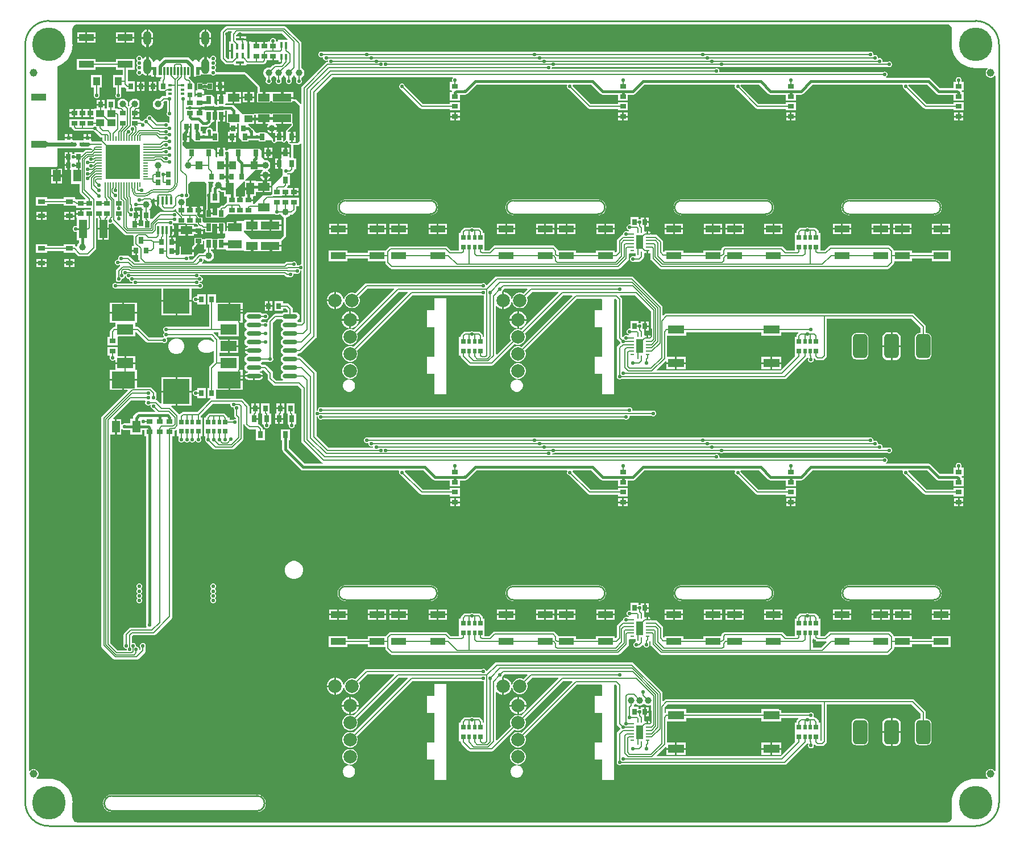
<source format=gtl>
G04*
G04 #@! TF.GenerationSoftware,Altium Limited,Altium Designer,22.2.1 (43)*
G04*
G04 Layer_Physical_Order=1*
G04 Layer_Color=255*
%FSLAX44Y44*%
%MOMM*%
G71*
G04*
G04 #@! TF.SameCoordinates,A4FAE18D-661E-41B9-AA1C-1E8D17E7CC58*
G04*
G04*
G04 #@! TF.FilePolarity,Positive*
G04*
G01*
G75*
%ADD11C,0.2000*%
%ADD12C,0.2540*%
%ADD18C,0.1524*%
%ADD20C,0.1270*%
%ADD31R,0.6350X0.8890*%
%ADD32R,2.7940X1.1430*%
%ADD33R,1.7780X1.1430*%
%ADD34R,0.8890X0.6350*%
%ADD35R,1.1430X1.7780*%
%ADD36R,0.6200X0.5700*%
%ADD37R,1.1430X2.7940*%
%ADD38R,2.2000X1.0000*%
%ADD39R,0.7000X1.0000*%
%ADD40R,1.0000X1.2000*%
%ADD41R,1.2000X1.0000*%
%ADD42R,0.6000X0.4000*%
%ADD43R,0.8000X0.8000*%
%ADD44R,2.0000X1.2500*%
%ADD45R,0.5700X0.6200*%
%ADD46R,2.2000X1.0000*%
%ADD47R,1.0500X0.6500*%
%ADD48R,0.6500X0.8000*%
%ADD49R,0.5000X0.8000*%
%ADD50C,1.0000*%
%ADD51R,3.5000X2.5000*%
%ADD52R,2.4000X1.5000*%
%ADD53R,4.0000X3.7500*%
%ADD54R,2.4000X1.3000*%
%ADD55R,0.6000X1.2500*%
%ADD56R,0.3000X1.2500*%
%ADD57O,0.2400X0.6000*%
%ADD58R,1.0000X2.0000*%
%ADD59O,0.6000X0.2400*%
%ADD60O,2.2000X0.6000*%
%ADD61O,0.4000X1.2600*%
%ADD62R,0.7000X1.2000*%
%ADD63R,0.3500X2.3000*%
%ADD64R,0.4000X0.9500*%
%ADD65R,1.3000X0.3500*%
%ADD66R,0.3500X1.0000*%
%ADD67R,0.3500X0.9000*%
%ADD68R,5.2000X5.2000*%
%ADD69O,0.7000X0.2000*%
%ADD70O,0.2000X0.7000*%
%ADD119C,0.3810*%
%ADD120C,0.5080*%
%ADD121C,0.5700*%
%ADD122R,3.3000X0.9893*%
%ADD123R,0.9800X10.3631*%
%ADD124R,0.9750X2.5000*%
G04:AMPARAMS|DCode=125|XSize=0.1446mm|YSize=0.4747mm|CornerRadius=0mm|HoleSize=0mm|Usage=FLASHONLY|Rotation=42.274|XOffset=0mm|YOffset=0mm|HoleType=Round|Shape=Rectangle|*
%AMROTATEDRECTD125*
4,1,4,0.1062,-0.2243,-0.2132,0.1270,-0.1062,0.2243,0.2132,-0.1270,0.1062,-0.2243,0.0*
%
%ADD125ROTATEDRECTD125*%

G04:AMPARAMS|DCode=126|XSize=0.1301mm|YSize=0.9925mm|CornerRadius=0mm|HoleSize=0mm|Usage=FLASHONLY|Rotation=60.161|XOffset=0mm|YOffset=0mm|HoleType=Round|Shape=Rectangle|*
%AMROTATEDRECTD126*
4,1,4,0.3981,-0.3033,-0.4628,0.1905,-0.3981,0.3033,0.4628,-0.1905,0.3981,-0.3033,0.0*
%
%ADD126ROTATEDRECTD126*%

G04:AMPARAMS|DCode=127|XSize=0.1311mm|YSize=0.7351mm|CornerRadius=0mm|HoleSize=0mm|Usage=FLASHONLY|Rotation=29.839|XOffset=0mm|YOffset=0mm|HoleType=Round|Shape=Rectangle|*
%AMROTATEDRECTD127*
4,1,4,0.1260,-0.3515,-0.2398,0.2862,-0.1260,0.3515,0.2398,-0.2862,0.1260,-0.3515,0.0*
%
%ADD127ROTATEDRECTD127*%

G04:AMPARAMS|DCode=128|XSize=3.6mm|YSize=2.2mm|CornerRadius=0.55mm|HoleSize=0mm|Usage=FLASHONLY|Rotation=90.000|XOffset=0mm|YOffset=0mm|HoleType=Round|Shape=RoundedRectangle|*
%AMROUNDEDRECTD128*
21,1,3.6000,1.1000,0,0,90.0*
21,1,2.5000,2.2000,0,0,90.0*
1,1,1.1000,0.5500,1.2500*
1,1,1.1000,0.5500,-1.2500*
1,1,1.1000,-0.5500,-1.2500*
1,1,1.1000,-0.5500,1.2500*
%
%ADD128ROUNDEDRECTD128*%
%ADD129C,2.0000*%
%ADD130O,1.2000X2.1000*%
%ADD131O,1.2000X2.3000*%
%ADD132C,1.1520*%
%ADD133C,5.0000*%
%ADD134C,0.6200*%
%ADD135C,0.5500*%
G36*
X647500Y594640D02*
X649348Y594397D01*
X651070Y593684D01*
X652549Y592549D01*
X653683Y591070D01*
X654397Y589348D01*
X654640Y587500D01*
X654651D01*
Y565000D01*
X654651Y565000D01*
X654597D01*
X655033Y559462D01*
X656330Y554060D01*
X658456Y548927D01*
X661358Y544190D01*
X664966Y539966D01*
X669191Y536358D01*
X673927Y533456D01*
X679060Y531330D01*
X684462Y530033D01*
X690000Y529597D01*
Y529651D01*
X690000Y529651D01*
X707778D01*
X708119Y528381D01*
X708027Y528329D01*
X706671Y526973D01*
X705712Y525312D01*
X705216Y523459D01*
Y521541D01*
X705712Y519688D01*
X706671Y518027D01*
X708027Y516671D01*
X709688Y515712D01*
X711541Y515216D01*
X713459D01*
X715312Y515712D01*
X716973Y516671D01*
X718329Y518027D01*
X718381Y518119D01*
X719651Y517778D01*
X719651Y-517778D01*
X718381Y-518119D01*
X718329Y-518027D01*
X716973Y-516671D01*
X715312Y-515712D01*
X713459Y-515216D01*
X711541D01*
X709688Y-515712D01*
X708027Y-516671D01*
X706671Y-518027D01*
X705712Y-519688D01*
X705216Y-521541D01*
Y-523459D01*
X705712Y-525312D01*
X706671Y-526973D01*
X708027Y-528329D01*
X708119Y-528381D01*
X707778Y-529651D01*
X690000D01*
X690000Y-529651D01*
Y-529597D01*
X684462Y-530033D01*
X679060Y-531330D01*
X673927Y-533456D01*
X669191Y-536358D01*
X664966Y-539966D01*
X661358Y-544190D01*
X658456Y-548927D01*
X656330Y-554060D01*
X655033Y-559462D01*
X654597Y-565000D01*
X654651D01*
X654651Y-565000D01*
Y-587500D01*
X654640D01*
X654397Y-589348D01*
X653683Y-591070D01*
X652549Y-592549D01*
X651070Y-593684D01*
X649348Y-594397D01*
X647500Y-594640D01*
Y-594651D01*
X-646230Y-594651D01*
X-647500Y-594640D01*
X-647500Y-594640D01*
X-647500Y-594640D01*
X-649348Y-594397D01*
X-651070Y-593684D01*
X-652549Y-592549D01*
X-653683Y-591070D01*
X-654397Y-589348D01*
X-654640Y-587500D01*
X-654651D01*
Y-565000D01*
X-654651Y-565000D01*
X-654597D01*
X-655033Y-559462D01*
X-656330Y-554060D01*
X-658456Y-548927D01*
X-661358Y-544190D01*
X-664966Y-539966D01*
X-669191Y-536358D01*
X-673927Y-533456D01*
X-679060Y-531330D01*
X-684462Y-530033D01*
X-690000Y-529597D01*
Y-529651D01*
X-690000Y-529651D01*
X-707778D01*
X-708119Y-528381D01*
X-708027Y-528329D01*
X-706671Y-526973D01*
X-705712Y-525312D01*
X-705216Y-523459D01*
Y-521541D01*
X-705712Y-519688D01*
X-706671Y-518027D01*
X-708027Y-516671D01*
X-709688Y-515712D01*
X-711541Y-515216D01*
X-713459D01*
X-715312Y-515712D01*
X-716973Y-516671D01*
X-718329Y-518027D01*
X-718381Y-518119D01*
X-719651Y-517778D01*
X-719651Y382151D01*
X-680000D01*
X-678910Y382368D01*
X-677986Y382986D01*
X-677368Y383910D01*
X-677151Y385000D01*
Y409936D01*
X-657198D01*
Y409852D01*
X-654516D01*
X-654497Y409846D01*
X-654412Y409852D01*
X-654267D01*
X-654119Y409823D01*
X-653972Y409852D01*
X-639027D01*
X-638881Y409823D01*
X-638821Y409835D01*
X-638761Y409825D01*
X-638062Y409852D01*
X-635802D01*
Y409939D01*
X-634571Y409986D01*
X-632500D01*
X-632170Y410052D01*
X-627238D01*
X-626712Y408782D01*
X-627609Y407885D01*
X-634000D01*
X-635487Y407589D01*
X-636747Y406747D01*
X-638249Y405244D01*
X-639157Y404493D01*
Y404493D01*
X-639157Y404493D01*
X-651603D01*
Y401403D01*
X-653000D01*
X-653646Y401274D01*
X-653850D01*
X-654371Y401627D01*
X-654905Y402319D01*
Y403985D01*
X-659350D01*
Y397000D01*
X-660620D01*
Y395730D01*
X-666335D01*
Y390015D01*
Y386270D01*
X-660620D01*
Y385000D01*
X-659350D01*
Y378015D01*
X-656523D01*
Y357062D01*
X-643885D01*
Y345000D01*
X-643589Y343513D01*
X-642747Y342253D01*
X-635607Y335113D01*
X-636133Y333843D01*
X-649493D01*
X-649493Y333843D01*
Y333843D01*
X-649997Y334167D01*
X-650263Y334339D01*
X-650533Y334393D01*
X-650952Y334476D01*
Y337048D01*
X-667548D01*
Y334635D01*
X-692452D01*
Y337048D01*
X-709048D01*
Y324452D01*
X-692452D01*
Y326865D01*
X-667548D01*
Y324452D01*
X-650952D01*
X-650952Y324452D01*
X-650338Y324186D01*
X-650107Y324031D01*
X-649493Y323909D01*
Y321397D01*
X-637493D01*
Y321397D01*
X-626885D01*
Y318603D01*
X-637493D01*
Y318095D01*
X-640730D01*
Y312380D01*
X-642000D01*
Y311110D01*
X-648985D01*
Y306665D01*
X-648003D01*
Y294403D01*
X-650000D01*
X-650647Y294274D01*
X-650850D01*
X-651038Y294196D01*
X-651685Y294067D01*
X-652233Y293701D01*
X-652421Y293623D01*
X-652565Y293479D01*
X-653113Y293113D01*
X-653479Y292565D01*
X-653623Y292421D01*
X-653701Y292233D01*
X-654067Y291685D01*
X-654196Y291038D01*
X-654274Y290850D01*
Y290646D01*
X-654403Y290000D01*
X-654274Y289354D01*
Y289150D01*
X-654196Y288962D01*
X-654067Y288315D01*
X-653701Y287767D01*
X-653623Y287579D01*
X-653479Y287435D01*
X-653113Y286887D01*
X-652565Y286521D01*
X-652421Y286377D01*
X-652233Y286299D01*
X-651685Y285933D01*
X-651038Y285804D01*
X-650850Y285726D01*
X-650647D01*
X-650000Y285597D01*
X-648003D01*
Y272982D01*
X-645050D01*
Y268832D01*
X-646440Y267442D01*
X-647499Y265607D01*
X-647884Y264173D01*
X-648349Y263892D01*
X-649203Y263669D01*
X-649270Y263675D01*
X-650263Y264339D01*
X-650952Y264476D01*
Y267048D01*
X-667548D01*
Y264635D01*
X-692452D01*
Y267048D01*
X-709048D01*
Y254452D01*
X-692452D01*
Y256865D01*
X-667548D01*
Y254452D01*
X-650952D01*
X-650952Y254452D01*
Y254452D01*
X-650097Y253603D01*
X-646747Y250253D01*
X-645487Y249411D01*
X-644000Y249115D01*
X-632000D01*
X-630513Y249411D01*
X-629253Y250253D01*
X-620253Y259253D01*
X-619411Y260513D01*
X-619115Y262000D01*
Y305826D01*
X-618285Y306343D01*
X-617015Y305761D01*
Y291270D01*
X-600505D01*
Y296665D01*
X-599449Y297370D01*
X-599100Y297226D01*
X-597400D01*
X-595829Y297877D01*
X-594627Y299079D01*
X-594582Y299088D01*
X-576747Y281253D01*
X-575487Y280411D01*
X-574000Y280115D01*
X-564580D01*
X-563717Y278845D01*
X-563885Y278000D01*
Y268000D01*
X-563589Y266513D01*
X-563082Y265755D01*
X-563709Y264485D01*
X-565835D01*
Y258770D01*
X-560120D01*
Y257500D01*
X-558850D01*
Y250515D01*
X-556885D01*
Y246000D01*
X-556589Y244513D01*
X-555747Y243253D01*
X-554552Y242058D01*
X-555038Y240885D01*
X-561391D01*
X-569253Y248747D01*
X-570513Y249589D01*
X-572000Y249885D01*
X-580210D01*
X-581150Y250274D01*
X-582850D01*
X-584421Y249623D01*
X-585623Y248421D01*
X-586274Y246850D01*
Y245150D01*
X-587286Y244274D01*
X-587850D01*
X-589421Y243623D01*
X-590623Y242421D01*
X-591274Y240850D01*
Y239150D01*
X-590623Y237579D01*
X-589421Y236377D01*
X-587850Y235726D01*
X-586150D01*
X-585210Y236115D01*
X-584174D01*
X-583648Y234845D01*
X-588747Y229747D01*
X-589589Y228487D01*
X-589885Y227000D01*
Y216790D01*
X-590274Y215850D01*
Y214150D01*
X-589623Y212579D01*
X-588421Y211377D01*
X-586850Y210726D01*
X-585150D01*
X-583579Y211377D01*
X-582377Y212579D01*
X-581726Y214150D01*
Y215726D01*
X-580150D01*
X-578579Y216377D01*
X-577377Y217579D01*
X-576726Y219150D01*
Y220726D01*
X-575274D01*
Y219150D01*
X-574623Y217579D01*
X-573421Y216377D01*
X-571850Y215726D01*
X-570274D01*
Y214150D01*
X-569623Y212579D01*
X-568421Y211377D01*
X-566850Y210726D01*
X-565274D01*
Y209150D01*
X-565451Y208885D01*
X-589210D01*
X-590150Y209274D01*
X-591850D01*
X-593421Y208623D01*
X-594623Y207421D01*
X-595274Y205850D01*
Y204150D01*
X-594623Y202579D01*
X-593421Y201377D01*
X-591850Y200726D01*
X-590150D01*
X-589210Y201115D01*
X-522540D01*
Y183770D01*
X-500000D01*
X-477460D01*
Y201115D01*
X-466538D01*
X-465598Y200726D01*
X-463898D01*
X-462327Y201377D01*
X-461124Y202579D01*
X-460474Y204150D01*
Y205850D01*
X-461124Y207421D01*
X-462327Y208623D01*
X-463898Y209274D01*
X-465598D01*
X-465726Y209360D01*
Y210726D01*
X-464150D01*
X-462579Y211377D01*
X-461377Y212579D01*
X-460726Y214150D01*
Y215850D01*
X-461377Y217421D01*
X-462579Y218623D01*
X-464150Y219274D01*
X-465726D01*
Y220850D01*
X-465549Y221115D01*
X-339609D01*
X-337747Y219253D01*
X-336487Y218411D01*
X-335000Y218115D01*
X-331790D01*
X-330850Y217726D01*
X-329150D01*
X-327579Y218377D01*
X-326377Y219579D01*
X-325726Y221150D01*
Y222850D01*
X-325549Y223115D01*
X-321790D01*
X-320850Y222726D01*
X-319150D01*
X-317579Y223377D01*
X-316377Y224579D01*
X-315726Y226150D01*
Y227726D01*
X-314150D01*
X-313885Y227549D01*
X-313885Y151609D01*
X-314859Y150635D01*
X-317822D01*
X-318140Y151110D01*
X-320140Y152447D01*
X-320168Y152453D01*
Y153747D01*
X-320140Y153753D01*
X-318140Y155090D01*
X-316803Y157090D01*
X-316334Y159450D01*
X-316803Y161810D01*
X-318140Y163810D01*
X-320140Y165147D01*
X-322500Y165616D01*
X-326615D01*
Y170500D01*
X-326911Y171987D01*
X-327753Y173247D01*
X-332253Y177747D01*
X-333514Y178589D01*
X-335000Y178885D01*
X-341157D01*
Y182493D01*
X-353603D01*
Y167507D01*
X-341157D01*
Y171116D01*
X-336609D01*
X-334385Y168891D01*
Y165616D01*
X-338500D01*
X-340860Y165147D01*
X-342860Y163810D01*
X-343178Y163335D01*
X-352550D01*
X-354037Y163039D01*
X-355297Y162197D01*
X-362747Y154747D01*
X-363589Y153487D01*
X-363885Y152000D01*
Y150888D01*
X-365155Y150425D01*
X-366600Y151024D01*
X-368300D01*
X-369240Y150635D01*
X-371822D01*
X-372140Y151110D01*
X-374140Y152447D01*
X-374168Y152453D01*
Y153747D01*
X-374140Y153753D01*
X-372140Y155090D01*
X-371822Y155565D01*
X-369240D01*
X-368300Y155176D01*
X-366600D01*
X-365029Y155827D01*
X-363827Y157029D01*
X-363176Y158600D01*
Y160300D01*
X-363827Y161871D01*
X-365029Y163073D01*
X-366600Y163724D01*
X-368300D01*
X-369240Y163335D01*
X-371822D01*
X-372140Y163810D01*
X-374140Y165147D01*
X-376500Y165616D01*
X-392500D01*
X-394860Y165147D01*
X-396860Y163810D01*
X-398197Y161810D01*
X-398666Y159450D01*
X-398197Y157090D01*
X-396860Y155090D01*
X-394860Y153753D01*
X-394832Y153747D01*
Y152453D01*
X-394860Y152447D01*
X-396860Y151110D01*
X-398197Y149110D01*
X-398666Y146750D01*
X-398197Y144390D01*
X-396860Y142390D01*
X-394860Y141053D01*
X-394832Y141047D01*
Y139753D01*
X-394860Y139747D01*
X-396860Y138410D01*
X-398197Y136410D01*
X-398666Y134050D01*
X-398197Y131690D01*
X-396860Y129690D01*
X-394860Y128353D01*
X-394832Y128347D01*
Y127053D01*
X-394860Y127047D01*
X-396860Y125710D01*
X-398197Y123710D01*
X-398666Y121350D01*
X-398197Y118990D01*
X-396860Y116990D01*
X-394860Y115653D01*
X-393530Y115388D01*
Y114094D01*
X-394662Y113869D01*
X-396494Y112644D01*
X-397719Y110812D01*
X-397896Y109920D01*
X-384500D01*
Y107380D01*
X-397896D01*
X-397719Y106488D01*
X-396494Y104656D01*
X-394662Y103431D01*
X-393530Y103206D01*
Y101911D01*
X-394860Y101647D01*
X-396860Y100310D01*
X-398197Y98310D01*
X-398666Y95950D01*
X-398197Y93590D01*
X-396860Y91590D01*
X-394860Y90253D01*
X-394832Y90247D01*
Y88953D01*
X-394860Y88947D01*
X-396860Y87610D01*
X-398197Y85610D01*
X-398666Y83250D01*
X-398197Y80890D01*
X-396860Y78890D01*
X-394860Y77553D01*
X-393530Y77288D01*
Y75994D01*
X-394662Y75769D01*
X-396494Y74544D01*
X-397719Y72712D01*
X-397896Y71820D01*
X-371104D01*
X-371281Y72712D01*
X-372506Y74544D01*
X-374338Y75769D01*
X-375470Y75994D01*
Y77288D01*
X-374140Y77553D01*
X-372140Y78890D01*
X-371822Y79365D01*
X-369859D01*
X-363885Y73391D01*
Y67000D01*
X-363589Y65513D01*
X-362747Y64253D01*
X-355747Y57253D01*
X-354487Y56411D01*
X-353000Y56115D01*
X-318609D01*
X-313885Y51391D01*
Y-26000D01*
X-313589Y-27487D01*
X-312747Y-28747D01*
X-283747Y-57747D01*
X-282487Y-58589D01*
X-282032Y-58680D01*
X-282157Y-59950D01*
X-308908D01*
X-332450Y-36408D01*
Y-25048D01*
X-330952D01*
Y-8952D01*
X-344048D01*
Y-25048D01*
X-342550D01*
Y-38500D01*
X-342166Y-40432D01*
X-341071Y-42071D01*
X-314571Y-68571D01*
X-312933Y-69666D01*
X-311000Y-70050D01*
X-168754Y-70050D01*
X-167930Y-71320D01*
X-168274Y-72150D01*
Y-73850D01*
X-167623Y-75421D01*
X-166421Y-76623D01*
X-165481Y-77013D01*
X-137367Y-105127D01*
X-136107Y-105969D01*
X-134620Y-106264D01*
X-92493D01*
Y-108603D01*
X-77507D01*
Y-96157D01*
X-92493D01*
Y-98495D01*
X-133011D01*
X-159987Y-71519D01*
X-160070Y-71320D01*
X-159246Y-70050D01*
X-132092D01*
X-118571Y-83571D01*
X-116933Y-84665D01*
X-115000Y-85050D01*
X-92493D01*
Y-93843D01*
X-77507D01*
Y-85050D01*
X-70000D01*
X-68067Y-84665D01*
X-66429Y-83571D01*
X-52908Y-70050D01*
X81246D01*
X82070Y-71320D01*
X81726Y-72150D01*
Y-73850D01*
X82377Y-75421D01*
X83579Y-76623D01*
X84519Y-77013D01*
X112633Y-105127D01*
X113893Y-105969D01*
X115380Y-106264D01*
X157507D01*
Y-108603D01*
X172493D01*
Y-96157D01*
X157507D01*
Y-98495D01*
X116989D01*
X90013Y-71519D01*
X89930Y-71320D01*
X90754Y-70050D01*
X117908D01*
X131429Y-83571D01*
X133067Y-84665D01*
X135000Y-85050D01*
X157507D01*
Y-93843D01*
X172493D01*
Y-85050D01*
X180000D01*
X181933Y-84665D01*
X183571Y-83571D01*
X197092Y-70050D01*
X331246D01*
X332070Y-71320D01*
X331726Y-72150D01*
Y-73850D01*
X332377Y-75421D01*
X333579Y-76623D01*
X334519Y-77013D01*
X362633Y-105127D01*
X363893Y-105969D01*
X365380Y-106264D01*
X407507D01*
Y-108603D01*
X422493D01*
Y-96157D01*
X407507D01*
Y-98495D01*
X366989D01*
X340013Y-71519D01*
X339930Y-71320D01*
X340754Y-70050D01*
X367908D01*
X381429Y-83571D01*
X383067Y-84665D01*
X385000Y-85050D01*
X407507D01*
Y-93843D01*
X422493D01*
Y-85050D01*
X430000D01*
X431932Y-84665D01*
X433571Y-83571D01*
X447092Y-70050D01*
X581246D01*
X582070Y-71320D01*
X581726Y-72150D01*
Y-73850D01*
X582377Y-75421D01*
X583579Y-76623D01*
X584519Y-77013D01*
X612633Y-105127D01*
X613893Y-105969D01*
X615380Y-106264D01*
X657507D01*
Y-108603D01*
X672493D01*
Y-96157D01*
X657507D01*
Y-98495D01*
X616989D01*
X590013Y-71519D01*
X589930Y-71320D01*
X590754Y-70050D01*
X617908D01*
X631429Y-83571D01*
X633067Y-84665D01*
X635000Y-85050D01*
X657507D01*
Y-93843D01*
X672493D01*
Y-81397D01*
X669884D01*
X669666Y-80299D01*
X669381Y-79873D01*
X670060Y-78603D01*
X672493D01*
Y-66157D01*
X668885D01*
Y-64790D01*
X669274Y-63850D01*
Y-62150D01*
X668623Y-60579D01*
X667421Y-59377D01*
X665850Y-58726D01*
X664150D01*
X662579Y-59377D01*
X661377Y-60579D01*
X660726Y-62150D01*
Y-63850D01*
X661115Y-64790D01*
Y-66157D01*
X657507D01*
Y-74950D01*
X637092D01*
X623571Y-61429D01*
X621932Y-60334D01*
X620000Y-59950D01*
X557037D01*
X556784Y-58680D01*
X556921Y-58623D01*
X558123Y-57421D01*
X558774Y-55850D01*
Y-54150D01*
X558123Y-52579D01*
X556921Y-51377D01*
X555350Y-50726D01*
X553650D01*
X552710Y-51115D01*
X309934Y-51115D01*
X308774Y-49845D01*
Y-49150D01*
X308123Y-47579D01*
X306921Y-46377D01*
X305350Y-45726D01*
X303650D01*
X302710Y-46115D01*
X60615Y-46115D01*
X59740Y-45084D01*
X60650Y-44274D01*
X62350D01*
X63290Y-43885D01*
X309710D01*
X310650Y-44274D01*
X312350D01*
X313290Y-43885D01*
X559710D01*
X560650Y-44274D01*
X562350D01*
X563921Y-43623D01*
X565123Y-42421D01*
X565774Y-40850D01*
Y-39150D01*
X565123Y-37579D01*
X563921Y-36377D01*
X562350Y-35726D01*
X560650D01*
X559710Y-36115D01*
X551951D01*
X551774Y-35850D01*
Y-34150D01*
X551123Y-32579D01*
X549921Y-31377D01*
X548350Y-30726D01*
X546650D01*
X545980Y-31003D01*
X544774Y-30392D01*
Y-29150D01*
X544123Y-27579D01*
X542921Y-26377D01*
X541350Y-25726D01*
X539650D01*
X538980Y-26003D01*
X537774Y-25392D01*
Y-24150D01*
X537123Y-22579D01*
X535921Y-21377D01*
X534350Y-20726D01*
X532650D01*
X531710Y-21115D01*
X285290D01*
X284350Y-20726D01*
X282650D01*
X281710Y-21115D01*
X35290D01*
X34350Y-20726D01*
X32650D01*
X31710Y-21115D01*
X-214710D01*
X-215650Y-20726D01*
X-217350D01*
X-218921Y-21377D01*
X-220123Y-22579D01*
X-220774Y-24150D01*
Y-25850D01*
X-220123Y-27421D01*
X-218921Y-28623D01*
X-217350Y-29274D01*
X-215650D01*
X-214981Y-28997D01*
X-213774Y-29608D01*
Y-30850D01*
X-213123Y-32421D01*
X-211921Y-33623D01*
X-210350Y-34274D01*
X-208650D01*
X-207981Y-33997D01*
X-206774Y-34608D01*
Y-35850D01*
X-206951Y-36115D01*
X-273391Y-36115D01*
X-291115Y-18392D01*
Y10549D01*
X-290850Y10726D01*
X-289274D01*
Y9150D01*
X-288623Y7579D01*
X-287421Y6377D01*
X-285850Y5726D01*
X-284150D01*
X-283210Y6115D01*
X168210Y6115D01*
X169150Y5726D01*
X170850D01*
X172421Y6377D01*
X173623Y7579D01*
X174274Y9150D01*
Y9845D01*
X175434Y11115D01*
X208210D01*
X209150Y10726D01*
X210850D01*
X212421Y11377D01*
X213623Y12579D01*
X214274Y14150D01*
Y15850D01*
X213623Y17421D01*
X212421Y18623D01*
X210850Y19274D01*
X209150D01*
X208210Y18885D01*
X179451D01*
X179274Y19150D01*
Y20850D01*
X178623Y22421D01*
X177421Y23623D01*
X175850Y24274D01*
X174150D01*
X173210Y23885D01*
X-283210Y23885D01*
X-284150Y24274D01*
X-285850D01*
X-287421Y23623D01*
X-288623Y22421D01*
X-289274Y20850D01*
Y19274D01*
X-290850D01*
X-291115Y19451D01*
Y74600D01*
X-291411Y76087D01*
X-292253Y77347D01*
X-313603Y98697D01*
X-314863Y99539D01*
X-316350Y99835D01*
X-317822D01*
X-318140Y100310D01*
X-320140Y101647D01*
X-320168Y101653D01*
Y102947D01*
X-320140Y102953D01*
X-318140Y104290D01*
X-317822Y104765D01*
X-316350D01*
X-314863Y105061D01*
X-313603Y105903D01*
X-292253Y127253D01*
X-291411Y128513D01*
X-291115Y130000D01*
X-291115Y492391D01*
X-267391Y516115D01*
X-88725D01*
X-88199Y514845D01*
X-88623Y514421D01*
X-89274Y512850D01*
Y511150D01*
X-88885Y510210D01*
Y508843D01*
X-92493D01*
Y496397D01*
X-90034D01*
X-89436Y495277D01*
X-89666Y494933D01*
X-89930Y493603D01*
X-92493D01*
Y481157D01*
X-77507D01*
Y489950D01*
X-70000D01*
X-68067Y490334D01*
X-66429Y491429D01*
X-52908Y504950D01*
X81246D01*
X82070Y503680D01*
X81726Y502850D01*
Y501150D01*
X82377Y499579D01*
X83579Y498377D01*
X84519Y497987D01*
X112633Y469873D01*
X113893Y469031D01*
X115380Y468736D01*
X157507D01*
Y466397D01*
X172493D01*
Y478843D01*
X157507D01*
Y476505D01*
X116989D01*
X90013Y503481D01*
X89930Y503680D01*
X90754Y504950D01*
X117908D01*
X131429Y491429D01*
X133067Y490334D01*
X135000Y489950D01*
X157507D01*
Y481157D01*
X172493D01*
Y489950D01*
X180000D01*
X181933Y490334D01*
X183571Y491429D01*
X197092Y504950D01*
X331246D01*
X332070Y503680D01*
X331726Y502850D01*
Y501150D01*
X332377Y499579D01*
X333579Y498377D01*
X334519Y497987D01*
X362633Y469873D01*
X363893Y469031D01*
X365380Y468736D01*
X407507D01*
Y466397D01*
X422493D01*
Y478843D01*
X407507D01*
Y476505D01*
X366989D01*
X340013Y503481D01*
X339930Y503680D01*
X340754Y504950D01*
X367908D01*
X381429Y491429D01*
X383067Y490334D01*
X385000Y489950D01*
X407507D01*
Y481157D01*
X422493D01*
Y489950D01*
X430000D01*
X431933Y490334D01*
X433571Y491429D01*
X447092Y504950D01*
X581246D01*
X582070Y503680D01*
X581726Y502850D01*
Y501150D01*
X582377Y499579D01*
X583579Y498377D01*
X584519Y497987D01*
X612633Y469873D01*
X613893Y469031D01*
X615380Y468736D01*
X657507D01*
Y466397D01*
X672493D01*
Y478843D01*
X657507D01*
Y476505D01*
X616989D01*
X590013Y503481D01*
X589930Y503680D01*
X590754Y504950D01*
X617908D01*
X631429Y491429D01*
X633067Y490334D01*
X635000Y489950D01*
X657507D01*
Y481157D01*
X672493D01*
Y493603D01*
X669884D01*
X669666Y494701D01*
X669381Y495127D01*
X670060Y496397D01*
X672493D01*
Y508843D01*
X668885D01*
Y510210D01*
X669274Y511150D01*
Y512850D01*
X668623Y514421D01*
X667421Y515623D01*
X665850Y516274D01*
X664150D01*
X662579Y515623D01*
X661377Y514421D01*
X660726Y512850D01*
Y511150D01*
X661115Y510210D01*
Y508843D01*
X657507D01*
Y500050D01*
X637092D01*
X623571Y513571D01*
X621933Y514666D01*
X620000Y515050D01*
X557037D01*
X556784Y516320D01*
X556921Y516377D01*
X558123Y517579D01*
X558774Y519150D01*
Y520850D01*
X558123Y522421D01*
X556921Y523623D01*
X555350Y524274D01*
X553650D01*
X552710Y523885D01*
X308951D01*
X308774Y524150D01*
Y525850D01*
X308123Y527421D01*
X306921Y528623D01*
X305350Y529274D01*
X303650D01*
X302710Y528885D01*
X58951D01*
X58774Y529150D01*
Y530392D01*
X59981Y531003D01*
X60650Y530726D01*
X62350D01*
X63290Y531115D01*
X309710D01*
X310650Y530726D01*
X312350D01*
X313290Y531115D01*
X559710D01*
X560650Y530726D01*
X562350D01*
X563921Y531377D01*
X565123Y532579D01*
X565774Y534150D01*
Y535850D01*
X565123Y537421D01*
X563921Y538623D01*
X562350Y539274D01*
X560650D01*
X559710Y538885D01*
X551951D01*
X551774Y539150D01*
Y540850D01*
X551123Y542421D01*
X549921Y543623D01*
X548350Y544274D01*
X546650D01*
X545980Y543997D01*
X544774Y544608D01*
Y545850D01*
X544123Y547421D01*
X542921Y548623D01*
X541350Y549274D01*
X539650D01*
X538980Y548997D01*
X537774Y549608D01*
Y550850D01*
X537123Y552421D01*
X535921Y553623D01*
X534350Y554274D01*
X532650D01*
X531710Y553885D01*
X285290D01*
X284350Y554274D01*
X282650D01*
X281710Y553885D01*
X35290D01*
X34350Y554274D01*
X32650D01*
X31710Y553885D01*
X-214710D01*
X-215650Y554274D01*
X-217350D01*
X-218290Y553885D01*
X-282210D01*
X-283150Y554274D01*
X-284850D01*
X-286421Y553623D01*
X-287623Y552421D01*
X-288274Y550850D01*
Y549150D01*
X-287623Y547579D01*
X-286421Y546377D01*
X-284850Y545726D01*
X-283150D01*
X-282481Y546003D01*
X-281274Y545392D01*
Y544150D01*
X-280623Y542579D01*
X-279421Y541377D01*
X-277850Y540726D01*
X-276150D01*
X-275481Y541003D01*
X-274274Y540392D01*
Y539150D01*
X-275447Y538796D01*
X-276486Y538589D01*
X-277747Y537747D01*
X-312747Y502747D01*
X-313589Y501486D01*
X-313885Y500000D01*
Y476939D01*
X-315058Y476453D01*
X-320802Y482197D01*
X-321811Y482871D01*
X-323000Y483108D01*
X-325990D01*
Y483970D01*
X-342500D01*
Y485240D01*
X-343770D01*
Y493495D01*
X-368730D01*
Y485240D01*
X-371270D01*
Y493495D01*
X-375892D01*
Y501000D01*
X-376129Y502189D01*
X-376802Y503198D01*
X-395802Y522197D01*
X-396811Y522871D01*
X-398000Y523108D01*
X-440726D01*
Y523850D01*
X-441377Y525421D01*
X-442456Y526500D01*
X-441377Y527579D01*
X-440726Y529150D01*
Y530850D01*
X-441377Y532421D01*
X-442456Y533500D01*
X-441377Y534579D01*
X-440726Y536150D01*
Y537850D01*
X-441377Y539421D01*
X-442456Y540500D01*
X-441377Y541579D01*
X-440726Y543150D01*
Y544850D01*
X-441377Y546421D01*
X-442579Y547623D01*
X-444150Y548274D01*
X-445850D01*
X-447421Y547623D01*
X-448623Y546421D01*
X-449274Y544850D01*
Y544007D01*
X-450544Y543576D01*
X-450709Y543791D01*
X-452493Y545160D01*
X-454571Y546020D01*
X-455530Y546147D01*
Y532200D01*
X-458070D01*
Y546147D01*
X-459029Y546020D01*
X-461107Y545160D01*
X-462891Y543791D01*
X-464260Y542007D01*
X-465120Y539929D01*
X-465257Y538888D01*
X-466561Y538717D01*
X-467053Y539904D01*
X-468396Y541247D01*
X-470150Y541974D01*
X-472050D01*
X-473804Y541247D01*
X-475147Y539904D01*
X-475731Y539788D01*
X-479971Y544029D01*
X-481820Y545264D01*
X-484000Y545698D01*
X-516000D01*
X-518180Y545264D01*
X-520029Y544029D01*
X-524269Y539788D01*
X-524853Y539904D01*
X-526196Y541247D01*
X-527950Y541974D01*
X-529850D01*
X-531604Y541247D01*
X-532947Y539904D01*
X-533439Y538717D01*
X-534743Y538888D01*
X-534880Y539929D01*
X-535740Y542007D01*
X-537109Y543791D01*
X-538893Y545160D01*
X-540971Y546020D01*
X-541930Y546147D01*
Y532200D01*
Y518254D01*
X-540971Y518380D01*
X-538893Y519240D01*
X-538679Y519405D01*
X-537540Y518843D01*
Y516710D01*
X-533270D01*
Y525500D01*
X-530730D01*
Y516710D01*
X-530048D01*
Y516202D01*
X-521812D01*
X-521562Y514932D01*
X-522627Y513867D01*
X-523469Y512606D01*
X-523765Y511120D01*
Y509993D01*
X-526103D01*
Y495007D01*
X-520882D01*
Y493618D01*
X-515548D01*
Y487885D01*
X-519000D01*
X-520486Y487589D01*
X-521747Y486747D01*
X-524762Y483732D01*
X-525940Y484048D01*
X-528059D01*
X-530106Y483499D01*
X-531941Y482440D01*
X-533440Y480942D01*
X-534499Y479106D01*
X-535048Y477060D01*
Y474940D01*
X-534499Y472893D01*
X-533440Y471058D01*
X-531941Y469560D01*
X-530106Y468500D01*
X-528059Y467952D01*
X-525940D01*
X-523893Y468500D01*
X-522058Y469560D01*
X-520560Y471058D01*
X-519500Y472893D01*
X-518952Y474940D01*
Y477060D01*
X-519268Y478238D01*
X-517391Y480115D01*
X-513885D01*
Y476000D01*
X-513885Y476000D01*
X-513885Y476000D01*
Y463790D01*
X-514274Y462850D01*
Y461150D01*
X-513623Y459579D01*
X-512421Y458377D01*
X-510850Y457726D01*
X-510620D01*
Y448460D01*
X-511890Y447934D01*
X-512579Y448623D01*
X-514150Y449274D01*
X-515850D01*
X-516790Y448885D01*
X-528391D01*
X-535987Y456481D01*
X-536377Y457421D01*
X-537579Y458623D01*
X-539150Y459274D01*
X-540850D01*
X-542421Y458623D01*
X-543623Y457421D01*
X-544274Y455850D01*
Y454274D01*
X-545850D01*
X-547421Y453623D01*
X-548623Y452421D01*
X-549212Y451000D01*
X-549389Y450833D01*
X-549497Y450771D01*
X-550544Y450401D01*
X-551394Y450969D01*
X-552881Y451264D01*
X-554507D01*
Y453603D01*
X-565115D01*
Y456905D01*
X-563270D01*
Y462620D01*
X-562000D01*
Y463890D01*
X-555015D01*
Y468335D01*
X-556641D01*
X-557004Y469399D01*
X-557014Y469605D01*
X-555560Y471059D01*
X-554501Y472894D01*
X-553952Y474941D01*
Y477060D01*
X-554501Y479107D01*
X-555560Y480942D01*
X-557058Y482440D01*
X-558894Y483500D01*
X-560941Y484048D01*
X-563060D01*
X-565106Y483500D01*
X-566942Y482440D01*
X-568440Y480942D01*
X-569500Y479107D01*
X-570048Y477060D01*
Y474941D01*
X-569732Y473762D01*
X-571000Y472494D01*
X-572268Y473762D01*
X-571952Y474941D01*
Y477060D01*
X-572500Y479107D01*
X-573560Y480942D01*
X-575058Y482440D01*
X-576894Y483500D01*
X-578941Y484048D01*
X-581059D01*
X-583106Y483500D01*
X-584942Y482440D01*
X-586440Y480942D01*
X-587500Y479107D01*
X-588048Y477060D01*
Y474941D01*
X-587500Y472894D01*
X-586440Y471059D01*
X-584986Y469605D01*
X-584996Y469399D01*
X-585359Y468335D01*
X-586985D01*
X-587452Y469411D01*
Y469548D01*
X-591157D01*
Y482493D01*
X-603603D01*
Y469548D01*
X-605548D01*
Y469040D01*
X-606905D01*
Y473730D01*
X-612620D01*
X-618335D01*
Y469040D01*
X-622040D01*
Y468335D01*
X-626730D01*
Y462620D01*
Y456905D01*
X-623670D01*
X-622548Y456548D01*
Y453603D01*
X-635493D01*
Y453603D01*
X-659493D01*
Y441157D01*
X-655717D01*
X-655589Y440513D01*
X-654747Y439253D01*
X-652747Y437253D01*
X-651487Y436411D01*
X-650000Y436115D01*
X-622790D01*
X-622481Y435987D01*
X-613747Y427253D01*
X-612487Y426411D01*
X-611000Y426115D01*
X-610127D01*
Y422000D01*
X-609910Y420908D01*
X-609940Y420844D01*
X-610844Y419940D01*
X-610908Y419910D01*
X-612000Y420127D01*
X-625044D01*
X-625944Y420146D01*
X-626352Y420177D01*
Y421848D01*
X-626860D01*
Y422750D01*
Y424280D01*
X-638140D01*
Y422750D01*
X-638450D01*
X-638881Y422177D01*
X-639027Y422148D01*
X-653972D01*
X-654119Y422177D01*
X-654503Y422670D01*
X-654541Y422750D01*
X-654860D01*
Y423417D01*
Y424280D01*
X-666140D01*
Y422750D01*
Y421964D01*
X-677121D01*
X-677151Y422000D01*
Y532120D01*
X-673927Y533456D01*
X-669191Y536358D01*
X-664966Y539966D01*
X-661358Y544190D01*
X-658456Y548927D01*
X-656330Y554060D01*
X-655033Y559462D01*
X-654597Y565000D01*
X-654651D01*
Y587500D01*
X-654640D01*
X-654397Y589348D01*
X-653683Y591070D01*
X-652549Y592549D01*
X-651070Y593684D01*
X-649348Y594397D01*
X-647500Y594640D01*
Y594651D01*
X647500Y594651D01*
Y594640D01*
D02*
G37*
G36*
X-474730Y516710D02*
X-470460D01*
Y518361D01*
X-464111D01*
Y520000D01*
X-458627D01*
X-458598Y519988D01*
X-456800Y519752D01*
X-455002Y519988D01*
X-454973Y520000D01*
X-448044D01*
X-447421Y519377D01*
X-445850Y518726D01*
X-444150D01*
X-442579Y519377D01*
X-441956Y520000D01*
X-398000D01*
X-379000Y501000D01*
Y491844D01*
X-379779D01*
Y478636D01*
X-360221D01*
Y480000D01*
X-357359D01*
Y478636D01*
X-327641D01*
Y480000D01*
X-323000D01*
X-316000Y473000D01*
Y421000D01*
X-319000Y418000D01*
X-331894D01*
X-332021Y418190D01*
X-331342Y419460D01*
X-329270D01*
Y427000D01*
X-328000D01*
D01*
X-329270D01*
Y434540D01*
X-333730D01*
X-334040Y434540D01*
X-334253Y434706D01*
X-334343Y436324D01*
X-326834Y443834D01*
X-326350Y445000D01*
Y446505D01*
X-326834Y447671D01*
X-327006Y447743D01*
Y461999D01*
X-357994D01*
Y461000D01*
X-359586D01*
Y461999D01*
X-380414D01*
Y461999D01*
X-381126Y461524D01*
X-381430Y461650D01*
X-383960D01*
X-385126Y461166D01*
X-385195Y461000D01*
X-402000D01*
X-415000Y474000D01*
X-426960D01*
Y475934D01*
X-426430Y476985D01*
X-425690Y476985D01*
X-416270D01*
Y485240D01*
Y493495D01*
X-426430D01*
Y491590D01*
X-426960Y490540D01*
X-427700Y490540D01*
X-431730D01*
Y482000D01*
X-433000D01*
Y480730D01*
X-439040D01*
Y474748D01*
X-440310Y474310D01*
X-443000Y477000D01*
Y486000D01*
X-447000Y490000D01*
X-456000D01*
X-457024Y489524D01*
D01*
X-457190Y489491D01*
X-458460Y490530D01*
Y496540D01*
X-459805D01*
X-460816Y497166D01*
X-460816Y497810D01*
Y499044D01*
X-459561Y499415D01*
X-458224Y498861D01*
X-456776D01*
X-455439Y499415D01*
X-454184Y499044D01*
Y497166D01*
X-446056D01*
Y507834D01*
X-454184D01*
Y505956D01*
X-455439Y505585D01*
X-456776Y506139D01*
X-458224D01*
X-459561Y505585D01*
X-460816Y505956D01*
Y507834D01*
X-468944D01*
Y497810D01*
X-468944Y497166D01*
X-469954Y496540D01*
X-471540D01*
Y491270D01*
X-465000D01*
Y488730D01*
X-471540D01*
Y487521D01*
X-472810Y486842D01*
X-473000Y486969D01*
Y507000D01*
X-481440Y515440D01*
X-480914Y516710D01*
X-477270D01*
Y525500D01*
X-474730D01*
Y516710D01*
D02*
G37*
G36*
X-442507Y472113D02*
X-442080Y471827D01*
X-441670Y471516D01*
X-441578Y471492D01*
X-441499Y471439D01*
X-440995Y471339D01*
X-440497Y471208D01*
X-440403Y471221D01*
X-440310Y471202D01*
X-439806Y471302D01*
X-439296Y471372D01*
X-438026Y471811D01*
X-437944Y471859D01*
X-437851Y471877D01*
X-437423Y472163D01*
X-436979Y472422D01*
X-436922Y472498D01*
X-436842Y472551D01*
X-436574Y472952D01*
X-429859D01*
X-429831Y472811D01*
X-429157Y471802D01*
X-428149Y471129D01*
X-426960Y470892D01*
X-426660D01*
X-426461Y469622D01*
X-426773Y469522D01*
X-427320Y469360D01*
X-428406Y468790D01*
X-428769Y468496D01*
X-429157Y468236D01*
X-429237Y468117D01*
X-429348Y468027D01*
X-429572Y467617D01*
X-429831Y467228D01*
X-429859Y467088D01*
X-429881Y467048D01*
X-439548D01*
Y466540D01*
X-441230D01*
Y458000D01*
Y449460D01*
X-441108D01*
Y435048D01*
X-445931D01*
Y435769D01*
X-446315Y437701D01*
X-447410Y439340D01*
X-449049Y440434D01*
X-450981Y440819D01*
X-452914Y440434D01*
X-454552Y439340D01*
X-455647Y437701D01*
X-456031Y435769D01*
Y432050D01*
X-461452D01*
Y435048D01*
X-463412D01*
X-463657Y435415D01*
Y441959D01*
X-462387Y442638D01*
X-461933Y442334D01*
X-460000Y441950D01*
X-455000D01*
X-453067Y442334D01*
X-451429Y443429D01*
X-448429Y446429D01*
X-447334Y448067D01*
X-447158Y448952D01*
X-445452D01*
Y449460D01*
X-443770D01*
Y458000D01*
Y466540D01*
X-445452D01*
Y467048D01*
X-458015D01*
Y468095D01*
X-463730D01*
Y462380D01*
X-466270D01*
Y468095D01*
X-471985D01*
X-472507Y468603D01*
Y468603D01*
X-486115D01*
Y471397D01*
X-473763D01*
X-472507Y471397D01*
Y471397D01*
X-472493Y471397D01*
Y471397D01*
X-457507D01*
Y472952D01*
X-445452D01*
Y473261D01*
X-444182Y473787D01*
X-442507Y472113D01*
D02*
G37*
G36*
X-381430Y456030D02*
X-370000D01*
Y454760D01*
X-368730D01*
Y446505D01*
X-363454D01*
X-362928Y445235D01*
X-363533Y444630D01*
X-364526Y442910D01*
X-364966Y441270D01*
X-357500D01*
X-350034D01*
X-350474Y442910D01*
X-351466Y444630D01*
X-352072Y445235D01*
X-351546Y446505D01*
X-343770D01*
Y454760D01*
X-341230D01*
Y446505D01*
X-328000D01*
Y445000D01*
X-337000Y436000D01*
Y423000D01*
X-339690Y420310D01*
X-340960Y420836D01*
Y425730D01*
X-347000D01*
X-353040D01*
Y419836D01*
X-354204Y419204D01*
X-356000Y421000D01*
Y424000D01*
X-365000Y433000D01*
X-367476D01*
Y433524D01*
X-377524D01*
Y433000D01*
X-381000D01*
X-383726Y435726D01*
Y435850D01*
X-384377Y437421D01*
X-385579Y438623D01*
X-387150Y439274D01*
X-387274D01*
X-392990Y444990D01*
X-392464Y446260D01*
X-383960D01*
Y452530D01*
X-392500D01*
Y455070D01*
X-383960D01*
Y460000D01*
X-381430D01*
Y456030D01*
D02*
G37*
G36*
X-425000Y465915D02*
Y450000D01*
X-424779Y449779D01*
Y448156D01*
X-421074D01*
X-420835Y446985D01*
X-420835Y446886D01*
Y441270D01*
X-415120D01*
X-409405D01*
Y446609D01*
X-408242Y447242D01*
X-407000Y446000D01*
Y426000D01*
X-403024Y422024D01*
Y420476D01*
X-392976D01*
Y422000D01*
X-377524D01*
Y420476D01*
X-367476D01*
Y422000D01*
X-357650D01*
Y421000D01*
X-357166Y419834D01*
X-355371Y418038D01*
X-354992Y417881D01*
X-354673Y417623D01*
X-354430Y417648D01*
X-354204Y417555D01*
X-353825Y417712D01*
X-353417Y417755D01*
X-352253Y418387D01*
X-352099Y418576D01*
X-351874Y418670D01*
X-351717Y419049D01*
X-351459Y419368D01*
X-350619Y420476D01*
X-342484D01*
Y420205D01*
X-342252Y419973D01*
X-342127Y419669D01*
X-341824Y419544D01*
X-341591Y419312D01*
X-340322Y418786D01*
X-339993D01*
X-339690Y418660D01*
X-339387Y418786D01*
X-339059D01*
X-338827Y419018D01*
X-338524Y419143D01*
X-335834Y421833D01*
X-335745Y421851D01*
X-333262Y419368D01*
X-333476Y418968D01*
X-333500Y418719D01*
X-333639Y418512D01*
X-333560Y418115D01*
X-333600Y417711D01*
X-333441Y417518D01*
X-333393Y417274D01*
X-333266Y417084D01*
X-333125Y416990D01*
X-333060Y416834D01*
X-332616Y416650D01*
X-332216Y416382D01*
X-332050Y416415D01*
X-331894Y416350D01*
X-330244D01*
X-329000Y415106D01*
Y397000D01*
X-330190Y395810D01*
X-331460Y396336D01*
Y401730D01*
X-337500D01*
Y403000D01*
D01*
Y401730D01*
X-343540D01*
Y395810D01*
X-343540Y395460D01*
X-344385Y394540D01*
X-345730D01*
Y387000D01*
Y379460D01*
X-342336D01*
X-341810Y378190D01*
X-342000Y378000D01*
Y369524D01*
X-342524D01*
Y368476D01*
X-357000Y354000D01*
Y342000D01*
X-359000Y340000D01*
X-371000D01*
X-384000Y327000D01*
X-385515D01*
Y331350D01*
X-392500D01*
Y333890D01*
X-385515D01*
X-385515Y338335D01*
X-384343Y338570D01*
X-381505D01*
Y343246D01*
X-381430Y344485D01*
X-380235Y344485D01*
X-371270D01*
Y352740D01*
Y360995D01*
X-380415D01*
X-381505Y361430D01*
X-382520Y361430D01*
X-388490D01*
Y350000D01*
X-389760D01*
Y348730D01*
X-398015D01*
Y339605D01*
X-398015Y338570D01*
X-399188Y338335D01*
X-403730D01*
Y332620D01*
X-406270D01*
Y338335D01*
X-411000D01*
Y349000D01*
X-399285Y360715D01*
X-398015Y360189D01*
Y351270D01*
X-391030D01*
Y361430D01*
X-396660D01*
X-396811Y361519D01*
X-397300Y362700D01*
X-382524Y377476D01*
X-377276D01*
Y378000D01*
X-371263D01*
X-370923Y376730D01*
X-372130Y376034D01*
X-373533Y374630D01*
X-374526Y372910D01*
X-374966Y371270D01*
X-367500D01*
X-360034D01*
X-360474Y372910D01*
X-361466Y374630D01*
X-362870Y376034D01*
X-364077Y376730D01*
X-363736Y378000D01*
X-363000D01*
X-360000Y381000D01*
X-360000D01*
Y388000D01*
X-364000Y392000D01*
X-368000D01*
X-373000Y397000D01*
Y406000D01*
X-376000Y409000D01*
X-376976D01*
Y409524D01*
X-387024D01*
Y409000D01*
X-402476D01*
Y409524D01*
X-412524D01*
Y409000D01*
X-422000D01*
X-424000Y407000D01*
Y406912D01*
X-424150Y406812D01*
X-425850D01*
X-425904Y406789D01*
X-426960Y407495D01*
Y410540D01*
X-431730D01*
Y403000D01*
X-433000D01*
Y401730D01*
X-439040D01*
Y396748D01*
X-440310Y396310D01*
X-442000Y398000D01*
Y407000D01*
X-444000Y409000D01*
X-446976D01*
Y409524D01*
X-457024D01*
Y409000D01*
X-472476D01*
Y409524D01*
X-482524D01*
Y409000D01*
X-485000D01*
X-490669Y414669D01*
Y419460D01*
X-488270D01*
Y427000D01*
X-487000D01*
Y428270D01*
X-480960D01*
Y434540D01*
X-479887Y435015D01*
X-479405D01*
Y440730D01*
X-485120D01*
Y443270D01*
X-479405D01*
Y446746D01*
X-478232Y447232D01*
X-477000Y446000D01*
Y425000D01*
X-473024Y421024D01*
Y420476D01*
X-472476D01*
X-472000Y420000D01*
X-440000D01*
X-439524Y420476D01*
X-437476D01*
Y433524D01*
X-438000D01*
Y449460D01*
X-434270D01*
Y458000D01*
X-433000D01*
Y459270D01*
X-426960D01*
Y466039D01*
X-425874Y466609D01*
X-425000Y465915D01*
D02*
G37*
G36*
X-630239Y417823D02*
X-629906Y417650D01*
X-629487Y417498D01*
X-629461Y417491D01*
Y418000D01*
X-629441Y417810D01*
X-629380Y417640D01*
X-629278Y417490D01*
X-629207Y417425D01*
X-628981Y417366D01*
X-628388Y417254D01*
X-627710Y417163D01*
X-626093Y417041D01*
X-624131Y417000D01*
Y415000D01*
X-625155Y414990D01*
X-628388Y414746D01*
X-628981Y414634D01*
X-629207Y414575D01*
X-629278Y414510D01*
X-629380Y414360D01*
X-629441Y414190D01*
X-629461Y414000D01*
Y414509D01*
X-629487Y414502D01*
X-629906Y414349D01*
X-630239Y414177D01*
X-630486Y413983D01*
Y418017D01*
X-630239Y417823D01*
D02*
G37*
G36*
X-638824Y419028D02*
X-638652Y418991D01*
X-638368Y418958D01*
X-637455Y418905D01*
X-633181Y418850D01*
Y413150D01*
X-638881Y412930D01*
Y419070D01*
X-638824Y419028D01*
D02*
G37*
G36*
X-654119Y412930D02*
X-654176Y412963D01*
X-654348Y412991D01*
X-654632Y413017D01*
X-656171Y413073D01*
X-659819Y413100D01*
Y418800D01*
X-654119Y419070D01*
Y412930D01*
D02*
G37*
G36*
X-693973Y420557D02*
X-693802Y420188D01*
X-693518Y419863D01*
X-693119Y419581D01*
X-692606Y419342D01*
X-691979Y419147D01*
X-691237Y418995D01*
X-690383Y418887D01*
X-689414Y418822D01*
X-688331Y418800D01*
Y413100D01*
X-689414Y413079D01*
X-691237Y412914D01*
X-691979Y412769D01*
X-692606Y412583D01*
X-693119Y412355D01*
X-693518Y412086D01*
X-693802Y411776D01*
X-693973Y411424D01*
X-694031Y411031D01*
Y420970D01*
X-693973Y420557D01*
D02*
G37*
G36*
X-313885Y417061D02*
X-313885Y237434D01*
X-315155Y236274D01*
X-315850D01*
X-316790Y235885D01*
X-320549D01*
X-320726Y236150D01*
Y237850D01*
X-321377Y239421D01*
X-322579Y240623D01*
X-324150Y241274D01*
X-325850D01*
X-326790Y240885D01*
X-335000D01*
X-336487Y240589D01*
X-337747Y239747D01*
X-339609Y237885D01*
X-461862D01*
X-462115Y239155D01*
X-461579Y239377D01*
X-460377Y240579D01*
X-459726Y242150D01*
Y243850D01*
X-459068Y244808D01*
X-458824Y244991D01*
X-458295Y244913D01*
X-456942Y243560D01*
X-455107Y242500D01*
X-453060Y241952D01*
X-450941D01*
X-448894Y242500D01*
X-447059Y243560D01*
X-445560Y245058D01*
X-444501Y246894D01*
X-443952Y248941D01*
Y251060D01*
X-444501Y253106D01*
X-445560Y254942D01*
X-447059Y256440D01*
X-448115Y257050D01*
Y258952D01*
X-445452D01*
Y259460D01*
X-443770D01*
Y268000D01*
X-441230D01*
Y259460D01*
X-439548D01*
Y258952D01*
X-426452D01*
X-425548Y258068D01*
Y257952D01*
X-399452D01*
X-398930Y256898D01*
Y256505D01*
X-388770D01*
Y264760D01*
X-386230D01*
Y256505D01*
X-361270D01*
Y264760D01*
X-360000D01*
Y266030D01*
X-343490D01*
Y272343D01*
X-342803Y272803D01*
X-337803Y277802D01*
X-337129Y278811D01*
X-336892Y280000D01*
X-336892Y306952D01*
X-336440D01*
X-334393Y307500D01*
X-332558Y308560D01*
X-331060Y310058D01*
X-330450Y311115D01*
X-329000D01*
X-327513Y311411D01*
X-326253Y312253D01*
X-322253Y316253D01*
X-321411Y317513D01*
X-321115Y319000D01*
Y323657D01*
X-317507D01*
Y336103D01*
X-342507D01*
Y336103D01*
X-357060D01*
X-357445Y337373D01*
X-356802Y337803D01*
X-355708Y338897D01*
X-342507D01*
Y339405D01*
X-338770D01*
Y345120D01*
X-336230D01*
Y339405D01*
X-326270D01*
Y345120D01*
Y350835D01*
X-334512D01*
X-334998Y352008D01*
X-334753Y352253D01*
X-333911Y353513D01*
X-333625Y354952D01*
X-330952D01*
Y371048D01*
X-334860D01*
X-335340Y372318D01*
X-335003Y372615D01*
X-330500D01*
X-329013Y372911D01*
X-327753Y373753D01*
X-325253Y376253D01*
X-324411Y377513D01*
X-324125Y378952D01*
X-321452D01*
Y395048D01*
X-325227D01*
X-326028Y396318D01*
X-325892Y397000D01*
Y414892D01*
X-319000D01*
X-317811Y415129D01*
X-316803Y415802D01*
X-315058Y417547D01*
X-313885Y417061D01*
D02*
G37*
G36*
X-531879Y335084D02*
Y333270D01*
X-527250D01*
Y332000D01*
X-525980D01*
Y323324D01*
X-525479Y323423D01*
X-524434Y322991D01*
X-524339Y322513D01*
X-523497Y321253D01*
X-520497Y318253D01*
X-519236Y317411D01*
X-517750Y317115D01*
X-505000D01*
X-503513Y317411D01*
X-502253Y318253D01*
X-501166Y319340D01*
X-499993Y318854D01*
Y315697D01*
X-501263Y314907D01*
X-502150Y315274D01*
X-503850D01*
X-504790Y314885D01*
X-524000D01*
X-525487Y314589D01*
X-526747Y313747D01*
X-535741Y304753D01*
X-536452Y305048D01*
Y305048D01*
X-538657D01*
Y317493D01*
X-541115D01*
Y318950D01*
X-540058Y319560D01*
X-538560Y321059D01*
X-537500Y322894D01*
X-536952Y324941D01*
Y327060D01*
X-537500Y329107D01*
X-538387Y330642D01*
X-538229Y332166D01*
X-536227Y333237D01*
X-533288Y335648D01*
X-533088Y335708D01*
X-531879Y335084D01*
D02*
G37*
G36*
X-444347Y359237D02*
X-444999Y358106D01*
X-445548Y356059D01*
Y353940D01*
X-445511Y353804D01*
X-446071Y353244D01*
X-447165Y351606D01*
X-447550Y349673D01*
Y345048D01*
X-449048D01*
Y328952D01*
X-435952D01*
Y345048D01*
X-437450D01*
Y346690D01*
X-436180Y346865D01*
X-435744Y346429D01*
X-434105Y345334D01*
X-432173Y344950D01*
X-429003D01*
Y338062D01*
X-424993D01*
Y328687D01*
X-425487Y328589D01*
X-426747Y327747D01*
X-429609Y324885D01*
X-431500D01*
X-432986Y324589D01*
X-434246Y323747D01*
X-435747Y322247D01*
X-436548Y321048D01*
X-439548D01*
Y310108D01*
X-445960D01*
Y311730D01*
X-452000D01*
Y314270D01*
X-445960D01*
Y320540D01*
X-451892D01*
Y337854D01*
X-452129Y339043D01*
X-452260Y339239D01*
X-452531Y339894D01*
Y340106D01*
X-452260Y340761D01*
X-452129Y340957D01*
X-451892Y342146D01*
Y357000D01*
X-452129Y358189D01*
X-452803Y359198D01*
X-452842Y359237D01*
X-452316Y360507D01*
X-445080D01*
X-444347Y359237D01*
D02*
G37*
G36*
X-560850Y321726D02*
X-559150D01*
X-558210Y322115D01*
X-552050D01*
X-551440Y321059D01*
X-549941Y319560D01*
X-548885Y318950D01*
Y317493D01*
X-551103D01*
Y302507D01*
X-549548D01*
Y293885D01*
X-555960D01*
Y295730D01*
X-562000D01*
Y298270D01*
X-555960D01*
Y303015D01*
X-554405D01*
Y308730D01*
X-560120D01*
Y310000D01*
X-561390D01*
Y316985D01*
X-562066D01*
X-562771Y318041D01*
X-562726Y318150D01*
Y319850D01*
X-563115Y320790D01*
Y321412D01*
X-561845Y322138D01*
X-560850Y321726D01*
D02*
G37*
G36*
X-485969Y297681D02*
X-474739D01*
X-474031Y297681D01*
Y297681D01*
X-473469Y297681D01*
Y297681D01*
X-469688D01*
X-469534Y296908D01*
X-469057Y296194D01*
X-467468Y294605D01*
X-467994Y293335D01*
X-473570D01*
Y295995D01*
X-483730D01*
Y287740D01*
Y279485D01*
X-473570D01*
Y281905D01*
X-468770D01*
Y287620D01*
X-467500D01*
Y288890D01*
X-460446D01*
X-459250Y289799D01*
X-457049D01*
X-457024Y289774D01*
Y284476D01*
X-446976D01*
Y297350D01*
X-439040D01*
Y293270D01*
X-433000D01*
Y292000D01*
X-431730D01*
Y283460D01*
X-427000D01*
Y278000D01*
X-429476Y275524D01*
X-438024D01*
Y275000D01*
X-446976D01*
Y275524D01*
X-457024D01*
Y275000D01*
X-462000D01*
X-462166Y275166D01*
Y276444D01*
X-472834D01*
Y275166D01*
X-473000Y275000D01*
Y267000D01*
X-476000Y264000D01*
X-494000D01*
Y263864D01*
X-494779D01*
Y253221D01*
X-497000Y251000D01*
X-501165D01*
Y255730D01*
X-506880D01*
Y258270D01*
X-501165D01*
Y263015D01*
Y268730D01*
X-506880D01*
Y270000D01*
X-508150D01*
Y276985D01*
X-511000D01*
Y279064D01*
X-509880Y279663D01*
X-509521Y279423D01*
X-509020Y279324D01*
Y288000D01*
X-507750D01*
Y289270D01*
X-503121D01*
Y292300D01*
X-503473Y294071D01*
X-504477Y295573D01*
X-505334Y296146D01*
X-505377Y296579D01*
X-504788Y298000D01*
X-485969D01*
Y297681D01*
D02*
G37*
G36*
X-458000Y360000D02*
X-455000Y357000D01*
Y342146D01*
X-455085Y342061D01*
X-455639Y340724D01*
Y339276D01*
X-455085Y337939D01*
X-455000Y337854D01*
Y318889D01*
X-456389D01*
Y307111D01*
X-452111D01*
X-452000Y307000D01*
X-438024D01*
Y306476D01*
X-427976D01*
Y307024D01*
X-423000Y312000D01*
X-353044D01*
X-352421Y311377D01*
X-350850Y310726D01*
X-349150D01*
X-347579Y311377D01*
X-346956Y312000D01*
X-345000D01*
X-340000Y307000D01*
X-340000Y280000D01*
X-345000Y275000D01*
X-389000D01*
X-399313Y285313D01*
X-399116Y286880D01*
X-398930Y286985D01*
X-398690Y286985D01*
X-388770D01*
Y295240D01*
Y303495D01*
X-398930D01*
Y302120D01*
X-399960Y301540D01*
X-400200Y301540D01*
X-411230D01*
Y292750D01*
X-412500D01*
Y291480D01*
X-425040D01*
Y287181D01*
X-426284Y286686D01*
X-427000Y287266D01*
Y297000D01*
X-427976Y297976D01*
Y299524D01*
X-438024D01*
Y299000D01*
X-446976D01*
Y299524D01*
X-457024D01*
Y299000D01*
X-459000D01*
X-461531Y301531D01*
Y307079D01*
X-466337D01*
X-466432Y307559D01*
X-466910Y308273D01*
X-469272Y310635D01*
X-468770Y311847D01*
Y317620D01*
Y323335D01*
X-474485D01*
Y323335D01*
X-478730D01*
Y317620D01*
X-481270D01*
Y323335D01*
X-486000D01*
X-486000Y329051D01*
X-485976Y329141D01*
Y330859D01*
X-486000Y330948D01*
Y334518D01*
X-484730Y335726D01*
X-484150D01*
X-482579Y336377D01*
X-481377Y337579D01*
X-480726Y339150D01*
Y340850D01*
X-481377Y342421D01*
X-482579Y343623D01*
X-482669Y343661D01*
Y356331D01*
X-479000Y360000D01*
X-458000Y360000D01*
D02*
G37*
G36*
X-466230Y266665D02*
X-460515D01*
Y271892D01*
X-458548D01*
Y258952D01*
X-455885D01*
Y257050D01*
X-456942Y256440D01*
X-458440Y254942D01*
X-459195Y253635D01*
X-465250D01*
X-466737Y253339D01*
X-467997Y252497D01*
X-476609Y243885D01*
X-480107D01*
X-480813Y244941D01*
X-480726Y245150D01*
Y246850D01*
X-481092Y247735D01*
X-480301Y249005D01*
X-473570D01*
Y255990D01*
X-485000D01*
Y258530D01*
X-473570D01*
Y262035D01*
X-470802Y264802D01*
X-470129Y265811D01*
X-469959Y266665D01*
X-468770D01*
Y272380D01*
X-466230D01*
Y266665D01*
D02*
G37*
G36*
X-342860Y155090D02*
X-340860Y153753D01*
X-340832Y153747D01*
Y152453D01*
X-340860Y152447D01*
X-342860Y151110D01*
X-344197Y149110D01*
X-344666Y146750D01*
X-344197Y144390D01*
X-342860Y142390D01*
X-340860Y141053D01*
X-340832Y141047D01*
Y139753D01*
X-340860Y139747D01*
X-342860Y138410D01*
X-344197Y136410D01*
X-344666Y134050D01*
X-344197Y131690D01*
X-342860Y129690D01*
X-340860Y128353D01*
X-340832Y128347D01*
Y127053D01*
X-340860Y127047D01*
X-342860Y125710D01*
X-344197Y123710D01*
X-344666Y121350D01*
X-344197Y118990D01*
X-342860Y116990D01*
X-340860Y115653D01*
X-340832Y115647D01*
Y114353D01*
X-340860Y114347D01*
X-342860Y113010D01*
X-344197Y111010D01*
X-344666Y108650D01*
X-344197Y106290D01*
X-342860Y104290D01*
X-340860Y102953D01*
X-340832Y102947D01*
Y101653D01*
X-340860Y101647D01*
X-342860Y100310D01*
X-344197Y98310D01*
X-344666Y95950D01*
X-344197Y93590D01*
X-342860Y91590D01*
X-340860Y90253D01*
X-340832Y90247D01*
Y88953D01*
X-340860Y88947D01*
X-342860Y87610D01*
X-344197Y85610D01*
X-344666Y83250D01*
X-344197Y80890D01*
X-342860Y78890D01*
X-340860Y77553D01*
X-340832Y77547D01*
Y76253D01*
X-340860Y76247D01*
X-342860Y74910D01*
X-344197Y72910D01*
X-344666Y70550D01*
X-344197Y68190D01*
X-342860Y66190D01*
X-341311Y65155D01*
X-341697Y63885D01*
X-351391D01*
X-356115Y68609D01*
Y75000D01*
X-356411Y76487D01*
X-357253Y77747D01*
X-365503Y85997D01*
X-366763Y86839D01*
X-368250Y87135D01*
X-371822D01*
X-372140Y87610D01*
X-374140Y88947D01*
X-374168Y88953D01*
Y90247D01*
X-374140Y90253D01*
X-372140Y91590D01*
X-371822Y92065D01*
X-361790D01*
X-360850Y91676D01*
X-359150D01*
X-357579Y92327D01*
X-356377Y93529D01*
X-355726Y95100D01*
Y96800D01*
X-356115Y97740D01*
Y150391D01*
X-350941Y155565D01*
X-343178D01*
X-342860Y155090D01*
D02*
G37*
%LPC*%
G36*
X-620460Y582540D02*
X-632730D01*
Y576270D01*
X-620460D01*
Y582540D01*
D02*
G37*
G36*
X-635270D02*
X-647540D01*
Y576270D01*
X-635270D01*
Y582540D01*
D02*
G37*
G36*
X-562460D02*
X-574730D01*
Y576270D01*
X-562460D01*
Y582540D01*
D02*
G37*
G36*
X-577270D02*
X-589540D01*
Y576270D01*
X-577270D01*
Y582540D01*
D02*
G37*
G36*
X-455530Y586946D02*
Y575270D01*
X-448186D01*
Y578500D01*
X-448480Y580729D01*
X-449340Y582807D01*
X-450709Y584591D01*
X-452493Y585960D01*
X-454571Y586820D01*
X-455530Y586946D01*
D02*
G37*
G36*
X-541930D02*
Y575270D01*
X-534586D01*
Y578500D01*
X-534880Y580729D01*
X-535740Y582807D01*
X-537109Y584591D01*
X-538893Y585960D01*
X-540971Y586820D01*
X-541930Y586946D01*
D02*
G37*
G36*
X-544470D02*
X-545429Y586820D01*
X-547507Y585960D01*
X-549291Y584591D01*
X-550660Y582807D01*
X-551520Y580729D01*
X-551814Y578500D01*
Y575270D01*
X-544470D01*
Y586946D01*
D02*
G37*
G36*
X-458070D02*
X-459029Y586820D01*
X-461107Y585960D01*
X-462891Y584591D01*
X-464260Y582807D01*
X-465120Y580729D01*
X-465414Y578500D01*
Y575270D01*
X-458070D01*
Y586946D01*
D02*
G37*
G36*
X-562460Y573730D02*
X-574730D01*
Y567460D01*
X-562460D01*
Y573730D01*
D02*
G37*
G36*
X-577270D02*
X-589540D01*
Y567460D01*
X-577270D01*
Y573730D01*
D02*
G37*
G36*
X-620460Y573730D02*
X-632730D01*
Y567460D01*
X-620460D01*
Y573730D01*
D02*
G37*
G36*
X-635270D02*
X-647540D01*
Y567460D01*
X-635270D01*
Y573730D01*
D02*
G37*
G36*
X-448186Y572730D02*
X-455530D01*
Y561054D01*
X-454571Y561180D01*
X-452493Y562040D01*
X-450709Y563409D01*
X-449340Y565193D01*
X-448480Y567271D01*
X-448186Y569500D01*
Y572730D01*
D02*
G37*
G36*
X-534586D02*
X-541930D01*
Y561054D01*
X-540971Y561180D01*
X-538893Y562040D01*
X-537109Y563409D01*
X-535740Y565193D01*
X-534880Y567271D01*
X-534586Y569500D01*
Y572730D01*
D02*
G37*
G36*
X-544470D02*
X-551814D01*
Y569500D01*
X-551520Y567271D01*
X-550660Y565193D01*
X-549291Y563409D01*
X-547507Y562040D01*
X-545429Y561180D01*
X-544470Y561054D01*
Y572730D01*
D02*
G37*
G36*
X-458070D02*
X-465414D01*
Y569500D01*
X-465120Y567271D01*
X-464260Y565193D01*
X-462891Y563409D01*
X-461107Y562040D01*
X-459029Y561180D01*
X-458070Y561054D01*
Y572730D01*
D02*
G37*
G36*
X-561952Y543048D02*
X-590048D01*
Y538885D01*
X-619952D01*
Y543048D01*
X-648048D01*
Y526952D01*
X-619952D01*
Y531115D01*
X-590048D01*
Y526952D01*
X-579885D01*
Y519048D01*
X-594348D01*
Y500952D01*
X-590135D01*
Y490790D01*
X-590524Y489850D01*
Y488150D01*
X-589873Y486579D01*
X-588671Y485377D01*
X-587100Y484726D01*
X-585400D01*
X-583829Y485377D01*
X-582627Y486579D01*
X-581976Y488150D01*
Y489850D01*
X-582365Y490790D01*
Y500952D01*
X-578252D01*
Y500952D01*
X-577328Y501335D01*
X-575747Y499753D01*
X-574486Y498911D01*
X-574343Y498882D01*
Y495007D01*
X-561897D01*
Y509993D01*
X-572115D01*
Y526952D01*
X-561952D01*
Y543048D01*
D02*
G37*
G36*
X-339000Y591885D02*
X-425000D01*
X-426487Y591589D01*
X-427747Y590747D01*
X-432747Y585747D01*
X-433589Y584487D01*
X-433885Y583000D01*
Y544000D01*
X-433589Y542513D01*
X-432747Y541253D01*
X-427747Y536253D01*
X-426487Y535411D01*
X-425000Y535115D01*
X-416000D01*
X-415310Y535253D01*
X-414040Y534316D01*
Y533460D01*
X-406270D01*
Y537750D01*
X-403730D01*
Y533460D01*
X-395960D01*
Y534316D01*
X-394690Y535253D01*
X-394000Y535115D01*
X-371000D01*
X-369513Y535411D01*
X-368253Y536253D01*
X-366253Y538253D01*
X-365411Y539514D01*
X-365115Y541000D01*
Y541157D01*
X-361507D01*
Y541665D01*
X-357270D01*
Y547380D01*
X-354730D01*
Y541665D01*
X-349015D01*
Y541665D01*
X-347790Y541557D01*
Y538960D01*
X-343193D01*
X-342707Y537787D01*
X-344609Y535885D01*
X-353000D01*
X-354487Y535589D01*
X-355747Y534747D01*
X-360262Y530232D01*
X-361441Y530548D01*
X-363559D01*
X-365606Y530000D01*
X-367442Y528940D01*
X-368940Y527442D01*
X-370000Y525606D01*
X-370548Y523559D01*
Y521441D01*
X-370000Y519394D01*
X-368940Y517558D01*
X-367442Y516060D01*
X-366385Y515450D01*
Y511790D01*
X-366774Y510850D01*
Y509150D01*
X-366123Y507579D01*
X-364921Y506377D01*
X-363350Y505726D01*
X-361650D01*
X-360079Y506377D01*
X-358877Y507579D01*
X-358226Y509150D01*
Y510850D01*
X-358615Y511790D01*
Y515450D01*
X-357558Y516060D01*
X-356060Y517558D01*
X-355733Y518124D01*
X-354267D01*
X-353940Y517558D01*
X-352442Y516060D01*
X-351385Y515450D01*
Y511790D01*
X-351774Y510850D01*
Y509150D01*
X-351123Y507579D01*
X-349921Y506377D01*
X-348350Y505726D01*
X-346650D01*
X-345079Y506377D01*
X-343877Y507579D01*
X-343226Y509150D01*
Y510850D01*
X-343615Y511790D01*
Y515450D01*
X-342558Y516060D01*
X-341060Y517558D01*
X-340733Y518124D01*
X-339267D01*
X-338940Y517559D01*
X-337442Y516060D01*
X-336385Y515450D01*
Y511790D01*
X-336774Y510850D01*
Y509150D01*
X-336123Y507579D01*
X-334921Y506377D01*
X-333350Y505726D01*
X-331650D01*
X-330079Y506377D01*
X-328877Y507579D01*
X-328226Y509150D01*
Y510850D01*
X-328615Y511790D01*
Y515450D01*
X-327559Y516060D01*
X-326060Y517559D01*
X-325733Y518125D01*
X-324267D01*
X-323940Y517559D01*
X-322442Y516060D01*
X-321385Y515450D01*
Y511790D01*
X-321774Y510850D01*
Y509150D01*
X-321123Y507579D01*
X-319921Y506377D01*
X-318350Y505726D01*
X-316650D01*
X-315079Y506377D01*
X-313877Y507579D01*
X-313226Y509150D01*
Y510850D01*
X-313615Y511790D01*
Y515450D01*
X-312558Y516060D01*
X-311060Y517559D01*
X-310001Y519394D01*
X-309452Y521441D01*
Y523560D01*
X-310001Y525607D01*
X-311060Y527442D01*
X-312558Y528940D01*
X-313615Y529550D01*
Y566500D01*
X-313911Y567987D01*
X-314753Y569247D01*
X-336253Y590747D01*
X-337513Y591589D01*
X-339000Y591885D01*
D02*
G37*
G36*
X-554150Y548274D02*
X-555850D01*
X-557421Y547623D01*
X-558623Y546421D01*
X-559274Y544850D01*
Y543150D01*
X-558623Y541579D01*
X-557544Y540500D01*
X-558623Y539421D01*
X-559274Y537850D01*
Y536150D01*
X-558623Y534579D01*
X-557544Y533500D01*
X-558623Y532421D01*
X-559274Y530850D01*
Y529150D01*
X-558623Y527579D01*
X-557544Y526500D01*
X-558623Y525421D01*
X-559274Y523850D01*
Y522150D01*
X-558623Y520579D01*
X-557421Y519377D01*
X-555850Y518726D01*
X-554150D01*
X-552579Y519377D01*
X-551377Y520579D01*
X-551199Y521009D01*
X-549745Y521201D01*
X-549291Y520609D01*
X-547507Y519240D01*
X-545429Y518380D01*
X-544470Y518254D01*
Y532200D01*
Y546147D01*
X-545429Y546020D01*
X-547507Y545160D01*
X-549291Y543791D01*
X-549456Y543576D01*
X-550726Y544007D01*
Y544850D01*
X-551377Y546421D01*
X-552579Y547623D01*
X-554150Y548274D01*
D02*
G37*
G36*
X-529405Y509485D02*
X-533850D01*
Y503770D01*
X-529405D01*
Y509485D01*
D02*
G37*
G36*
X-536390D02*
X-540835D01*
Y503770D01*
X-536390D01*
Y509485D01*
D02*
G37*
G36*
X-547165Y509485D02*
X-551610D01*
Y503770D01*
X-547165D01*
Y509485D01*
D02*
G37*
G36*
X-554150D02*
X-558595D01*
Y503770D01*
X-554150D01*
Y509485D01*
D02*
G37*
G36*
X-529405Y501230D02*
X-533850D01*
Y495515D01*
X-529405D01*
Y501230D01*
D02*
G37*
G36*
X-536390D02*
X-540835D01*
Y495515D01*
X-536390D01*
Y501230D01*
D02*
G37*
G36*
X-547165Y501230D02*
X-551610D01*
Y495515D01*
X-547165D01*
Y501230D01*
D02*
G37*
G36*
X-554150D02*
X-558595D01*
Y495515D01*
X-554150D01*
Y501230D01*
D02*
G37*
G36*
X-325990Y493495D02*
X-341230D01*
Y486510D01*
X-325990D01*
Y493495D01*
D02*
G37*
G36*
X-610652Y519048D02*
X-626748D01*
Y500952D01*
X-622535D01*
Y490790D01*
X-622924Y489850D01*
Y488150D01*
X-622273Y486579D01*
X-621071Y485377D01*
X-619500Y484726D01*
X-617800D01*
X-616229Y485377D01*
X-615027Y486579D01*
X-614376Y488150D01*
Y489850D01*
X-614765Y490790D01*
Y500952D01*
X-610652D01*
Y519048D01*
D02*
G37*
G36*
X-606905Y481985D02*
X-611350D01*
Y476270D01*
X-606905D01*
Y481985D01*
D02*
G37*
G36*
X-613890D02*
X-618335D01*
Y476270D01*
X-613890D01*
Y481985D01*
D02*
G37*
G36*
X-163150Y506274D02*
X-164850D01*
X-166421Y505623D01*
X-167623Y504421D01*
X-168274Y502850D01*
Y501150D01*
X-167623Y499579D01*
X-166421Y498377D01*
X-165481Y497987D01*
X-137367Y469873D01*
X-136107Y469031D01*
X-134620Y468736D01*
X-92493D01*
Y466397D01*
X-77507D01*
Y478843D01*
X-92493D01*
Y476505D01*
X-133011D01*
X-159987Y503481D01*
X-160377Y504421D01*
X-161579Y505623D01*
X-163150Y506274D01*
D02*
G37*
G36*
X-653270Y468335D02*
X-658985D01*
Y463890D01*
X-653270D01*
Y468335D01*
D02*
G37*
G36*
X671985Y463095D02*
X666270D01*
Y458650D01*
X671985D01*
Y463095D01*
D02*
G37*
G36*
X421985D02*
X416270D01*
Y458650D01*
X421985D01*
Y463095D01*
D02*
G37*
G36*
X171985D02*
X166270D01*
Y458650D01*
X171985D01*
Y463095D01*
D02*
G37*
G36*
X-78015D02*
X-83730D01*
Y458650D01*
X-78015D01*
Y463095D01*
D02*
G37*
G36*
X413730D02*
X408015D01*
Y458650D01*
X413730D01*
Y463095D01*
D02*
G37*
G36*
X163730D02*
X158015D01*
Y458650D01*
X163730D01*
Y463095D01*
D02*
G37*
G36*
X-86270D02*
X-91985D01*
Y458650D01*
X-86270D01*
Y463095D01*
D02*
G37*
G36*
X663730D02*
X658015D01*
Y458650D01*
X663730D01*
Y463095D01*
D02*
G37*
G36*
X-555015Y461350D02*
X-560730D01*
Y456905D01*
X-555015D01*
Y461350D01*
D02*
G37*
G36*
X-629270Y468335D02*
X-634985D01*
Y468335D01*
X-638730D01*
Y462620D01*
Y456905D01*
X-633015D01*
Y456905D01*
X-629270D01*
Y462620D01*
Y468335D01*
D02*
G37*
G36*
X-641270Y468335D02*
X-650730D01*
Y462620D01*
Y456905D01*
X-641270D01*
Y462620D01*
Y468335D01*
D02*
G37*
G36*
X-653270Y461350D02*
X-658985D01*
Y456905D01*
X-653270D01*
Y461350D01*
D02*
G37*
G36*
X671985Y456110D02*
X666270D01*
Y451665D01*
X671985D01*
Y456110D01*
D02*
G37*
G36*
X663730D02*
X658015D01*
Y451665D01*
X663730D01*
Y456110D01*
D02*
G37*
G36*
X421985D02*
X416270D01*
Y451665D01*
X421985D01*
Y456110D01*
D02*
G37*
G36*
X413730D02*
X408015D01*
Y451665D01*
X413730D01*
Y456110D01*
D02*
G37*
G36*
X171985D02*
X166270D01*
Y451665D01*
X171985D01*
Y456110D01*
D02*
G37*
G36*
X163730D02*
X158015D01*
Y451665D01*
X163730D01*
Y456110D01*
D02*
G37*
G36*
X-78015D02*
X-83730D01*
Y451665D01*
X-78015D01*
Y456110D01*
D02*
G37*
G36*
X-86270D02*
X-91985D01*
Y451665D01*
X-86270D01*
Y456110D01*
D02*
G37*
G36*
X-626860Y430940D02*
X-631230D01*
Y426820D01*
X-626860D01*
Y430940D01*
D02*
G37*
G36*
X-633770D02*
X-638140D01*
Y426820D01*
X-633770D01*
Y430940D01*
D02*
G37*
G36*
X-654860D02*
X-659230D01*
Y426820D01*
X-654860D01*
Y430940D01*
D02*
G37*
G36*
X-661770D02*
X-666140D01*
Y426820D01*
X-661770D01*
Y430940D01*
D02*
G37*
G36*
X-661890Y403985D02*
X-666335D01*
Y398270D01*
X-661890D01*
Y403985D01*
D02*
G37*
G36*
X-661890Y383730D02*
X-666335D01*
Y378015D01*
X-661890D01*
Y383730D01*
D02*
G37*
G36*
X-669985Y380430D02*
X-676970D01*
Y370270D01*
X-669985D01*
Y380430D01*
D02*
G37*
G36*
X-679510D02*
X-686495D01*
Y370270D01*
X-679510D01*
Y380430D01*
D02*
G37*
G36*
X-669985Y367730D02*
X-676970D01*
Y357570D01*
X-669985D01*
Y367730D01*
D02*
G37*
G36*
X-679510D02*
X-686495D01*
Y357570D01*
X-679510D01*
Y367730D01*
D02*
G37*
G36*
X628978Y333694D02*
X628027Y333649D01*
X501972Y333649D01*
X501019Y333693D01*
X500852Y333632D01*
X500678Y333673D01*
X498721Y333353D01*
X498569Y333259D01*
X498391Y333262D01*
X496542Y332546D01*
X496413Y332422D01*
X496238Y332389D01*
X494576Y331306D01*
X494476Y331159D01*
X494311Y331091D01*
X492909Y329689D01*
X492840Y329524D01*
X492693Y329423D01*
X491610Y327762D01*
X491577Y327587D01*
X491454Y327458D01*
X490737Y325609D01*
X490741Y325430D01*
X490647Y325279D01*
X490327Y323322D01*
X490368Y323148D01*
X490307Y322980D01*
X490349Y322067D01*
X490304Y321140D01*
X490365Y320971D01*
X490323Y320797D01*
X490645Y318813D01*
X490739Y318661D01*
X490734Y318482D01*
X491459Y316607D01*
X491582Y316478D01*
X491615Y316302D01*
X492712Y314617D01*
X492859Y314516D01*
X492928Y314351D01*
X494349Y312929D01*
X494515Y312861D01*
X494616Y312713D01*
X496300Y311616D01*
X496476Y311584D01*
X496606Y311460D01*
X498481Y310736D01*
X498660Y310740D01*
X498812Y310646D01*
X500796Y310325D01*
X500970Y310366D01*
X501138Y310306D01*
X502103Y310352D01*
X627892Y310352D01*
X628853Y310300D01*
X629023Y310360D01*
X629198Y310317D01*
X631187Y310630D01*
X631341Y310724D01*
X631521Y310719D01*
X633402Y311439D01*
X633532Y311563D01*
X633710Y311596D01*
X635399Y312692D01*
X635501Y312840D01*
X635668Y312910D01*
X637092Y314333D01*
X637160Y314500D01*
X637309Y314602D01*
X638405Y316291D01*
X638438Y316469D01*
X638562Y316599D01*
X639282Y318480D01*
X639277Y318660D01*
X639371Y318814D01*
X639684Y320803D01*
X639641Y320979D01*
X639701Y321148D01*
X639651Y322070D01*
X639695Y322978D01*
X639634Y323146D01*
X639675Y323320D01*
X639357Y325279D01*
X639263Y325431D01*
X639268Y325609D01*
X638552Y327460D01*
X638429Y327589D01*
X638396Y327765D01*
X637313Y329428D01*
X637166Y329529D01*
X637097Y329694D01*
X635694Y331097D01*
X635529Y331165D01*
X635428Y331313D01*
X633765Y332396D01*
X633590Y332428D01*
X633460Y332552D01*
X631610Y333268D01*
X631431Y333263D01*
X631279Y333357D01*
X629320Y333675D01*
X629146Y333634D01*
X628978Y333694D01*
D02*
G37*
G36*
X378978D02*
X378027Y333649D01*
X251972Y333649D01*
X251019Y333693D01*
X250852Y333632D01*
X250678Y333673D01*
X248721Y333353D01*
X248569Y333259D01*
X248391Y333262D01*
X246542Y332546D01*
X246413Y332422D01*
X246238Y332389D01*
X244576Y331306D01*
X244476Y331159D01*
X244311Y331091D01*
X242909Y329689D01*
X242840Y329524D01*
X242693Y329423D01*
X241610Y327762D01*
X241577Y327587D01*
X241454Y327458D01*
X240737Y325609D01*
X240741Y325430D01*
X240647Y325279D01*
X240327Y323322D01*
X240368Y323148D01*
X240307Y322980D01*
X240349Y322067D01*
X240304Y321140D01*
X240365Y320971D01*
X240324Y320797D01*
X240645Y318813D01*
X240739Y318661D01*
X240734Y318482D01*
X241459Y316607D01*
X241582Y316478D01*
X241615Y316302D01*
X242712Y314617D01*
X242859Y314516D01*
X242928Y314351D01*
X244349Y312929D01*
X244515Y312861D01*
X244616Y312713D01*
X246300Y311616D01*
X246476Y311584D01*
X246606Y311460D01*
X248481Y310736D01*
X248659Y310740D01*
X248812Y310646D01*
X250796Y310325D01*
X250970Y310366D01*
X251138Y310306D01*
X252103Y310352D01*
X377892Y310352D01*
X378853Y310300D01*
X379023Y310360D01*
X379198Y310317D01*
X381187Y310630D01*
X381341Y310724D01*
X381521Y310719D01*
X383402Y311439D01*
X383532Y311563D01*
X383710Y311596D01*
X385399Y312692D01*
X385501Y312840D01*
X385668Y312910D01*
X387092Y314333D01*
X387160Y314500D01*
X387309Y314602D01*
X388405Y316291D01*
X388438Y316469D01*
X388562Y316599D01*
X389282Y318480D01*
X389277Y318660D01*
X389371Y318814D01*
X389684Y320803D01*
X389641Y320979D01*
X389701Y321148D01*
X389651Y322070D01*
X389695Y322978D01*
X389634Y323146D01*
X389675Y323320D01*
X389357Y325279D01*
X389263Y325431D01*
X389268Y325609D01*
X388552Y327460D01*
X388429Y327589D01*
X388396Y327765D01*
X387313Y329428D01*
X387166Y329529D01*
X387097Y329694D01*
X385694Y331097D01*
X385529Y331165D01*
X385428Y331313D01*
X383765Y332396D01*
X383590Y332428D01*
X383460Y332552D01*
X381610Y333268D01*
X381431Y333263D01*
X381279Y333357D01*
X379320Y333675D01*
X379146Y333634D01*
X378978Y333694D01*
D02*
G37*
G36*
X128978D02*
X128027Y333649D01*
X1972Y333649D01*
X1019Y333693D01*
X852Y333632D01*
X678Y333673D01*
X-1279Y333353D01*
X-1431Y333259D01*
X-1609Y333262D01*
X-3458Y332546D01*
X-3587Y332422D01*
X-3762Y332389D01*
X-5424Y331306D01*
X-5524Y331159D01*
X-5689Y331091D01*
X-7091Y329689D01*
X-7160Y329524D01*
X-7307Y329423D01*
X-8390Y327762D01*
X-8423Y327587D01*
X-8546Y327458D01*
X-9263Y325609D01*
X-9259Y325430D01*
X-9353Y325279D01*
X-9673Y323322D01*
X-9632Y323148D01*
X-9693Y322980D01*
X-9651Y322067D01*
X-9696Y321140D01*
X-9635Y320971D01*
X-9676Y320797D01*
X-9355Y318813D01*
X-9261Y318661D01*
X-9266Y318482D01*
X-8541Y316607D01*
X-8418Y316478D01*
X-8385Y316302D01*
X-7288Y314617D01*
X-7141Y314516D01*
X-7072Y314351D01*
X-5651Y312929D01*
X-5486Y312861D01*
X-5384Y312713D01*
X-3700Y311616D01*
X-3524Y311584D01*
X-3394Y311460D01*
X-1519Y310736D01*
X-1340Y310740D01*
X-1188Y310646D01*
X796Y310325D01*
X970Y310366D01*
X1138Y310306D01*
X2103Y310352D01*
X127892Y310352D01*
X128853Y310300D01*
X129023Y310360D01*
X129198Y310317D01*
X131187Y310630D01*
X131341Y310724D01*
X131521Y310719D01*
X133402Y311439D01*
X133532Y311563D01*
X133710Y311596D01*
X135399Y312692D01*
X135501Y312840D01*
X135668Y312910D01*
X137092Y314333D01*
X137161Y314500D01*
X137309Y314602D01*
X138405Y316291D01*
X138438Y316469D01*
X138562Y316599D01*
X139282Y318480D01*
X139277Y318660D01*
X139371Y318814D01*
X139684Y320803D01*
X139642Y320979D01*
X139701Y321148D01*
X139651Y322070D01*
X139694Y322978D01*
X139634Y323146D01*
X139675Y323320D01*
X139357Y325279D01*
X139263Y325431D01*
X139268Y325609D01*
X138552Y327460D01*
X138429Y327589D01*
X138396Y327765D01*
X137313Y329428D01*
X137166Y329529D01*
X137097Y329694D01*
X135694Y331097D01*
X135529Y331165D01*
X135428Y331313D01*
X133765Y332396D01*
X133589Y332428D01*
X133460Y332552D01*
X131610Y333268D01*
X131431Y333263D01*
X131279Y333357D01*
X129320Y333675D01*
X129146Y333634D01*
X128978Y333694D01*
D02*
G37*
G36*
X-121022D02*
X-121973Y333649D01*
X-248028Y333649D01*
X-248981Y333693D01*
X-249148Y333632D01*
X-249322Y333673D01*
X-251279Y333353D01*
X-251431Y333259D01*
X-251609Y333262D01*
X-253458Y332546D01*
X-253587Y332422D01*
X-253762Y332389D01*
X-255424Y331306D01*
X-255524Y331159D01*
X-255689Y331091D01*
X-257091Y329689D01*
X-257160Y329524D01*
X-257307Y329423D01*
X-258390Y327762D01*
X-258423Y327587D01*
X-258546Y327458D01*
X-259263Y325609D01*
X-259259Y325430D01*
X-259353Y325279D01*
X-259673Y323322D01*
X-259632Y323148D01*
X-259693Y322980D01*
X-259651Y322067D01*
X-259696Y321140D01*
X-259635Y320971D01*
X-259676Y320797D01*
X-259355Y318813D01*
X-259261Y318661D01*
X-259266Y318482D01*
X-258541Y316607D01*
X-258418Y316478D01*
X-258385Y316302D01*
X-257288Y314617D01*
X-257141Y314516D01*
X-257072Y314351D01*
X-255651Y312929D01*
X-255485Y312861D01*
X-255384Y312713D01*
X-253700Y311616D01*
X-253524Y311584D01*
X-253394Y311460D01*
X-251519Y310736D01*
X-251341Y310740D01*
X-251188Y310646D01*
X-249204Y310325D01*
X-249030Y310366D01*
X-248862Y310306D01*
X-247897Y310352D01*
X-122108Y310352D01*
X-121147Y310300D01*
X-120977Y310360D01*
X-120802Y310317D01*
X-118813Y310630D01*
X-118659Y310724D01*
X-118479Y310719D01*
X-116598Y311439D01*
X-116468Y311563D01*
X-116290Y311596D01*
X-114601Y312692D01*
X-114499Y312840D01*
X-114332Y312910D01*
X-112908Y314333D01*
X-112839Y314500D01*
X-112691Y314602D01*
X-111595Y316291D01*
X-111562Y316469D01*
X-111438Y316599D01*
X-110718Y318480D01*
X-110723Y318660D01*
X-110629Y318814D01*
X-110316Y320803D01*
X-110359Y320979D01*
X-110299Y321148D01*
X-110349Y322070D01*
X-110306Y322978D01*
X-110366Y323146D01*
X-110325Y323320D01*
X-110643Y325279D01*
X-110737Y325431D01*
X-110732Y325609D01*
X-111448Y327460D01*
X-111571Y327589D01*
X-111604Y327765D01*
X-112687Y329428D01*
X-112834Y329529D01*
X-112903Y329694D01*
X-114306Y331097D01*
X-114471Y331165D01*
X-114572Y331313D01*
X-116235Y332396D01*
X-116411Y332428D01*
X-116540Y332552D01*
X-118390Y333268D01*
X-118569Y333263D01*
X-118721Y333357D01*
X-120680Y333675D01*
X-120854Y333634D01*
X-121022Y333694D01*
D02*
G37*
G36*
X-643270Y318095D02*
X-648985D01*
Y313650D01*
X-643270D01*
Y318095D01*
D02*
G37*
G36*
X-692960Y315040D02*
X-699480D01*
Y310520D01*
X-692960D01*
Y315040D01*
D02*
G37*
G36*
X-651460D02*
X-657980D01*
Y310520D01*
X-651460D01*
Y315040D01*
D02*
G37*
G36*
X-660520D02*
X-667040D01*
Y310520D01*
X-660520D01*
Y315040D01*
D02*
G37*
G36*
X-702020D02*
X-708540D01*
Y310520D01*
X-702020D01*
Y315040D01*
D02*
G37*
G36*
X-651460Y307980D02*
X-657980D01*
Y303460D01*
X-651460D01*
Y307980D01*
D02*
G37*
G36*
X-660520D02*
X-667040D01*
Y303460D01*
X-660520D01*
Y307980D01*
D02*
G37*
G36*
X-692960D02*
X-699480D01*
Y303460D01*
X-692960D01*
Y307980D01*
D02*
G37*
G36*
X-702020D02*
X-708540D01*
Y303460D01*
X-702020D01*
Y307980D01*
D02*
G37*
G36*
X203335Y306985D02*
X198890D01*
Y301270D01*
X203335D01*
Y306985D01*
D02*
G37*
G36*
Y298730D02*
X198890D01*
Y293015D01*
X203335D01*
Y298730D01*
D02*
G37*
G36*
X504540Y297540D02*
X492270D01*
Y291270D01*
X504540D01*
Y297540D01*
D02*
G37*
G36*
X254540D02*
X242270D01*
Y291270D01*
X254540D01*
Y297540D01*
D02*
G37*
G36*
X-245460D02*
X-257730D01*
Y291270D01*
X-245460D01*
Y297540D01*
D02*
G37*
G36*
X594540D02*
X582270D01*
Y291270D01*
X594540D01*
Y297540D01*
D02*
G37*
G36*
X344540D02*
X332270D01*
Y291270D01*
X344540D01*
Y297540D01*
D02*
G37*
G36*
X94540D02*
X82270D01*
Y291270D01*
X94540D01*
Y297540D01*
D02*
G37*
G36*
X4540D02*
X-7730D01*
Y291270D01*
X4540D01*
Y297540D01*
D02*
G37*
G36*
X-155460D02*
X-167730D01*
Y291270D01*
X-155460D01*
Y297540D01*
D02*
G37*
G36*
X-10270D02*
X-22540D01*
Y291270D01*
X-10270D01*
Y297540D01*
D02*
G37*
G36*
X-170270D02*
X-182540D01*
Y291270D01*
X-170270D01*
Y297540D01*
D02*
G37*
G36*
X579730D02*
X567460D01*
Y291270D01*
X579730D01*
Y297540D01*
D02*
G37*
G36*
X329730D02*
X317460D01*
Y291270D01*
X329730D01*
Y297540D01*
D02*
G37*
G36*
X79730D02*
X67460D01*
Y291270D01*
X79730D01*
Y297540D01*
D02*
G37*
G36*
X-260270D02*
X-272540D01*
Y291270D01*
X-260270D01*
Y297540D01*
D02*
G37*
G36*
X489730D02*
X477460D01*
Y291270D01*
X489730D01*
Y297540D01*
D02*
G37*
G36*
X239730D02*
X227460D01*
Y291270D01*
X239730D01*
Y297540D01*
D02*
G37*
G36*
X652540D02*
X640270D01*
Y291270D01*
X652540D01*
Y297540D01*
D02*
G37*
G36*
X637730D02*
X625460D01*
Y291270D01*
X637730D01*
Y297540D01*
D02*
G37*
G36*
X562540D02*
X550270D01*
Y291270D01*
X562540D01*
Y297540D01*
D02*
G37*
G36*
X547730D02*
X535460D01*
Y291270D01*
X547730D01*
Y297540D01*
D02*
G37*
G36*
X402540D02*
X390270D01*
Y291270D01*
X402540D01*
Y297540D01*
D02*
G37*
G36*
X387730D02*
X375460D01*
Y291270D01*
X387730D01*
Y297540D01*
D02*
G37*
G36*
X312540D02*
X300270D01*
Y291270D01*
X312540D01*
Y297540D01*
D02*
G37*
G36*
X297730D02*
X285460D01*
Y291270D01*
X297730D01*
Y297540D01*
D02*
G37*
G36*
X152540D02*
X140270D01*
Y291270D01*
X152540D01*
Y297540D01*
D02*
G37*
G36*
X137730D02*
X125460D01*
Y291270D01*
X137730D01*
Y297540D01*
D02*
G37*
G36*
X62540D02*
X50270D01*
Y291270D01*
X62540D01*
Y297540D01*
D02*
G37*
G36*
X47730D02*
X35460D01*
Y291270D01*
X47730D01*
Y297540D01*
D02*
G37*
G36*
X-97460D02*
X-109730D01*
Y291270D01*
X-97460D01*
Y297540D01*
D02*
G37*
G36*
X-112270D02*
X-124540D01*
Y291270D01*
X-112270D01*
Y297540D01*
D02*
G37*
G36*
X-187460D02*
X-199730D01*
Y291270D01*
X-187460D01*
Y297540D01*
D02*
G37*
G36*
X-202270D02*
X-214540D01*
Y291270D01*
X-202270D01*
Y297540D01*
D02*
G37*
G36*
X188603Y307493D02*
X176157D01*
Y296479D01*
X175850Y296274D01*
X174150D01*
X172579Y295623D01*
X171377Y294421D01*
X170726Y292850D01*
Y291150D01*
X171377Y289579D01*
X172579Y288377D01*
X173445Y288018D01*
X173901Y286553D01*
X173766Y286385D01*
X171790D01*
X170850Y286774D01*
X169150D01*
X167579Y286123D01*
X166377Y284921D01*
X165726Y283350D01*
Y281650D01*
X164553Y281196D01*
X164013Y281089D01*
X162753Y280247D01*
X157253Y274747D01*
X156411Y273487D01*
X156115Y272000D01*
Y256609D01*
X154318Y254812D01*
X153048Y255338D01*
Y258048D01*
X124952D01*
Y253885D01*
X95048D01*
Y258048D01*
X68676D01*
X68589Y258487D01*
X67747Y259747D01*
X63747Y263747D01*
X62487Y264589D01*
X61000Y264885D01*
X-26000D01*
X-27487Y264589D01*
X-28747Y263747D01*
X-34609Y257885D01*
X-40952D01*
Y269952D01*
Y284048D01*
X-43366D01*
Y285250D01*
X-43661Y286737D01*
X-44503Y287997D01*
X-47253Y290747D01*
X-48513Y291589D01*
X-50000Y291885D01*
X-58210D01*
X-59150Y292274D01*
X-60850D01*
X-61790Y291885D01*
X-70000D01*
X-71487Y291589D01*
X-72747Y290747D01*
X-75497Y287997D01*
X-76339Y286737D01*
X-76634Y285250D01*
Y284048D01*
X-79048D01*
Y269952D01*
Y257885D01*
X-91391D01*
X-96253Y262747D01*
X-97513Y263589D01*
X-99000Y263885D01*
X-181000D01*
X-182487Y263589D01*
X-183747Y262747D01*
X-187747Y258747D01*
X-188214Y258048D01*
X-215048D01*
Y253885D01*
X-244952D01*
Y258048D01*
X-273048D01*
Y241952D01*
X-244952D01*
Y246115D01*
X-215048D01*
Y241952D01*
X-188885D01*
Y240000D01*
X-188589Y238513D01*
X-187747Y237253D01*
X-181747Y231253D01*
X-180487Y230411D01*
X-179000Y230115D01*
X158000D01*
X159487Y230411D01*
X160747Y231253D01*
X172747Y243253D01*
X173589Y244513D01*
X173885Y246000D01*
Y252925D01*
X174835Y253433D01*
X175155Y253476D01*
X176700Y253169D01*
X180300D01*
X181957Y253498D01*
X182417Y253805D01*
X183687Y253126D01*
Y251700D01*
X183977Y250241D01*
X184035Y250155D01*
X183356Y248885D01*
X181790D01*
X180850Y249274D01*
X179150D01*
X177579Y248623D01*
X176377Y247421D01*
X175726Y245850D01*
Y244150D01*
X176377Y242579D01*
X177579Y241377D01*
X179150Y240726D01*
X180850D01*
X181790Y241115D01*
X189000D01*
X190487Y241411D01*
X191747Y242253D01*
X195247Y245753D01*
X196089Y247013D01*
X196385Y248500D01*
Y249868D01*
X196502Y250042D01*
X196831Y251700D01*
Y253391D01*
X198101Y254070D01*
X198241Y253977D01*
X199700Y253687D01*
X200230D01*
Y257500D01*
X202770D01*
Y253687D01*
X203300D01*
X204759Y253977D01*
X204845Y254035D01*
X206115Y253356D01*
Y246000D01*
X206411Y244513D01*
X207253Y243253D01*
X219253Y231253D01*
X220513Y230411D01*
X222000Y230115D01*
X559000D01*
X560487Y230411D01*
X561747Y231253D01*
X567747Y237253D01*
X568589Y238513D01*
X568885Y240000D01*
Y241952D01*
X595048D01*
Y246115D01*
X624952D01*
Y241952D01*
X653048D01*
Y258048D01*
X624952D01*
Y253885D01*
X595048D01*
Y258048D01*
X568676D01*
X568589Y258487D01*
X567747Y259747D01*
X563747Y263747D01*
X562487Y264589D01*
X561000Y264885D01*
X474000D01*
X472513Y264589D01*
X471253Y263747D01*
X465391Y257885D01*
X459048D01*
Y269952D01*
Y284048D01*
X456634D01*
Y285250D01*
X456339Y286737D01*
X455497Y287997D01*
X452747Y290747D01*
X451487Y291589D01*
X450000Y291885D01*
X441790D01*
X440850Y292274D01*
X439150D01*
X438210Y291885D01*
X430000D01*
X428513Y291589D01*
X427253Y290747D01*
X424503Y287997D01*
X423661Y286737D01*
X423366Y285250D01*
Y284048D01*
X420952D01*
Y269952D01*
Y257885D01*
X408609D01*
X403747Y262747D01*
X402487Y263589D01*
X401000Y263885D01*
X317000D01*
X315513Y263589D01*
X314253Y262747D01*
X312253Y260747D01*
X311411Y259487D01*
X311125Y258048D01*
X284952D01*
Y253885D01*
X255048D01*
Y258048D01*
X226952D01*
Y256338D01*
X225854Y255883D01*
X224885Y256674D01*
Y270000D01*
X224589Y271487D01*
X223747Y272747D01*
X216247Y280247D01*
X214987Y281089D01*
X213500Y281385D01*
X207892D01*
X207087Y282366D01*
X207113Y282500D01*
X206823Y283959D01*
X205996Y285196D01*
X204759Y286023D01*
X203300Y286313D01*
X202770D01*
Y282500D01*
X200230D01*
Y286313D01*
X199700D01*
X198241Y286023D01*
X198101Y285930D01*
X196831Y286609D01*
Y288300D01*
X196502Y289958D01*
X196385Y290132D01*
Y291500D01*
X196336Y291745D01*
X196350Y291762D01*
Y300000D01*
Y306985D01*
X191905D01*
Y304979D01*
X190850Y304274D01*
X189150D01*
X188603Y304639D01*
Y307493D01*
D02*
G37*
G36*
X652540Y288730D02*
X640270D01*
Y282460D01*
X652540D01*
Y288730D01*
D02*
G37*
G36*
X637730D02*
X625460D01*
Y282460D01*
X637730D01*
Y288730D01*
D02*
G37*
G36*
X594540Y288730D02*
X582270D01*
Y282460D01*
X594540D01*
Y288730D01*
D02*
G37*
G36*
X579730D02*
X567460D01*
Y282460D01*
X579730D01*
Y288730D01*
D02*
G37*
G36*
X562540Y288730D02*
X550270D01*
Y282460D01*
X562540D01*
Y288730D01*
D02*
G37*
G36*
X547730D02*
X535460D01*
Y282460D01*
X547730D01*
Y288730D01*
D02*
G37*
G36*
X504540Y288730D02*
X492270D01*
Y282460D01*
X504540D01*
Y288730D01*
D02*
G37*
G36*
X489730D02*
X477460D01*
Y282460D01*
X489730D01*
Y288730D01*
D02*
G37*
G36*
X402540Y288730D02*
X390270D01*
Y282460D01*
X402540D01*
Y288730D01*
D02*
G37*
G36*
X387730D02*
X375460D01*
Y282460D01*
X387730D01*
Y288730D01*
D02*
G37*
G36*
X344540Y288730D02*
X332270D01*
Y282460D01*
X344540D01*
Y288730D01*
D02*
G37*
G36*
X329730D02*
X317460D01*
Y282460D01*
X329730D01*
Y288730D01*
D02*
G37*
G36*
X312540Y288730D02*
X300270D01*
Y282460D01*
X312540D01*
Y288730D01*
D02*
G37*
G36*
X297730D02*
X285460D01*
Y282460D01*
X297730D01*
Y288730D01*
D02*
G37*
G36*
X254540Y288730D02*
X242270D01*
Y282460D01*
X254540D01*
Y288730D01*
D02*
G37*
G36*
X239730D02*
X227460D01*
Y282460D01*
X239730D01*
Y288730D01*
D02*
G37*
G36*
X152540Y288730D02*
X140270D01*
Y282460D01*
X152540D01*
Y288730D01*
D02*
G37*
G36*
X137730D02*
X125460D01*
Y282460D01*
X137730D01*
Y288730D01*
D02*
G37*
G36*
X94540Y288730D02*
X82270D01*
Y282460D01*
X94540D01*
Y288730D01*
D02*
G37*
G36*
X79730D02*
X67460D01*
Y282460D01*
X79730D01*
Y288730D01*
D02*
G37*
G36*
X62540Y288730D02*
X50270D01*
Y282460D01*
X62540D01*
Y288730D01*
D02*
G37*
G36*
X47730D02*
X35460D01*
Y282460D01*
X47730D01*
Y288730D01*
D02*
G37*
G36*
X4540Y288730D02*
X-7730D01*
Y282460D01*
X4540D01*
Y288730D01*
D02*
G37*
G36*
X-10270D02*
X-22540D01*
Y282460D01*
X-10270D01*
Y288730D01*
D02*
G37*
G36*
X-97460Y288730D02*
X-109730D01*
Y282460D01*
X-97460D01*
Y288730D01*
D02*
G37*
G36*
X-112270D02*
X-124540D01*
Y282460D01*
X-112270D01*
Y288730D01*
D02*
G37*
G36*
X-155460Y288730D02*
X-167730D01*
Y282460D01*
X-155460D01*
Y288730D01*
D02*
G37*
G36*
X-170270D02*
X-182540D01*
Y282460D01*
X-170270D01*
Y288730D01*
D02*
G37*
G36*
X-187460Y288730D02*
X-199730D01*
Y282460D01*
X-187460D01*
Y288730D01*
D02*
G37*
G36*
X-202270D02*
X-214540D01*
Y282460D01*
X-202270D01*
Y288730D01*
D02*
G37*
G36*
X-245460Y288730D02*
X-257730D01*
Y282460D01*
X-245460D01*
Y288730D01*
D02*
G37*
G36*
X-260270D02*
X-272540D01*
Y282460D01*
X-260270D01*
Y288730D01*
D02*
G37*
G36*
X-600505Y288730D02*
X-607490D01*
Y273490D01*
X-600505D01*
Y288730D01*
D02*
G37*
G36*
X-610030D02*
X-617015D01*
Y273490D01*
X-610030D01*
Y288730D01*
D02*
G37*
G36*
X-561390Y256230D02*
X-565835D01*
Y250515D01*
X-561390D01*
Y256230D01*
D02*
G37*
G36*
X-692960Y245040D02*
X-699480D01*
Y240520D01*
X-692960D01*
Y245040D01*
D02*
G37*
G36*
X-702020D02*
X-708540D01*
Y240520D01*
X-702020D01*
Y245040D01*
D02*
G37*
G36*
X-651460D02*
X-657980D01*
Y240520D01*
X-651460D01*
Y245040D01*
D02*
G37*
G36*
X-660520D02*
X-667040D01*
Y240520D01*
X-660520D01*
Y245040D01*
D02*
G37*
G36*
X-651460Y237980D02*
X-657980D01*
Y233460D01*
X-651460D01*
Y237980D01*
D02*
G37*
G36*
X-660520D02*
X-667040D01*
Y233460D01*
X-660520D01*
Y237980D01*
D02*
G37*
G36*
X-692960Y237980D02*
X-699480D01*
Y233460D01*
X-692960D01*
Y237980D01*
D02*
G37*
G36*
X-702020D02*
X-708540D01*
Y233460D01*
X-702020D01*
Y237980D01*
D02*
G37*
G36*
X178000Y218885D02*
X-23000D01*
X-24487Y218589D01*
X-25747Y217747D01*
X-37553Y205941D01*
X-38935Y206355D01*
X-39377Y207421D01*
X-40579Y208623D01*
X-42150Y209274D01*
X-43850D01*
X-44790Y208885D01*
X-216750D01*
X-218237Y208589D01*
X-219497Y207747D01*
X-233547Y193697D01*
X-234052Y193989D01*
X-236983Y194774D01*
X-240017D01*
X-242948Y193989D01*
X-245576Y192472D01*
X-247722Y190326D01*
X-249239Y187698D01*
X-249817Y185541D01*
X-251131D01*
X-251815Y188090D01*
X-253465Y190950D01*
X-255800Y193284D01*
X-258660Y194935D01*
X-261849Y195790D01*
X-262230D01*
Y183250D01*
Y170710D01*
X-261849D01*
X-258660Y171565D01*
X-255800Y173216D01*
X-253465Y175550D01*
X-251815Y178410D01*
X-251131Y180959D01*
X-249817D01*
X-249239Y178802D01*
X-247722Y176174D01*
X-245576Y174028D01*
X-242948Y172511D01*
X-240017Y171726D01*
X-236983D01*
X-234052Y172511D01*
X-231424Y174028D01*
X-229279Y176174D01*
X-227761Y178802D01*
X-226976Y181733D01*
Y184767D01*
X-227761Y187698D01*
X-228053Y188203D01*
X-215141Y201115D01*
X-176238D01*
X-175752Y199942D01*
X-236297Y139397D01*
X-236802Y139689D01*
X-239733Y140474D01*
X-242767D01*
X-245698Y139689D01*
X-248326Y138172D01*
X-250471Y136026D01*
X-251989Y133398D01*
X-252774Y130467D01*
Y127433D01*
X-251989Y124502D01*
X-250471Y121874D01*
X-248326Y119728D01*
X-245698Y118211D01*
X-242767Y117426D01*
X-239733D01*
X-236802Y118211D01*
X-234174Y119728D01*
X-232029Y121874D01*
X-230511Y124502D01*
X-229726Y127433D01*
Y130467D01*
X-230511Y133398D01*
X-230803Y133903D01*
X-168591Y196115D01*
X-155838D01*
X-155352Y194942D01*
X-236297Y113997D01*
X-236802Y114289D01*
X-239733Y115074D01*
X-242767D01*
X-245698Y114289D01*
X-248326Y112772D01*
X-250471Y110626D01*
X-251989Y107998D01*
X-252774Y105067D01*
Y102033D01*
X-251989Y99102D01*
X-250471Y96474D01*
X-248326Y94328D01*
X-245698Y92811D01*
X-242767Y92026D01*
X-239733D01*
X-236802Y92811D01*
X-234174Y94328D01*
X-232029Y96474D01*
X-230511Y99102D01*
X-229726Y102033D01*
Y105067D01*
X-230511Y107998D01*
X-230803Y108503D01*
X-148191Y191115D01*
X-44790D01*
X-43850Y190726D01*
X-42150D01*
X-41885Y190549D01*
Y129048D01*
X-43366D01*
Y130250D01*
X-43661Y131737D01*
X-44503Y132997D01*
X-47253Y135747D01*
X-48513Y136589D01*
X-50000Y136885D01*
X-58210D01*
X-59150Y137274D01*
X-60850D01*
X-61790Y136885D01*
X-70000D01*
X-71487Y136589D01*
X-72747Y135747D01*
X-75497Y132997D01*
X-76339Y131737D01*
X-76634Y130250D01*
Y129048D01*
X-79048D01*
Y114952D01*
Y100952D01*
X-76634D01*
Y100000D01*
X-76339Y98513D01*
X-75497Y97253D01*
X-65497Y87253D01*
X-64236Y86411D01*
X-62750Y86115D01*
X-30200D01*
X-28714Y86411D01*
X-27453Y87253D01*
X3797Y118503D01*
X4302Y118211D01*
X7233Y117426D01*
X10267D01*
X13198Y118211D01*
X15826Y119728D01*
X17972Y121874D01*
X19489Y124502D01*
X20274Y127433D01*
Y130467D01*
X19489Y133398D01*
X19197Y133903D01*
X76409Y191115D01*
X89162D01*
X89648Y189942D01*
X13703Y113997D01*
X13198Y114289D01*
X10267Y115074D01*
X7233D01*
X4302Y114289D01*
X1674Y112772D01*
X-472Y110626D01*
X-1989Y107998D01*
X-2774Y105067D01*
Y102033D01*
X-1989Y99102D01*
X-472Y96474D01*
X1674Y94328D01*
X4302Y92811D01*
X7233Y92026D01*
X10267D01*
X13198Y92811D01*
X15826Y94328D01*
X17972Y96474D01*
X19489Y99102D01*
X20274Y102033D01*
Y105067D01*
X19489Y107998D01*
X19197Y108503D01*
X96809Y186115D01*
X133129D01*
X133850Y185000D01*
Y168900D01*
X124500D01*
X124197Y168774D01*
X122976D01*
Y167553D01*
X122850Y167250D01*
Y145250D01*
X122976Y144947D01*
Y143726D01*
X124197D01*
X124500Y143600D01*
X133850D01*
Y99150D01*
X124500D01*
X124197Y99024D01*
X122976D01*
Y97803D01*
X122850Y97500D01*
Y75500D01*
X122976Y75197D01*
Y73976D01*
X124197D01*
X124500Y73850D01*
X133850D01*
Y45000D01*
X133976Y44697D01*
Y43476D01*
X135197D01*
X135500Y43351D01*
X150500D01*
X150803Y43476D01*
X152024D01*
Y44697D01*
X152150Y45000D01*
Y75500D01*
X152150Y75500D01*
Y97500D01*
X152150Y97500D01*
Y145250D01*
X152150Y145250D01*
Y167250D01*
X152150Y167250D01*
Y185000D01*
X152414Y185408D01*
X153960Y185547D01*
X156115Y183391D01*
Y127500D01*
X156411Y126013D01*
X157253Y124753D01*
X160987Y121019D01*
X161377Y120079D01*
X161731Y119725D01*
X157253Y115247D01*
X156411Y113987D01*
X156115Y112500D01*
Y71790D01*
X155726Y70850D01*
Y69150D01*
X156377Y67579D01*
X157579Y66377D01*
X159150Y65726D01*
X160850D01*
X161790Y66115D01*
X406000Y66115D01*
X407487Y66411D01*
X408747Y67253D01*
X438747Y97253D01*
X439589Y98513D01*
X439914Y98625D01*
X441115Y97927D01*
Y96790D01*
X440726Y95850D01*
Y94150D01*
X441377Y92579D01*
X442579Y91377D01*
X444150Y90726D01*
X445850D01*
X447421Y91377D01*
X448623Y92579D01*
X449274Y94150D01*
Y95850D01*
X449158Y96129D01*
X449334Y96376D01*
X450990Y96517D01*
X452253Y95253D01*
X453513Y94411D01*
X455000Y94115D01*
X462000D01*
X463487Y94411D01*
X464747Y95253D01*
X467747Y98253D01*
X468589Y99513D01*
X468885Y101000D01*
Y156115D01*
X594391D01*
X608115Y142391D01*
Y134585D01*
X606500D01*
X604666Y134343D01*
X602958Y133636D01*
X601490Y132510D01*
X600364Y131042D01*
X599657Y129334D01*
X599415Y127500D01*
Y102500D01*
X599657Y100666D01*
X600364Y98958D01*
X601490Y97491D01*
X602958Y96365D01*
X604666Y95657D01*
X606500Y95415D01*
X617500D01*
X619334Y95657D01*
X621042Y96365D01*
X622510Y97491D01*
X623635Y98958D01*
X624343Y100666D01*
X624585Y102500D01*
Y127500D01*
X624343Y129334D01*
X623635Y131042D01*
X622510Y132510D01*
X621042Y133636D01*
X619334Y134343D01*
X617500Y134585D01*
X615885D01*
Y144000D01*
X615589Y145487D01*
X614747Y146747D01*
X598747Y162747D01*
X597487Y163589D01*
X596000Y163885D01*
X230000D01*
X228513Y163589D01*
X227253Y162747D01*
X225058Y160552D01*
X223885Y161038D01*
Y173000D01*
X223589Y174487D01*
X222747Y175747D01*
X180747Y217747D01*
X179487Y218589D01*
X178000Y218885D01*
D02*
G37*
G36*
X-456397Y192493D02*
X-468843D01*
Y190107D01*
X-470113Y189259D01*
X-470150Y189274D01*
X-471850D01*
X-473421Y188623D01*
X-474623Y187421D01*
X-475274Y185850D01*
Y184150D01*
X-474623Y182579D01*
X-473421Y181377D01*
X-471850Y180726D01*
X-470150D01*
X-470113Y180741D01*
X-468843Y179893D01*
Y177507D01*
X-456397D01*
Y192493D01*
D02*
G37*
G36*
X-264770Y195790D02*
X-265151D01*
X-268340Y194935D01*
X-271200Y193284D01*
X-273535Y190950D01*
X-275186Y188090D01*
X-276040Y184901D01*
Y184520D01*
X-264770D01*
Y195790D01*
D02*
G37*
G36*
X-356905Y181985D02*
X-361350D01*
Y176270D01*
X-356905D01*
Y181985D01*
D02*
G37*
G36*
X-363890D02*
X-368335D01*
Y176270D01*
X-363890D01*
Y181985D01*
D02*
G37*
G36*
X-264770Y181980D02*
X-276040D01*
Y181599D01*
X-275186Y178410D01*
X-273535Y175550D01*
X-271200Y173216D01*
X-268340Y171565D01*
X-265151Y170710D01*
X-264770D01*
Y181980D01*
D02*
G37*
G36*
X-356905Y173730D02*
X-361350D01*
Y168015D01*
X-356905D01*
Y173730D01*
D02*
G37*
G36*
X-363890D02*
X-368335D01*
Y168015D01*
X-363890D01*
Y173730D01*
D02*
G37*
G36*
X-419730Y180040D02*
Y166270D01*
X-400960D01*
Y180040D01*
X-419730D01*
D02*
G37*
G36*
X-558960D02*
X-577730D01*
Y166270D01*
X-558960D01*
Y180040D01*
D02*
G37*
G36*
X-580270D02*
X-599040D01*
Y166270D01*
X-580270D01*
Y180040D01*
D02*
G37*
G36*
X-477460Y181230D02*
X-498730D01*
Y161210D01*
X-477460D01*
Y181230D01*
D02*
G37*
G36*
X-501270D02*
X-522540D01*
Y161210D01*
X-501270D01*
Y181230D01*
D02*
G37*
G36*
X-239599Y166890D02*
X-239980D01*
Y155620D01*
X-228710D01*
Y156001D01*
X-229565Y159190D01*
X-231215Y162050D01*
X-233550Y164384D01*
X-236410Y166035D01*
X-239599Y166890D01*
D02*
G37*
G36*
X-242520D02*
X-242901D01*
X-246090Y166035D01*
X-248950Y164384D01*
X-251285Y162050D01*
X-252935Y159190D01*
X-253790Y156001D01*
Y155620D01*
X-242520D01*
Y166890D01*
D02*
G37*
G36*
X-441157Y192493D02*
X-453603D01*
Y177507D01*
X-451265D01*
Y143885D01*
X-513210D01*
X-514150Y144274D01*
X-515850D01*
X-517421Y143623D01*
X-518623Y142421D01*
X-519274Y140850D01*
Y139150D01*
X-518623Y137579D01*
X-517860Y136816D01*
X-517560Y136000D01*
X-517860Y135184D01*
X-518623Y134421D01*
X-519274Y132850D01*
Y131150D01*
X-518623Y129579D01*
X-518588Y129544D01*
X-518713Y128940D01*
X-519037Y128197D01*
X-519790Y127885D01*
X-540391D01*
X-555253Y142747D01*
X-556513Y143589D01*
X-558000Y143885D01*
X-560952D01*
Y149960D01*
X-558960D01*
Y163730D01*
X-579000D01*
X-599040D01*
Y149960D01*
X-591048D01*
Y143885D01*
X-592000D01*
X-593487Y143589D01*
X-594747Y142747D01*
X-597747Y139747D01*
X-598589Y138487D01*
X-598885Y137000D01*
Y128843D01*
X-602493D01*
Y116397D01*
X-587507D01*
Y128843D01*
X-586489Y129452D01*
X-560952D01*
Y136115D01*
X-559609D01*
X-544747Y121253D01*
X-543487Y120411D01*
X-542000Y120115D01*
X-519790D01*
X-518850Y119726D01*
X-517150D01*
X-515579Y120377D01*
X-514377Y121579D01*
X-513726Y123150D01*
Y124850D01*
X-514377Y126421D01*
X-514412Y126456D01*
X-514287Y127060D01*
X-513963Y127803D01*
X-513210Y128115D01*
X-448609D01*
X-443885Y123391D01*
Y121959D01*
X-444674Y121692D01*
X-445155Y121629D01*
X-447073Y123101D01*
X-449329Y124035D01*
X-451750Y124354D01*
X-458250D01*
X-460671Y124035D01*
X-462927Y123101D01*
X-464864Y121614D01*
X-466351Y119677D01*
X-467285Y117421D01*
X-467604Y115000D01*
X-467285Y112579D01*
X-466351Y110323D01*
X-464864Y108386D01*
X-462927Y106899D01*
X-460671Y105965D01*
X-458250Y105646D01*
X-451750D01*
X-449329Y105965D01*
X-447073Y106899D01*
X-445155Y108371D01*
X-444674Y108309D01*
X-443885Y108041D01*
Y91609D01*
X-450127Y85367D01*
X-450969Y84107D01*
X-451265Y82620D01*
Y52493D01*
X-453603D01*
Y37507D01*
X-449649D01*
X-449264Y36237D01*
X-449997Y35747D01*
X-468859Y16885D01*
X-490000D01*
X-491487Y16589D01*
X-492747Y15747D01*
X-494734Y13759D01*
X-496252Y13747D01*
X-496347Y13840D01*
X-507253Y24747D01*
X-507542Y24940D01*
X-507157Y26210D01*
X-501270D01*
Y46230D01*
X-522540D01*
Y29693D01*
X-523713Y29207D01*
X-528253Y33747D01*
X-529513Y34589D01*
X-529561Y34598D01*
X-529752Y34828D01*
X-530194Y36019D01*
X-529726Y37150D01*
Y38850D01*
X-530115Y39790D01*
Y45000D01*
X-530411Y46487D01*
X-531253Y47747D01*
X-536253Y52747D01*
X-537513Y53589D01*
X-539000Y53885D01*
X-558960D01*
Y63730D01*
X-577730D01*
Y49960D01*
X-572678D01*
X-572192Y48787D01*
X-610747Y10232D01*
X-611589Y8972D01*
X-611885Y7485D01*
Y-331000D01*
X-611589Y-332487D01*
X-610747Y-333747D01*
X-593747Y-350747D01*
X-592487Y-351589D01*
X-591000Y-351885D01*
X-559000D01*
X-557513Y-351589D01*
X-556253Y-350747D01*
X-547003Y-341497D01*
X-546161Y-340237D01*
X-545865Y-338750D01*
Y-333040D01*
X-545476Y-332100D01*
Y-330400D01*
X-546127Y-328829D01*
X-547329Y-327627D01*
X-548900Y-326976D01*
X-550600D01*
X-552171Y-327627D01*
X-553373Y-328829D01*
X-554024Y-330400D01*
Y-332100D01*
X-553635Y-333040D01*
Y-337020D01*
X-554481Y-337708D01*
X-555576Y-337121D01*
Y-335750D01*
X-556227Y-334179D01*
X-557429Y-332977D01*
X-559000Y-332326D01*
X-560325D01*
X-560476Y-332100D01*
Y-330400D01*
X-561127Y-328829D01*
X-562329Y-327627D01*
X-563900Y-326976D01*
X-565600D01*
X-565965Y-326732D01*
Y-317459D01*
X-564141Y-315635D01*
X-533750D01*
X-532263Y-315339D01*
X-531003Y-314497D01*
X-507253Y-290747D01*
X-506411Y-289487D01*
X-506115Y-288000D01*
Y-18843D01*
X-502507D01*
Y-10787D01*
X-501513Y-10589D01*
X-500318Y-9790D01*
X-499757Y-9907D01*
X-499048Y-10201D01*
Y-19048D01*
X-496634D01*
Y-22537D01*
X-497024Y-23478D01*
Y-25178D01*
X-496373Y-26749D01*
X-495171Y-27951D01*
X-493600Y-28602D01*
X-491900D01*
X-490329Y-27951D01*
X-489127Y-26749D01*
X-489059Y-26585D01*
X-487684D01*
X-487623Y-26732D01*
X-486421Y-27934D01*
X-484850Y-28585D01*
X-483150D01*
X-481579Y-27934D01*
X-480803Y-27159D01*
X-480028Y-26851D01*
X-479172Y-27141D01*
X-478421Y-27892D01*
X-476850Y-28542D01*
X-475150D01*
X-473579Y-27892D01*
X-472377Y-26690D01*
X-472254Y-26393D01*
X-470879D01*
X-470873Y-26407D01*
X-469671Y-27610D01*
X-468100Y-28260D01*
X-466400D01*
X-464829Y-27610D01*
X-463627Y-26407D01*
X-462976Y-24836D01*
Y-23136D01*
X-463366Y-22196D01*
Y-19048D01*
X-460952D01*
Y-5048D01*
Y9048D01*
X-463366D01*
Y11391D01*
X-445641Y29115D01*
X-419451D01*
X-419274Y28850D01*
Y27150D01*
X-418623Y25579D01*
X-417421Y24377D01*
X-415850Y23726D01*
X-414274D01*
Y22150D01*
X-413885Y21210D01*
Y12000D01*
X-413589Y10513D01*
X-412747Y9253D01*
X-411133Y7639D01*
X-411197Y6702D01*
X-412150Y5873D01*
X-413850D01*
X-414790Y5484D01*
X-420952D01*
Y9048D01*
X-423524D01*
X-423661Y9737D01*
X-424503Y10997D01*
X-427253Y13747D01*
X-428513Y14589D01*
X-430000Y14885D01*
X-450000D01*
X-451487Y14589D01*
X-452747Y13747D01*
X-455497Y10997D01*
X-456339Y9737D01*
X-456476Y9048D01*
X-459048D01*
Y-5048D01*
Y-19048D01*
X-456634D01*
Y-22537D01*
X-457024Y-23478D01*
Y-25178D01*
X-456373Y-26749D01*
X-455171Y-27951D01*
X-454231Y-28340D01*
X-444825Y-37747D01*
X-443564Y-38589D01*
X-442078Y-38885D01*
X-416757D01*
X-415271Y-38589D01*
X-414011Y-37747D01*
X-401253Y-24990D01*
X-400411Y-23729D01*
X-400115Y-22243D01*
Y-1322D01*
X-398845Y-1197D01*
X-398589Y-2487D01*
X-397747Y-3747D01*
X-393747Y-7747D01*
X-392487Y-8589D01*
X-391000Y-8885D01*
X-382790D01*
X-381548Y-8952D01*
Y-25048D01*
X-368452D01*
Y-8952D01*
X-371115D01*
Y-8250D01*
X-371411Y-6763D01*
X-372253Y-5503D01*
X-375503Y-2253D01*
X-376763Y-1411D01*
X-377491Y-1266D01*
X-378460Y-540D01*
Y5730D01*
X-384500D01*
Y8270D01*
X-378460D01*
Y14245D01*
X-378460Y14540D01*
X-377748Y15515D01*
X-376905D01*
Y21230D01*
X-382620D01*
X-388335D01*
Y15810D01*
X-388335Y15515D01*
X-389047Y14540D01*
X-390540D01*
X-391115Y15572D01*
Y25000D01*
X-391411Y26487D01*
X-392253Y27747D01*
X-400253Y35747D01*
X-401513Y36589D01*
X-403000Y36885D01*
X-440145D01*
X-441157Y37507D01*
X-441157Y38155D01*
Y48738D01*
X-441040Y49960D01*
X-422270D01*
Y65000D01*
X-421000D01*
Y66270D01*
X-400960D01*
Y80040D01*
X-406952D01*
Y100548D01*
X-436115D01*
Y104960D01*
X-423270D01*
Y115000D01*
Y125040D01*
X-436123D01*
X-436411Y126487D01*
X-437253Y127747D01*
X-444253Y134747D01*
X-444401Y134845D01*
X-444015Y136115D01*
X-437048D01*
Y129452D01*
X-406952D01*
Y149960D01*
X-400960D01*
Y163730D01*
X-421000D01*
Y165000D01*
X-422270D01*
Y180040D01*
X-441040D01*
X-441157Y181262D01*
Y192493D01*
D02*
G37*
G36*
X-228710Y153080D02*
X-239980D01*
Y141810D01*
X-239599D01*
X-236410Y142665D01*
X-233550Y144316D01*
X-231215Y146650D01*
X-229565Y149510D01*
X-228710Y152699D01*
Y153080D01*
D02*
G37*
G36*
X-242520D02*
X-253790D01*
Y152699D01*
X-252935Y149510D01*
X-251285Y146650D01*
X-248950Y144316D01*
X-246090Y142665D01*
X-242901Y141810D01*
X-242520D01*
Y153080D01*
D02*
G37*
G36*
X-407460Y125040D02*
X-420730D01*
Y116270D01*
X-407460D01*
Y125040D01*
D02*
G37*
G36*
X570500Y135609D02*
X566270D01*
Y116270D01*
X578609D01*
Y127500D01*
X578333Y129599D01*
X577523Y131555D01*
X576234Y133234D01*
X574555Y134523D01*
X572599Y135333D01*
X570500Y135609D01*
D02*
G37*
G36*
X563730D02*
X559500D01*
X557401Y135333D01*
X555445Y134523D01*
X553766Y133234D01*
X552477Y131555D01*
X551667Y129599D01*
X551391Y127500D01*
Y116270D01*
X563730D01*
Y135609D01*
D02*
G37*
G36*
X-407460Y113730D02*
X-420730D01*
Y104960D01*
X-407460D01*
Y113730D01*
D02*
G37*
G36*
X-498450Y126774D02*
X-501550D01*
X-504545Y125972D01*
X-507229Y124422D01*
X-509422Y122229D01*
X-510972Y119545D01*
X-511774Y116550D01*
Y113450D01*
X-510972Y110455D01*
X-509422Y107771D01*
X-507229Y105578D01*
X-504545Y104028D01*
X-501550Y103226D01*
X-498450D01*
X-495455Y104028D01*
X-492771Y105578D01*
X-490578Y107771D01*
X-489028Y110455D01*
X-488226Y113450D01*
Y116550D01*
X-489028Y119545D01*
X-490578Y122229D01*
X-492771Y124422D01*
X-495455Y125972D01*
X-498450Y126774D01*
D02*
G37*
G36*
X523500Y134585D02*
X512500D01*
X510666Y134343D01*
X508958Y133636D01*
X507490Y132510D01*
X506365Y131042D01*
X505657Y129334D01*
X505415Y127500D01*
Y102500D01*
X505657Y100666D01*
X506365Y98958D01*
X507490Y97491D01*
X508958Y96365D01*
X510666Y95657D01*
X512500Y95415D01*
X523500D01*
X525334Y95657D01*
X527042Y96365D01*
X528510Y97491D01*
X529635Y98958D01*
X530343Y100666D01*
X530585Y102500D01*
Y127500D01*
X530343Y129334D01*
X529635Y131042D01*
X528510Y132510D01*
X527042Y133636D01*
X525334Y134343D01*
X523500Y134585D01*
D02*
G37*
G36*
X578609Y113730D02*
X566270D01*
Y94391D01*
X570500D01*
X572599Y94667D01*
X574555Y95477D01*
X576234Y96766D01*
X577523Y98445D01*
X578333Y100401D01*
X578609Y102500D01*
Y113730D01*
D02*
G37*
G36*
X563730D02*
X551391D01*
Y102500D01*
X551667Y100401D01*
X552477Y98445D01*
X553766Y96766D01*
X555445Y95477D01*
X557401Y94667D01*
X559500Y94391D01*
X563730D01*
Y113730D01*
D02*
G37*
G36*
X-561460Y100040D02*
X-574730D01*
Y91270D01*
X-561460D01*
Y100040D01*
D02*
G37*
G36*
X-587507Y113603D02*
X-602493D01*
Y101157D01*
X-598885D01*
Y99790D01*
X-599274Y98850D01*
Y97150D01*
X-598623Y95579D01*
X-597421Y94377D01*
X-595850Y93726D01*
X-594150D01*
X-592579Y94377D01*
X-591810Y95146D01*
X-590540Y94620D01*
Y91270D01*
X-577270D01*
Y100040D01*
X-587137D01*
X-587507Y101157D01*
X-587507Y101310D01*
Y113603D01*
D02*
G37*
G36*
X10267Y89674D02*
X7233D01*
X4302Y88889D01*
X1674Y87372D01*
X-472Y85226D01*
X-1989Y82598D01*
X-2774Y79667D01*
Y76633D01*
X-1989Y73702D01*
X-472Y71074D01*
X1674Y68928D01*
X4302Y67411D01*
X7233Y66626D01*
X10267D01*
X13198Y67411D01*
X15826Y68928D01*
X17972Y71074D01*
X19489Y73702D01*
X20274Y76633D01*
Y79667D01*
X19489Y82598D01*
X17972Y85226D01*
X15826Y87372D01*
X13198Y88889D01*
X10267Y89674D01*
D02*
G37*
G36*
X-239733D02*
X-242767D01*
X-245698Y88889D01*
X-248326Y87372D01*
X-250471Y85226D01*
X-251989Y82598D01*
X-252774Y79667D01*
Y76633D01*
X-251989Y73702D01*
X-250471Y71074D01*
X-248326Y68928D01*
X-245698Y67411D01*
X-242767Y66626D01*
X-239733D01*
X-236802Y67411D01*
X-234174Y68928D01*
X-232029Y71074D01*
X-230511Y73702D01*
X-229726Y76633D01*
Y79667D01*
X-230511Y82598D01*
X-232029Y85226D01*
X-234174Y87372D01*
X-236802Y88889D01*
X-239733Y89674D01*
D02*
G37*
G36*
X-561460Y88730D02*
X-590540D01*
Y80040D01*
X-599040D01*
Y66270D01*
X-579000D01*
X-558960D01*
Y80040D01*
X-561460D01*
Y88730D01*
D02*
G37*
G36*
X-371104Y69280D02*
X-383230D01*
Y64901D01*
X-376500D01*
X-374338Y65331D01*
X-372506Y66556D01*
X-371281Y68388D01*
X-371104Y69280D01*
D02*
G37*
G36*
X-385770D02*
X-397896D01*
X-397719Y68388D01*
X-396494Y66556D01*
X-394662Y65331D01*
X-392500Y64901D01*
X-385770D01*
Y69280D01*
D02*
G37*
G36*
X-400960Y63730D02*
X-419730D01*
Y49960D01*
X-400960D01*
Y63730D01*
D02*
G37*
G36*
X-580270D02*
X-599040D01*
Y49960D01*
X-580270D01*
Y63730D01*
D02*
G37*
G36*
X-456397Y52493D02*
X-468843D01*
Y50107D01*
X-470113Y49259D01*
X-470150Y49274D01*
X-471850D01*
X-473421Y48623D01*
X-474623Y47421D01*
X-475274Y45850D01*
Y44150D01*
X-474623Y42579D01*
X-473421Y41377D01*
X-471850Y40726D01*
X-470150D01*
X-470113Y40741D01*
X-468843Y39893D01*
Y37507D01*
X-456397D01*
Y52493D01*
D02*
G37*
G36*
X-477460Y68790D02*
X-498730D01*
Y48770D01*
X-477460D01*
Y68790D01*
D02*
G37*
G36*
X-501270D02*
X-522540D01*
Y48770D01*
X-501270D01*
Y68790D01*
D02*
G37*
G36*
X8188Y65274D02*
X5812D01*
X3517Y64659D01*
X1459Y63471D01*
X-221Y61791D01*
X-1409Y59733D01*
X-2024Y57438D01*
Y55062D01*
X-1409Y52767D01*
X-221Y50709D01*
X1459Y49029D01*
X3517Y47841D01*
X5812Y47226D01*
X8188D01*
X10483Y47841D01*
X12541Y49029D01*
X14221Y50709D01*
X15409Y52767D01*
X16024Y55062D01*
Y57438D01*
X15409Y59733D01*
X14221Y61791D01*
X12541Y63471D01*
X10483Y64659D01*
X8188Y65274D01*
D02*
G37*
G36*
X-241812D02*
X-244188D01*
X-246483Y64659D01*
X-248541Y63471D01*
X-250221Y61791D01*
X-251409Y59733D01*
X-252024Y57438D01*
Y55062D01*
X-251409Y52767D01*
X-250221Y50709D01*
X-248541Y49029D01*
X-246483Y47841D01*
X-244188Y47226D01*
X-241812D01*
X-239517Y47841D01*
X-237459Y49029D01*
X-235779Y50709D01*
X-234591Y52767D01*
X-233976Y55062D01*
Y57438D01*
X-234591Y59733D01*
X-235779Y61791D01*
X-237459Y63471D01*
X-239517Y64659D01*
X-241812Y65274D01*
D02*
G37*
G36*
X-99500Y186650D02*
X-114500D01*
X-114803Y186524D01*
X-116024D01*
Y185303D01*
X-116150Y185000D01*
Y168900D01*
X-125500D01*
X-125803Y168774D01*
X-127024D01*
Y167553D01*
X-127150Y167250D01*
Y145250D01*
X-127024Y144947D01*
Y143726D01*
X-125803D01*
X-125500Y143600D01*
X-116150D01*
Y99150D01*
X-125500D01*
X-125803Y99024D01*
X-127024D01*
Y97803D01*
X-127150Y97500D01*
Y75500D01*
X-127024Y75197D01*
Y73976D01*
X-125803D01*
X-125500Y73850D01*
X-116150D01*
Y45000D01*
X-116024Y44697D01*
Y43476D01*
X-114803D01*
X-114500Y43351D01*
X-99500D01*
X-99197Y43476D01*
X-97976D01*
Y44697D01*
X-97851Y45000D01*
Y75500D01*
X-97850Y75500D01*
Y97500D01*
X-97851Y97500D01*
Y145250D01*
X-97850Y145250D01*
Y167250D01*
X-97851Y167250D01*
Y185000D01*
X-97976Y185303D01*
Y186524D01*
X-99197D01*
X-99500Y186650D01*
D02*
G37*
G36*
X-477460Y46230D02*
X-498730D01*
Y26210D01*
X-477460D01*
Y46230D01*
D02*
G37*
G36*
X-376905Y29485D02*
X-381350D01*
Y23770D01*
X-376905D01*
Y29485D01*
D02*
G37*
G36*
X-383890D02*
X-388335D01*
Y23770D01*
X-383890D01*
Y29485D01*
D02*
G37*
G36*
X-339405D02*
X-343850D01*
Y23770D01*
X-339405D01*
Y29485D01*
D02*
G37*
G36*
X-346390D02*
X-350835D01*
Y23770D01*
X-346390D01*
Y29485D01*
D02*
G37*
G36*
X-339405Y21230D02*
X-345120D01*
X-350835D01*
Y15810D01*
X-350835Y15515D01*
X-351547Y14540D01*
X-353040D01*
Y8270D01*
X-347000D01*
X-340960D01*
Y14245D01*
X-340960Y14540D01*
X-340248Y15515D01*
X-339405D01*
Y21230D01*
D02*
G37*
G36*
X-340960Y5730D02*
X-345730D01*
Y-540D01*
X-340960D01*
Y5730D01*
D02*
G37*
G36*
X-348270D02*
X-353040D01*
Y-540D01*
X-348270D01*
Y5730D01*
D02*
G37*
G36*
X-323657Y29993D02*
X-336103D01*
Y15007D01*
X-334548D01*
Y-1048D01*
X-333242D01*
X-332274Y-2030D01*
Y-3730D01*
X-331623Y-5301D01*
X-330421Y-6503D01*
X-328850Y-7154D01*
X-327150D01*
X-325579Y-6503D01*
X-324377Y-5301D01*
X-323726Y-3730D01*
Y-2030D01*
X-322758Y-1048D01*
X-321452D01*
Y15048D01*
X-323657D01*
Y29993D01*
D02*
G37*
G36*
X-361157D02*
X-373603D01*
Y15007D01*
X-372048D01*
Y-1048D01*
X-370742D01*
X-369774Y-2030D01*
Y-3730D01*
X-369123Y-5301D01*
X-367921Y-6503D01*
X-366350Y-7154D01*
X-364650D01*
X-363079Y-6503D01*
X-361877Y-5301D01*
X-361226Y-3730D01*
Y-2030D01*
X-360258Y-1048D01*
X-358952D01*
Y15048D01*
X-361157D01*
Y29993D01*
D02*
G37*
G36*
X671985Y-111905D02*
X666270D01*
Y-116350D01*
X671985D01*
Y-111905D01*
D02*
G37*
G36*
X421985D02*
X416270D01*
Y-116350D01*
X421985D01*
Y-111905D01*
D02*
G37*
G36*
X171985D02*
X166270D01*
Y-116350D01*
X171985D01*
Y-111905D01*
D02*
G37*
G36*
X-78015D02*
X-83730D01*
Y-116350D01*
X-78015D01*
Y-111905D01*
D02*
G37*
G36*
X413730D02*
X408015D01*
Y-116350D01*
X413730D01*
Y-111905D01*
D02*
G37*
G36*
X163730D02*
X158015D01*
Y-116350D01*
X163730D01*
Y-111905D01*
D02*
G37*
G36*
X-86270D02*
X-91985D01*
Y-116350D01*
X-86270D01*
Y-111905D01*
D02*
G37*
G36*
X663730D02*
X658015D01*
Y-116350D01*
X663730D01*
Y-111905D01*
D02*
G37*
G36*
X671985Y-118890D02*
X666270D01*
Y-123335D01*
X671985D01*
Y-118890D01*
D02*
G37*
G36*
X663730D02*
X658015D01*
Y-123335D01*
X663730D01*
Y-118890D01*
D02*
G37*
G36*
X421985D02*
X416270D01*
Y-123335D01*
X421985D01*
Y-118890D01*
D02*
G37*
G36*
X413730D02*
X408015D01*
Y-123335D01*
X413730D01*
Y-118890D01*
D02*
G37*
G36*
X171985D02*
X166270D01*
Y-123335D01*
X171985D01*
Y-118890D01*
D02*
G37*
G36*
X163730D02*
X158015D01*
Y-123335D01*
X163730D01*
Y-118890D01*
D02*
G37*
G36*
X-78015D02*
X-83730D01*
Y-123335D01*
X-78015D01*
Y-118890D01*
D02*
G37*
G36*
X-86270D02*
X-91985D01*
Y-123335D01*
X-86270D01*
Y-118890D01*
D02*
G37*
G36*
X-323219Y-204976D02*
X-326780D01*
X-330220Y-205898D01*
X-333304Y-207678D01*
X-335822Y-210196D01*
X-337602Y-213280D01*
X-338524Y-216719D01*
Y-220280D01*
X-337602Y-223720D01*
X-335822Y-226804D01*
X-333304Y-229322D01*
X-330220Y-231102D01*
X-326780Y-232024D01*
X-323219D01*
X-319780Y-231102D01*
X-316696Y-229322D01*
X-314178Y-226804D01*
X-312398Y-223720D01*
X-311476Y-220280D01*
Y-216719D01*
X-312398Y-213280D01*
X-314178Y-210196D01*
X-316696Y-207678D01*
X-319780Y-205898D01*
X-323219Y-204976D01*
D02*
G37*
G36*
X628978Y-241306D02*
X628027Y-241351D01*
X501972Y-241351D01*
X501019Y-241307D01*
X500852Y-241368D01*
X500678Y-241327D01*
X498721Y-241647D01*
X498569Y-241742D01*
X498391Y-241737D01*
X496542Y-242454D01*
X496413Y-242578D01*
X496238Y-242610D01*
X494576Y-243694D01*
X494476Y-243841D01*
X494311Y-243909D01*
X492909Y-245311D01*
X492840Y-245476D01*
X492693Y-245577D01*
X491610Y-247238D01*
X491577Y-247413D01*
X491454Y-247542D01*
X490737Y-249391D01*
X490741Y-249570D01*
X490647Y-249721D01*
X490327Y-251678D01*
X490368Y-251852D01*
X490307Y-252020D01*
X490349Y-252933D01*
X490304Y-253860D01*
X490365Y-254028D01*
X490323Y-254203D01*
X490645Y-256187D01*
X490739Y-256339D01*
X490734Y-256518D01*
X491459Y-258393D01*
X491582Y-258522D01*
X491615Y-258698D01*
X492712Y-260383D01*
X492859Y-260484D01*
X492928Y-260649D01*
X494349Y-262071D01*
X494515Y-262139D01*
X494616Y-262287D01*
X496300Y-263384D01*
X496476Y-263416D01*
X496606Y-263540D01*
X498481Y-264264D01*
X498660Y-264260D01*
X498812Y-264354D01*
X500796Y-264675D01*
X500970Y-264634D01*
X501138Y-264694D01*
X502103Y-264648D01*
X627892Y-264648D01*
X628853Y-264700D01*
X629023Y-264640D01*
X629198Y-264683D01*
X631187Y-264370D01*
X631341Y-264276D01*
X631521Y-264281D01*
X633402Y-263561D01*
X633532Y-263437D01*
X633710Y-263404D01*
X635399Y-262308D01*
X635501Y-262160D01*
X635668Y-262090D01*
X637092Y-260667D01*
X637160Y-260500D01*
X637309Y-260398D01*
X638405Y-258709D01*
X638438Y-258531D01*
X638562Y-258401D01*
X639282Y-256520D01*
X639277Y-256340D01*
X639371Y-256186D01*
X639684Y-254197D01*
X639641Y-254021D01*
X639701Y-253852D01*
X639651Y-252930D01*
X639695Y-252022D01*
X639634Y-251854D01*
X639675Y-251680D01*
X639357Y-249722D01*
X639263Y-249569D01*
X639268Y-249391D01*
X638552Y-247540D01*
X638429Y-247411D01*
X638396Y-247235D01*
X637313Y-245572D01*
X637166Y-245471D01*
X637097Y-245306D01*
X635694Y-243903D01*
X635529Y-243835D01*
X635428Y-243687D01*
X633765Y-242604D01*
X633590Y-242572D01*
X633460Y-242448D01*
X631610Y-241733D01*
X631431Y-241737D01*
X631279Y-241643D01*
X629320Y-241325D01*
X629146Y-241366D01*
X628978Y-241306D01*
D02*
G37*
G36*
X378978D02*
X378027Y-241351D01*
X251972Y-241351D01*
X251019Y-241307D01*
X250852Y-241368D01*
X250678Y-241327D01*
X248721Y-241647D01*
X248569Y-241742D01*
X248391Y-241737D01*
X246542Y-242454D01*
X246413Y-242578D01*
X246238Y-242610D01*
X244576Y-243694D01*
X244476Y-243841D01*
X244311Y-243909D01*
X242909Y-245311D01*
X242840Y-245476D01*
X242693Y-245577D01*
X241610Y-247238D01*
X241577Y-247413D01*
X241454Y-247542D01*
X240737Y-249391D01*
X240741Y-249570D01*
X240647Y-249721D01*
X240327Y-251678D01*
X240368Y-251852D01*
X240307Y-252020D01*
X240349Y-252933D01*
X240304Y-253860D01*
X240365Y-254028D01*
X240324Y-254203D01*
X240645Y-256187D01*
X240739Y-256339D01*
X240734Y-256518D01*
X241459Y-258393D01*
X241582Y-258522D01*
X241615Y-258698D01*
X242712Y-260383D01*
X242859Y-260484D01*
X242928Y-260649D01*
X244349Y-262071D01*
X244515Y-262139D01*
X244616Y-262287D01*
X246300Y-263384D01*
X246476Y-263416D01*
X246606Y-263540D01*
X248481Y-264264D01*
X248659Y-264260D01*
X248812Y-264354D01*
X250796Y-264675D01*
X250970Y-264634D01*
X251138Y-264694D01*
X252103Y-264648D01*
X377892Y-264648D01*
X378853Y-264700D01*
X379023Y-264640D01*
X379198Y-264683D01*
X381187Y-264370D01*
X381341Y-264276D01*
X381521Y-264281D01*
X383402Y-263561D01*
X383532Y-263437D01*
X383710Y-263404D01*
X385399Y-262308D01*
X385501Y-262160D01*
X385668Y-262090D01*
X387092Y-260667D01*
X387160Y-260500D01*
X387309Y-260398D01*
X388405Y-258709D01*
X388438Y-258531D01*
X388562Y-258401D01*
X389282Y-256520D01*
X389277Y-256340D01*
X389371Y-256186D01*
X389684Y-254197D01*
X389641Y-254021D01*
X389701Y-253852D01*
X389651Y-252930D01*
X389695Y-252022D01*
X389634Y-251854D01*
X389675Y-251680D01*
X389357Y-249722D01*
X389263Y-249569D01*
X389268Y-249391D01*
X388552Y-247540D01*
X388429Y-247411D01*
X388396Y-247235D01*
X387313Y-245572D01*
X387166Y-245471D01*
X387097Y-245306D01*
X385694Y-243903D01*
X385529Y-243835D01*
X385428Y-243687D01*
X383765Y-242604D01*
X383590Y-242572D01*
X383460Y-242448D01*
X381610Y-241733D01*
X381431Y-241737D01*
X381279Y-241643D01*
X379320Y-241325D01*
X379146Y-241366D01*
X378978Y-241306D01*
D02*
G37*
G36*
X128978D02*
X128027Y-241351D01*
X1972Y-241351D01*
X1019Y-241307D01*
X852Y-241368D01*
X678Y-241327D01*
X-1279Y-241647D01*
X-1431Y-241742D01*
X-1609Y-241737D01*
X-3458Y-242454D01*
X-3587Y-242578D01*
X-3762Y-242610D01*
X-5424Y-243694D01*
X-5524Y-243841D01*
X-5689Y-243909D01*
X-7091Y-245311D01*
X-7160Y-245476D01*
X-7307Y-245577D01*
X-8390Y-247238D01*
X-8423Y-247413D01*
X-8546Y-247542D01*
X-9263Y-249391D01*
X-9259Y-249570D01*
X-9353Y-249721D01*
X-9673Y-251678D01*
X-9632Y-251852D01*
X-9693Y-252020D01*
X-9651Y-252933D01*
X-9696Y-253860D01*
X-9635Y-254028D01*
X-9676Y-254203D01*
X-9355Y-256187D01*
X-9261Y-256339D01*
X-9266Y-256518D01*
X-8541Y-258393D01*
X-8418Y-258522D01*
X-8385Y-258698D01*
X-7288Y-260383D01*
X-7141Y-260484D01*
X-7072Y-260649D01*
X-5651Y-262071D01*
X-5486Y-262139D01*
X-5384Y-262287D01*
X-3700Y-263384D01*
X-3524Y-263416D01*
X-3394Y-263540D01*
X-1519Y-264264D01*
X-1340Y-264260D01*
X-1188Y-264354D01*
X796Y-264675D01*
X970Y-264634D01*
X1138Y-264694D01*
X2103Y-264648D01*
X127892Y-264648D01*
X128853Y-264700D01*
X129023Y-264640D01*
X129198Y-264683D01*
X131187Y-264370D01*
X131341Y-264276D01*
X131521Y-264281D01*
X133402Y-263561D01*
X133532Y-263437D01*
X133710Y-263404D01*
X135399Y-262308D01*
X135501Y-262160D01*
X135668Y-262090D01*
X137092Y-260667D01*
X137161Y-260500D01*
X137309Y-260398D01*
X138405Y-258709D01*
X138438Y-258531D01*
X138562Y-258401D01*
X139282Y-256520D01*
X139277Y-256340D01*
X139371Y-256186D01*
X139684Y-254197D01*
X139642Y-254021D01*
X139701Y-253852D01*
X139651Y-252930D01*
X139694Y-252022D01*
X139634Y-251854D01*
X139675Y-251680D01*
X139357Y-249722D01*
X139263Y-249569D01*
X139268Y-249391D01*
X138552Y-247540D01*
X138429Y-247411D01*
X138396Y-247235D01*
X137313Y-245572D01*
X137166Y-245471D01*
X137097Y-245306D01*
X135694Y-243903D01*
X135529Y-243835D01*
X135428Y-243687D01*
X133765Y-242604D01*
X133589Y-242572D01*
X133460Y-242448D01*
X131610Y-241733D01*
X131431Y-241737D01*
X131279Y-241643D01*
X129320Y-241325D01*
X129146Y-241366D01*
X128978Y-241306D01*
D02*
G37*
G36*
X-121022D02*
X-121973Y-241351D01*
X-248028Y-241351D01*
X-248981Y-241307D01*
X-249148Y-241368D01*
X-249322Y-241327D01*
X-251279Y-241647D01*
X-251431Y-241742D01*
X-251609Y-241737D01*
X-253458Y-242454D01*
X-253587Y-242578D01*
X-253762Y-242610D01*
X-255424Y-243694D01*
X-255524Y-243841D01*
X-255689Y-243909D01*
X-257091Y-245311D01*
X-257160Y-245476D01*
X-257307Y-245577D01*
X-258390Y-247238D01*
X-258423Y-247413D01*
X-258546Y-247542D01*
X-259263Y-249391D01*
X-259259Y-249570D01*
X-259353Y-249721D01*
X-259673Y-251678D01*
X-259632Y-251852D01*
X-259693Y-252020D01*
X-259651Y-252933D01*
X-259696Y-253860D01*
X-259635Y-254028D01*
X-259676Y-254203D01*
X-259355Y-256187D01*
X-259261Y-256339D01*
X-259266Y-256518D01*
X-258541Y-258393D01*
X-258418Y-258522D01*
X-258385Y-258698D01*
X-257288Y-260383D01*
X-257141Y-260484D01*
X-257072Y-260649D01*
X-255651Y-262071D01*
X-255485Y-262139D01*
X-255384Y-262287D01*
X-253700Y-263384D01*
X-253524Y-263416D01*
X-253394Y-263540D01*
X-251519Y-264264D01*
X-251341Y-264260D01*
X-251188Y-264354D01*
X-249204Y-264675D01*
X-249030Y-264634D01*
X-248862Y-264694D01*
X-247897Y-264648D01*
X-122108Y-264648D01*
X-121147Y-264700D01*
X-120977Y-264640D01*
X-120802Y-264683D01*
X-118813Y-264370D01*
X-118659Y-264276D01*
X-118479Y-264281D01*
X-116598Y-263561D01*
X-116468Y-263437D01*
X-116290Y-263404D01*
X-114601Y-262308D01*
X-114499Y-262160D01*
X-114332Y-262090D01*
X-112908Y-260667D01*
X-112839Y-260500D01*
X-112691Y-260398D01*
X-111595Y-258709D01*
X-111562Y-258531D01*
X-111438Y-258401D01*
X-110718Y-256520D01*
X-110723Y-256340D01*
X-110629Y-256186D01*
X-110316Y-254197D01*
X-110359Y-254021D01*
X-110299Y-253852D01*
X-110349Y-252930D01*
X-110306Y-252022D01*
X-110366Y-251854D01*
X-110325Y-251680D01*
X-110643Y-249722D01*
X-110737Y-249569D01*
X-110732Y-249391D01*
X-111448Y-247540D01*
X-111571Y-247411D01*
X-111604Y-247235D01*
X-112687Y-245572D01*
X-112834Y-245471D01*
X-112903Y-245306D01*
X-114306Y-243903D01*
X-114471Y-243835D01*
X-114572Y-243687D01*
X-116235Y-242604D01*
X-116411Y-242572D01*
X-116540Y-242448D01*
X-118390Y-241733D01*
X-118569Y-241737D01*
X-118721Y-241643D01*
X-120680Y-241325D01*
X-120854Y-241366D01*
X-121022Y-241306D01*
D02*
G37*
G36*
X-444150Y-238726D02*
X-445850D01*
X-447421Y-239377D01*
X-448623Y-240579D01*
X-449274Y-242150D01*
Y-243850D01*
X-448623Y-245421D01*
X-447544Y-246500D01*
X-448623Y-247579D01*
X-449274Y-249150D01*
Y-250850D01*
X-448623Y-252421D01*
X-447544Y-253500D01*
X-448623Y-254579D01*
X-449274Y-256150D01*
Y-257850D01*
X-448623Y-259421D01*
X-447544Y-260500D01*
X-448623Y-261579D01*
X-449274Y-263150D01*
Y-264850D01*
X-448623Y-266421D01*
X-447421Y-267623D01*
X-445850Y-268274D01*
X-444150D01*
X-442579Y-267623D01*
X-441377Y-266421D01*
X-440726Y-264850D01*
Y-263150D01*
X-441377Y-261579D01*
X-442456Y-260500D01*
X-441377Y-259421D01*
X-440726Y-257850D01*
Y-256150D01*
X-441377Y-254579D01*
X-442456Y-253500D01*
X-441377Y-252421D01*
X-440726Y-250850D01*
Y-249150D01*
X-441377Y-247579D01*
X-442456Y-246500D01*
X-441377Y-245421D01*
X-440726Y-243850D01*
Y-242150D01*
X-441377Y-240579D01*
X-442579Y-239377D01*
X-444150Y-238726D01*
D02*
G37*
G36*
X203335Y-268015D02*
X198890D01*
Y-273730D01*
X203335D01*
Y-268015D01*
D02*
G37*
G36*
Y-276270D02*
X198890D01*
Y-281985D01*
X203335D01*
Y-276270D01*
D02*
G37*
G36*
X254540Y-277460D02*
X242270D01*
Y-283730D01*
X254540D01*
Y-277460D01*
D02*
G37*
G36*
X504540D02*
X492270D01*
Y-283730D01*
X504540D01*
Y-277460D01*
D02*
G37*
G36*
X-245460D02*
X-257730D01*
Y-283730D01*
X-245460D01*
Y-277460D01*
D02*
G37*
G36*
X344540D02*
X332270D01*
Y-283730D01*
X344540D01*
Y-277460D01*
D02*
G37*
G36*
X594540D02*
X582270D01*
Y-283730D01*
X594540D01*
Y-277460D01*
D02*
G37*
G36*
X94540D02*
X82270D01*
Y-283730D01*
X94540D01*
Y-277460D01*
D02*
G37*
G36*
X4540D02*
X-7730D01*
Y-283730D01*
X4540D01*
Y-277460D01*
D02*
G37*
G36*
X-155460D02*
X-167730D01*
Y-283730D01*
X-155460D01*
Y-277460D01*
D02*
G37*
G36*
X652540D02*
X640270D01*
Y-283730D01*
X652540D01*
Y-277460D01*
D02*
G37*
G36*
X637730D02*
X625460D01*
Y-283730D01*
X637730D01*
Y-277460D01*
D02*
G37*
G36*
X562540D02*
X550270D01*
Y-283730D01*
X562540D01*
Y-277460D01*
D02*
G37*
G36*
X547730D02*
X535460D01*
Y-283730D01*
X547730D01*
Y-277460D01*
D02*
G37*
G36*
X402540D02*
X390270D01*
Y-283730D01*
X402540D01*
Y-277460D01*
D02*
G37*
G36*
X387730D02*
X375460D01*
Y-283730D01*
X387730D01*
Y-277460D01*
D02*
G37*
G36*
X312540D02*
X300270D01*
Y-283730D01*
X312540D01*
Y-277460D01*
D02*
G37*
G36*
X297730D02*
X285460D01*
Y-283730D01*
X297730D01*
Y-277460D01*
D02*
G37*
G36*
X152540D02*
X140270D01*
Y-283730D01*
X152540D01*
Y-277460D01*
D02*
G37*
G36*
X137730D02*
X125460D01*
Y-283730D01*
X137730D01*
Y-277460D01*
D02*
G37*
G36*
X62540D02*
X50270D01*
Y-283730D01*
X62540D01*
Y-277460D01*
D02*
G37*
G36*
X47730D02*
X35460D01*
Y-283730D01*
X47730D01*
Y-277460D01*
D02*
G37*
G36*
X-97460D02*
X-109730D01*
Y-283730D01*
X-97460D01*
Y-277460D01*
D02*
G37*
G36*
X-112270D02*
X-124540D01*
Y-283730D01*
X-112270D01*
Y-277460D01*
D02*
G37*
G36*
X-187460D02*
X-199730D01*
Y-283730D01*
X-187460D01*
Y-277460D01*
D02*
G37*
G36*
X-202270D02*
X-214540D01*
Y-283730D01*
X-202270D01*
Y-277460D01*
D02*
G37*
G36*
X-10270D02*
X-22540D01*
Y-283730D01*
X-10270D01*
Y-277460D01*
D02*
G37*
G36*
X-170270D02*
X-182540D01*
Y-283730D01*
X-170270D01*
Y-277460D01*
D02*
G37*
G36*
X329730D02*
X317460D01*
Y-283730D01*
X329730D01*
Y-277460D01*
D02*
G37*
G36*
X579730D02*
X567460D01*
Y-283730D01*
X579730D01*
Y-277460D01*
D02*
G37*
G36*
X79730D02*
X67460D01*
Y-283730D01*
X79730D01*
Y-277460D01*
D02*
G37*
G36*
X-260270D02*
X-272540D01*
Y-283730D01*
X-260270D01*
Y-277460D01*
D02*
G37*
G36*
X239730D02*
X227460D01*
Y-283730D01*
X239730D01*
Y-277460D01*
D02*
G37*
G36*
X489730D02*
X477460D01*
Y-283730D01*
X489730D01*
Y-277460D01*
D02*
G37*
G36*
X188603Y-267507D02*
X176157D01*
Y-278521D01*
X175850Y-278726D01*
X174150D01*
X172579Y-279377D01*
X171377Y-280579D01*
X170726Y-282150D01*
Y-283850D01*
X171377Y-285421D01*
X172579Y-286623D01*
X173445Y-286982D01*
X173901Y-288447D01*
X173766Y-288615D01*
X171790D01*
X170850Y-288226D01*
X169150D01*
X167579Y-288877D01*
X166377Y-290079D01*
X165726Y-291650D01*
Y-293350D01*
X164553Y-293804D01*
X164013Y-293911D01*
X162753Y-294753D01*
X157253Y-300253D01*
X156411Y-301513D01*
X156115Y-303000D01*
Y-318391D01*
X154318Y-320188D01*
X153048Y-319662D01*
Y-316952D01*
X124952D01*
Y-321115D01*
X95048D01*
Y-316952D01*
X68676D01*
X68589Y-316513D01*
X67747Y-315253D01*
X63747Y-311253D01*
X62487Y-310411D01*
X61000Y-310115D01*
X-26000D01*
X-27487Y-310411D01*
X-28747Y-311253D01*
X-34609Y-317115D01*
X-40952D01*
Y-305048D01*
Y-290952D01*
X-43366D01*
Y-289750D01*
X-43661Y-288263D01*
X-44503Y-287003D01*
X-47253Y-284253D01*
X-48513Y-283411D01*
X-50000Y-283115D01*
X-58210D01*
X-59150Y-282726D01*
X-60850D01*
X-61790Y-283115D01*
X-70000D01*
X-71487Y-283411D01*
X-72747Y-284253D01*
X-75497Y-287003D01*
X-76339Y-288263D01*
X-76634Y-289750D01*
Y-290952D01*
X-79048D01*
Y-305048D01*
Y-317115D01*
X-91391D01*
X-96253Y-312253D01*
X-97513Y-311411D01*
X-99000Y-311115D01*
X-181000D01*
X-182487Y-311411D01*
X-183747Y-312253D01*
X-187747Y-316253D01*
X-188214Y-316952D01*
X-215048D01*
Y-321115D01*
X-244952D01*
Y-316952D01*
X-273048D01*
Y-333048D01*
X-244952D01*
Y-328885D01*
X-215048D01*
Y-333048D01*
X-188885D01*
Y-335000D01*
X-188589Y-336487D01*
X-187747Y-337747D01*
X-181747Y-343747D01*
X-180487Y-344589D01*
X-179000Y-344885D01*
X158000D01*
X159487Y-344589D01*
X160747Y-343747D01*
X172747Y-331747D01*
X173589Y-330487D01*
X173885Y-329000D01*
Y-322075D01*
X174835Y-321567D01*
X175155Y-321524D01*
X176700Y-321831D01*
X180300D01*
X181957Y-321502D01*
X182417Y-321195D01*
X183687Y-321874D01*
Y-323300D01*
X183934Y-324545D01*
X183974Y-324764D01*
X183324Y-326068D01*
X182579Y-326377D01*
X181377Y-327579D01*
X180726Y-329150D01*
Y-330850D01*
X181377Y-332421D01*
X182579Y-333623D01*
X184150Y-334274D01*
X185850D01*
X186790Y-333885D01*
X189000D01*
X190487Y-333589D01*
X191747Y-332747D01*
X194456Y-330038D01*
X195726Y-330564D01*
Y-330850D01*
X196377Y-332421D01*
X197579Y-333623D01*
X199150Y-334274D01*
X200850D01*
X202421Y-333623D01*
X203623Y-332421D01*
X204274Y-330850D01*
Y-329150D01*
X203885Y-328210D01*
Y-325609D01*
X204247Y-325247D01*
X204845Y-324351D01*
X206115Y-324736D01*
Y-329000D01*
X206411Y-330487D01*
X207253Y-331747D01*
X219253Y-343747D01*
X220513Y-344589D01*
X222000Y-344885D01*
X559000D01*
X560487Y-344589D01*
X561747Y-343747D01*
X567747Y-337747D01*
X568589Y-336487D01*
X568885Y-335000D01*
Y-333048D01*
X595048D01*
Y-328885D01*
X624952D01*
Y-333048D01*
X653048D01*
Y-316952D01*
X624952D01*
Y-321115D01*
X595048D01*
Y-316952D01*
X568676D01*
X568589Y-316513D01*
X567747Y-315253D01*
X563747Y-311253D01*
X562487Y-310411D01*
X561000Y-310115D01*
X474000D01*
X472513Y-310411D01*
X471253Y-311253D01*
X465391Y-317115D01*
X459048D01*
Y-305048D01*
Y-290952D01*
X456634D01*
Y-289750D01*
X456339Y-288263D01*
X455497Y-287003D01*
X452747Y-284253D01*
X451487Y-283411D01*
X450000Y-283115D01*
X441790D01*
X440850Y-282726D01*
X439150D01*
X438210Y-283115D01*
X430000D01*
X428513Y-283411D01*
X427253Y-284253D01*
X424503Y-287003D01*
X423661Y-288263D01*
X423366Y-289750D01*
Y-290952D01*
X420952D01*
Y-305048D01*
Y-317115D01*
X408609D01*
X403747Y-312253D01*
X402487Y-311411D01*
X401000Y-311115D01*
X317000D01*
X315513Y-311411D01*
X314253Y-312253D01*
X312253Y-314253D01*
X311411Y-315513D01*
X311125Y-316952D01*
X284952D01*
Y-321115D01*
X255048D01*
Y-316952D01*
X226952D01*
Y-318662D01*
X225854Y-319117D01*
X224885Y-318326D01*
Y-305000D01*
X224589Y-303513D01*
X223747Y-302253D01*
X216247Y-294753D01*
X214987Y-293911D01*
X213500Y-293615D01*
X207892D01*
X207087Y-292634D01*
X207113Y-292500D01*
X206823Y-291041D01*
X205996Y-289804D01*
X204759Y-288977D01*
X203300Y-288687D01*
X202770D01*
Y-292500D01*
X200230D01*
Y-288687D01*
X199700D01*
X198241Y-288977D01*
X198101Y-289070D01*
X196831Y-288391D01*
Y-286700D01*
X196502Y-285042D01*
X196385Y-284868D01*
Y-283500D01*
X196336Y-283255D01*
X196350Y-283238D01*
Y-275000D01*
Y-268015D01*
X191905D01*
Y-270021D01*
X190850Y-270726D01*
X189150D01*
X188603Y-270361D01*
Y-267507D01*
D02*
G37*
G36*
X652540Y-286270D02*
X640270D01*
Y-292540D01*
X652540D01*
Y-286270D01*
D02*
G37*
G36*
X637730D02*
X625460D01*
Y-292540D01*
X637730D01*
Y-286270D01*
D02*
G37*
G36*
X594540D02*
X582270D01*
Y-292540D01*
X594540D01*
Y-286270D01*
D02*
G37*
G36*
X579730D02*
X567460D01*
Y-292540D01*
X579730D01*
Y-286270D01*
D02*
G37*
G36*
X562540D02*
X550270D01*
Y-292540D01*
X562540D01*
Y-286270D01*
D02*
G37*
G36*
X547730D02*
X535460D01*
Y-292540D01*
X547730D01*
Y-286270D01*
D02*
G37*
G36*
X504540D02*
X492270D01*
Y-292540D01*
X504540D01*
Y-286270D01*
D02*
G37*
G36*
X489730D02*
X477460D01*
Y-292540D01*
X489730D01*
Y-286270D01*
D02*
G37*
G36*
X402540D02*
X390270D01*
Y-292540D01*
X402540D01*
Y-286270D01*
D02*
G37*
G36*
X387730D02*
X375460D01*
Y-292540D01*
X387730D01*
Y-286270D01*
D02*
G37*
G36*
X344540D02*
X332270D01*
Y-292540D01*
X344540D01*
Y-286270D01*
D02*
G37*
G36*
X329730D02*
X317460D01*
Y-292540D01*
X329730D01*
Y-286270D01*
D02*
G37*
G36*
X312540D02*
X300270D01*
Y-292540D01*
X312540D01*
Y-286270D01*
D02*
G37*
G36*
X297730D02*
X285460D01*
Y-292540D01*
X297730D01*
Y-286270D01*
D02*
G37*
G36*
X254540D02*
X242270D01*
Y-292540D01*
X254540D01*
Y-286270D01*
D02*
G37*
G36*
X239730D02*
X227460D01*
Y-292540D01*
X239730D01*
Y-286270D01*
D02*
G37*
G36*
X152540D02*
X140270D01*
Y-292540D01*
X152540D01*
Y-286270D01*
D02*
G37*
G36*
X137730D02*
X125460D01*
Y-292540D01*
X137730D01*
Y-286270D01*
D02*
G37*
G36*
X94540D02*
X82270D01*
Y-292540D01*
X94540D01*
Y-286270D01*
D02*
G37*
G36*
X79730D02*
X67460D01*
Y-292540D01*
X79730D01*
Y-286270D01*
D02*
G37*
G36*
X62540D02*
X50270D01*
Y-292540D01*
X62540D01*
Y-286270D01*
D02*
G37*
G36*
X47730D02*
X35460D01*
Y-292540D01*
X47730D01*
Y-286270D01*
D02*
G37*
G36*
X4540D02*
X-7730D01*
Y-292540D01*
X4540D01*
Y-286270D01*
D02*
G37*
G36*
X-10270D02*
X-22540D01*
Y-292540D01*
X-10270D01*
Y-286270D01*
D02*
G37*
G36*
X-97460D02*
X-109730D01*
Y-292540D01*
X-97460D01*
Y-286270D01*
D02*
G37*
G36*
X-112270D02*
X-124540D01*
Y-292540D01*
X-112270D01*
Y-286270D01*
D02*
G37*
G36*
X-155460D02*
X-167730D01*
Y-292540D01*
X-155460D01*
Y-286270D01*
D02*
G37*
G36*
X-170270D02*
X-182540D01*
Y-292540D01*
X-170270D01*
Y-286270D01*
D02*
G37*
G36*
X-187460D02*
X-199730D01*
Y-292540D01*
X-187460D01*
Y-286270D01*
D02*
G37*
G36*
X-202270D02*
X-214540D01*
Y-292540D01*
X-202270D01*
Y-286270D01*
D02*
G37*
G36*
X-245460D02*
X-257730D01*
Y-292540D01*
X-245460D01*
Y-286270D01*
D02*
G37*
G36*
X-260270D02*
X-272540D01*
Y-292540D01*
X-260270D01*
Y-286270D01*
D02*
G37*
G36*
X178000Y-356115D02*
X-23000D01*
X-24487Y-356411D01*
X-25747Y-357253D01*
X-37553Y-369059D01*
X-38935Y-368645D01*
X-39377Y-367579D01*
X-40579Y-366377D01*
X-42150Y-365726D01*
X-43850D01*
X-44790Y-366115D01*
X-216750D01*
X-218237Y-366411D01*
X-219497Y-367253D01*
X-233547Y-381303D01*
X-234052Y-381011D01*
X-236983Y-380226D01*
X-240017D01*
X-242948Y-381011D01*
X-245576Y-382528D01*
X-247722Y-384674D01*
X-249239Y-387302D01*
X-249817Y-389459D01*
X-251131D01*
X-251815Y-386910D01*
X-253465Y-384050D01*
X-255800Y-381716D01*
X-258660Y-380065D01*
X-261849Y-379210D01*
X-262230D01*
Y-391750D01*
Y-404290D01*
X-261849D01*
X-258660Y-403435D01*
X-255800Y-401785D01*
X-253465Y-399450D01*
X-251815Y-396590D01*
X-251131Y-394041D01*
X-249817D01*
X-249239Y-396198D01*
X-247722Y-398826D01*
X-245576Y-400971D01*
X-242948Y-402489D01*
X-240017Y-403274D01*
X-236983D01*
X-234052Y-402489D01*
X-231424Y-400971D01*
X-229279Y-398826D01*
X-227761Y-396198D01*
X-226976Y-393267D01*
Y-390233D01*
X-227761Y-387302D01*
X-228053Y-386797D01*
X-215141Y-373885D01*
X-176238D01*
X-175752Y-375058D01*
X-236297Y-435603D01*
X-236802Y-435311D01*
X-239733Y-434526D01*
X-242767D01*
X-245698Y-435311D01*
X-248326Y-436828D01*
X-250471Y-438974D01*
X-251989Y-441602D01*
X-252774Y-444533D01*
Y-447567D01*
X-251989Y-450498D01*
X-250471Y-453126D01*
X-248326Y-455271D01*
X-245698Y-456789D01*
X-242767Y-457574D01*
X-239733D01*
X-236802Y-456789D01*
X-234174Y-455271D01*
X-232029Y-453126D01*
X-230511Y-450498D01*
X-229726Y-447567D01*
Y-444533D01*
X-230511Y-441602D01*
X-230803Y-441097D01*
X-168591Y-378885D01*
X-155838D01*
X-155352Y-380058D01*
X-236297Y-461003D01*
X-236802Y-460711D01*
X-239733Y-459926D01*
X-242767D01*
X-245698Y-460711D01*
X-248326Y-462229D01*
X-250471Y-464374D01*
X-251989Y-467002D01*
X-252774Y-469933D01*
Y-472967D01*
X-251989Y-475898D01*
X-250471Y-478526D01*
X-248326Y-480672D01*
X-245698Y-482189D01*
X-242767Y-482974D01*
X-239733D01*
X-236802Y-482189D01*
X-234174Y-480672D01*
X-232029Y-478526D01*
X-230511Y-475898D01*
X-229726Y-472967D01*
Y-469933D01*
X-230511Y-467002D01*
X-230803Y-466497D01*
X-148191Y-383885D01*
X-44790D01*
X-43850Y-384274D01*
X-42150D01*
X-41885Y-384451D01*
Y-445952D01*
X-43366D01*
Y-444750D01*
X-43661Y-443263D01*
X-44503Y-442003D01*
X-47253Y-439253D01*
X-48513Y-438411D01*
X-50000Y-438115D01*
X-58210D01*
X-59150Y-437726D01*
X-60850D01*
X-61790Y-438115D01*
X-70000D01*
X-71487Y-438411D01*
X-72747Y-439253D01*
X-75497Y-442003D01*
X-76339Y-443263D01*
X-76634Y-444750D01*
Y-445952D01*
X-79048D01*
Y-460048D01*
Y-474048D01*
X-76634D01*
Y-475000D01*
X-76339Y-476487D01*
X-75497Y-477747D01*
X-65497Y-487747D01*
X-64236Y-488589D01*
X-62750Y-488885D01*
X-30200D01*
X-28714Y-488589D01*
X-27453Y-487747D01*
X3797Y-456497D01*
X4302Y-456789D01*
X7233Y-457574D01*
X10267D01*
X13198Y-456789D01*
X15826Y-455271D01*
X17972Y-453126D01*
X19489Y-450498D01*
X20274Y-447567D01*
Y-444533D01*
X19489Y-441602D01*
X19197Y-441097D01*
X76409Y-383885D01*
X89162D01*
X89648Y-385058D01*
X13703Y-461003D01*
X13198Y-460711D01*
X10267Y-459926D01*
X7233D01*
X4302Y-460711D01*
X1674Y-462229D01*
X-472Y-464374D01*
X-1989Y-467002D01*
X-2774Y-469933D01*
Y-472967D01*
X-1989Y-475898D01*
X-472Y-478526D01*
X1674Y-480672D01*
X4302Y-482189D01*
X7233Y-482974D01*
X10267D01*
X13198Y-482189D01*
X15826Y-480672D01*
X17972Y-478526D01*
X19489Y-475898D01*
X20274Y-472967D01*
Y-469933D01*
X19489Y-467002D01*
X19197Y-466497D01*
X96809Y-388885D01*
X133129D01*
X133850Y-390000D01*
Y-406100D01*
X124500D01*
X124197Y-406226D01*
X122976D01*
Y-407447D01*
X122850Y-407750D01*
Y-429750D01*
X122976Y-430053D01*
Y-431274D01*
X124197D01*
X124500Y-431400D01*
X133850D01*
Y-475850D01*
X124500D01*
X124197Y-475976D01*
X122976D01*
Y-477197D01*
X122850Y-477500D01*
Y-499500D01*
X122976Y-499803D01*
Y-501024D01*
X124197D01*
X124500Y-501150D01*
X133850D01*
Y-530000D01*
X133976Y-530303D01*
Y-531524D01*
X135197D01*
X135500Y-531650D01*
X150500D01*
X150803Y-531524D01*
X152024D01*
Y-530303D01*
X152150Y-530000D01*
Y-499500D01*
X152150Y-499500D01*
Y-477500D01*
X152150Y-477500D01*
Y-429750D01*
X152150Y-429750D01*
Y-407750D01*
X152150Y-407750D01*
Y-390000D01*
X152414Y-389592D01*
X153960Y-389453D01*
X156115Y-391609D01*
Y-447500D01*
X156411Y-448987D01*
X157253Y-450247D01*
X160987Y-453981D01*
X161377Y-454921D01*
X161731Y-455275D01*
X157253Y-459753D01*
X156411Y-461013D01*
X156115Y-462500D01*
Y-503210D01*
X155726Y-504150D01*
Y-505850D01*
X156377Y-507421D01*
X157579Y-508623D01*
X159150Y-509274D01*
X160850D01*
X161790Y-508885D01*
X406000Y-508885D01*
X407487Y-508589D01*
X408747Y-507747D01*
X438747Y-477747D01*
X439589Y-476487D01*
X439914Y-476375D01*
X441115Y-477073D01*
Y-478210D01*
X440726Y-479150D01*
Y-480850D01*
X441377Y-482421D01*
X442579Y-483623D01*
X444150Y-484274D01*
X445850D01*
X447421Y-483623D01*
X448623Y-482421D01*
X449274Y-480850D01*
Y-479150D01*
X449158Y-478871D01*
X449334Y-478624D01*
X450990Y-478484D01*
X452253Y-479747D01*
X453513Y-480589D01*
X455000Y-480885D01*
X462000D01*
X463487Y-480589D01*
X464747Y-479747D01*
X467747Y-476747D01*
X468589Y-475487D01*
X468885Y-474000D01*
Y-418885D01*
X594391D01*
X608115Y-432609D01*
Y-440415D01*
X606500D01*
X604666Y-440657D01*
X602958Y-441365D01*
X601490Y-442491D01*
X600364Y-443958D01*
X599657Y-445666D01*
X599415Y-447500D01*
Y-472500D01*
X599657Y-474334D01*
X600364Y-476042D01*
X601490Y-477510D01*
X602958Y-478635D01*
X604666Y-479343D01*
X606500Y-479585D01*
X617500D01*
X619334Y-479343D01*
X621042Y-478635D01*
X622510Y-477510D01*
X623635Y-476042D01*
X624343Y-474334D01*
X624585Y-472500D01*
Y-447500D01*
X624343Y-445666D01*
X623635Y-443958D01*
X622510Y-442491D01*
X621042Y-441365D01*
X619334Y-440657D01*
X617500Y-440415D01*
X615885D01*
Y-431000D01*
X615589Y-429514D01*
X614747Y-428253D01*
X598747Y-412253D01*
X597487Y-411411D01*
X596000Y-411115D01*
X230000D01*
X228513Y-411411D01*
X227253Y-412253D01*
X225058Y-414448D01*
X223885Y-413962D01*
Y-402000D01*
X223589Y-400513D01*
X222747Y-399253D01*
X180747Y-357253D01*
X179487Y-356411D01*
X178000Y-356115D01*
D02*
G37*
G36*
X-264770Y-379210D02*
X-265151D01*
X-268340Y-380065D01*
X-271200Y-381716D01*
X-273535Y-384050D01*
X-275186Y-386910D01*
X-276040Y-390099D01*
Y-390480D01*
X-264770D01*
Y-379210D01*
D02*
G37*
G36*
Y-393020D02*
X-276040D01*
Y-393401D01*
X-275186Y-396590D01*
X-273535Y-399450D01*
X-271200Y-401785D01*
X-268340Y-403435D01*
X-265151Y-404290D01*
X-264770D01*
Y-393020D01*
D02*
G37*
G36*
X-239599Y-408110D02*
X-239980D01*
Y-419380D01*
X-228710D01*
Y-418999D01*
X-229565Y-415810D01*
X-231215Y-412950D01*
X-233550Y-410616D01*
X-236410Y-408965D01*
X-239599Y-408110D01*
D02*
G37*
G36*
X-242520D02*
X-242901D01*
X-246090Y-408965D01*
X-248950Y-410616D01*
X-251285Y-412950D01*
X-252935Y-415810D01*
X-253790Y-418999D01*
Y-419380D01*
X-242520D01*
Y-408110D01*
D02*
G37*
G36*
X-228710Y-421920D02*
X-239980D01*
Y-433190D01*
X-239599D01*
X-236410Y-432335D01*
X-233550Y-430685D01*
X-231215Y-428350D01*
X-229565Y-425490D01*
X-228710Y-422301D01*
Y-421920D01*
D02*
G37*
G36*
X-242520D02*
X-253790D01*
Y-422301D01*
X-252935Y-425490D01*
X-251285Y-428350D01*
X-248950Y-430685D01*
X-246090Y-432335D01*
X-242901Y-433190D01*
X-242520D01*
Y-421920D01*
D02*
G37*
G36*
X570500Y-439391D02*
X566270D01*
Y-458730D01*
X578609D01*
Y-447500D01*
X578333Y-445401D01*
X577523Y-443445D01*
X576234Y-441766D01*
X574555Y-440477D01*
X572599Y-439667D01*
X570500Y-439391D01*
D02*
G37*
G36*
X563730D02*
X559500D01*
X557401Y-439667D01*
X555445Y-440477D01*
X553766Y-441766D01*
X552477Y-443445D01*
X551667Y-445401D01*
X551391Y-447500D01*
Y-458730D01*
X563730D01*
Y-439391D01*
D02*
G37*
G36*
X523500Y-440415D02*
X512500D01*
X510666Y-440657D01*
X508958Y-441365D01*
X507490Y-442491D01*
X506365Y-443958D01*
X505657Y-445666D01*
X505415Y-447500D01*
Y-472500D01*
X505657Y-474334D01*
X506365Y-476042D01*
X507490Y-477510D01*
X508958Y-478635D01*
X510666Y-479343D01*
X512500Y-479585D01*
X523500D01*
X525334Y-479343D01*
X527042Y-478635D01*
X528510Y-477510D01*
X529635Y-476042D01*
X530343Y-474334D01*
X530585Y-472500D01*
Y-447500D01*
X530343Y-445666D01*
X529635Y-443958D01*
X528510Y-442491D01*
X527042Y-441365D01*
X525334Y-440657D01*
X523500Y-440415D01*
D02*
G37*
G36*
X578609Y-461270D02*
X566270D01*
Y-480609D01*
X570500D01*
X572599Y-480333D01*
X574555Y-479523D01*
X576234Y-478234D01*
X577523Y-476555D01*
X578333Y-474599D01*
X578609Y-472500D01*
Y-461270D01*
D02*
G37*
G36*
X563730D02*
X551391D01*
Y-472500D01*
X551667Y-474599D01*
X552477Y-476555D01*
X553766Y-478234D01*
X555445Y-479523D01*
X557401Y-480333D01*
X559500Y-480609D01*
X563730D01*
Y-461270D01*
D02*
G37*
G36*
X10267Y-485326D02*
X7233D01*
X4302Y-486111D01*
X1674Y-487629D01*
X-472Y-489774D01*
X-1989Y-492402D01*
X-2774Y-495333D01*
Y-498367D01*
X-1989Y-501298D01*
X-472Y-503926D01*
X1674Y-506072D01*
X4302Y-507589D01*
X7233Y-508374D01*
X10267D01*
X13198Y-507589D01*
X15826Y-506072D01*
X17972Y-503926D01*
X19489Y-501298D01*
X20274Y-498367D01*
Y-495333D01*
X19489Y-492402D01*
X17972Y-489774D01*
X15826Y-487629D01*
X13198Y-486111D01*
X10267Y-485326D01*
D02*
G37*
G36*
X-239733D02*
X-242767D01*
X-245698Y-486111D01*
X-248326Y-487629D01*
X-250471Y-489774D01*
X-251989Y-492402D01*
X-252774Y-495333D01*
Y-498367D01*
X-251989Y-501298D01*
X-250471Y-503926D01*
X-248326Y-506072D01*
X-245698Y-507589D01*
X-242767Y-508374D01*
X-239733D01*
X-236802Y-507589D01*
X-234174Y-506072D01*
X-232029Y-503926D01*
X-230511Y-501298D01*
X-229726Y-498367D01*
Y-495333D01*
X-230511Y-492402D01*
X-232029Y-489774D01*
X-234174Y-487629D01*
X-236802Y-486111D01*
X-239733Y-485326D01*
D02*
G37*
G36*
X8188Y-509726D02*
X5812D01*
X3517Y-510341D01*
X1459Y-511529D01*
X-221Y-513209D01*
X-1409Y-515267D01*
X-2024Y-517562D01*
Y-519938D01*
X-1409Y-522233D01*
X-221Y-524291D01*
X1459Y-525971D01*
X3517Y-527159D01*
X5812Y-527774D01*
X8188D01*
X10483Y-527159D01*
X12541Y-525971D01*
X14221Y-524291D01*
X15409Y-522233D01*
X16024Y-519938D01*
Y-517562D01*
X15409Y-515267D01*
X14221Y-513209D01*
X12541Y-511529D01*
X10483Y-510341D01*
X8188Y-509726D01*
D02*
G37*
G36*
X-241812D02*
X-244188D01*
X-246483Y-510341D01*
X-248541Y-511529D01*
X-250221Y-513209D01*
X-251409Y-515267D01*
X-252024Y-517562D01*
Y-519938D01*
X-251409Y-522233D01*
X-250221Y-524291D01*
X-248541Y-525971D01*
X-246483Y-527159D01*
X-244188Y-527774D01*
X-241812D01*
X-239517Y-527159D01*
X-237459Y-525971D01*
X-235779Y-524291D01*
X-234591Y-522233D01*
X-233976Y-519938D01*
Y-517562D01*
X-234591Y-515267D01*
X-235779Y-513209D01*
X-237459Y-511529D01*
X-239517Y-510341D01*
X-241812Y-509726D01*
D02*
G37*
G36*
X-99500Y-388350D02*
X-114500D01*
X-114803Y-388476D01*
X-116024D01*
Y-389697D01*
X-116150Y-390000D01*
Y-406100D01*
X-125500D01*
X-125803Y-406226D01*
X-127024D01*
Y-407447D01*
X-127150Y-407750D01*
Y-429750D01*
X-127024Y-430053D01*
Y-431274D01*
X-125803D01*
X-125500Y-431400D01*
X-116150D01*
Y-475850D01*
X-125500D01*
X-125803Y-475976D01*
X-127024D01*
Y-477197D01*
X-127150Y-477500D01*
Y-499500D01*
X-127024Y-499803D01*
Y-501024D01*
X-125803D01*
X-125500Y-501150D01*
X-116150D01*
Y-530000D01*
X-116024Y-530303D01*
Y-531524D01*
X-114803D01*
X-114500Y-531650D01*
X-99500D01*
X-99197Y-531524D01*
X-97976D01*
Y-530303D01*
X-97851Y-530000D01*
Y-499500D01*
X-97850Y-499500D01*
Y-477500D01*
X-97851Y-477500D01*
Y-429750D01*
X-97850Y-429750D01*
Y-407750D01*
X-97851Y-407750D01*
Y-390000D01*
X-97976Y-389697D01*
Y-388476D01*
X-99197D01*
X-99500Y-388350D01*
D02*
G37*
G36*
X-378946Y-553311D02*
X-380027Y-553362D01*
X-595974Y-553362D01*
X-597057Y-553313D01*
X-597225Y-553373D01*
X-597398Y-553333D01*
X-599612Y-553695D01*
X-599764Y-553789D01*
X-599942Y-553785D01*
X-602034Y-554596D01*
X-602163Y-554719D01*
X-602338Y-554752D01*
X-604217Y-555977D01*
X-604318Y-556124D01*
X-604483Y-556192D01*
X-606069Y-557779D01*
X-606138Y-557943D01*
X-606285Y-558044D01*
X-607510Y-559924D01*
X-607543Y-560099D01*
X-607666Y-560228D01*
X-608477Y-562319D01*
X-608473Y-562498D01*
X-608567Y-562649D01*
X-608929Y-564863D01*
X-608888Y-565037D01*
X-608949Y-565205D01*
X-608901Y-566248D01*
X-608951Y-567292D01*
X-608891Y-567461D01*
X-608932Y-567635D01*
X-608574Y-569851D01*
X-608480Y-570003D01*
X-608484Y-570182D01*
X-607675Y-572276D01*
X-607551Y-572405D01*
X-607519Y-572581D01*
X-606294Y-574462D01*
X-606146Y-574563D01*
X-606078Y-574729D01*
X-604491Y-576316D01*
X-604325Y-576385D01*
X-604224Y-576532D01*
X-602343Y-577757D01*
X-602167Y-577790D01*
X-602037Y-577913D01*
X-599944Y-578722D01*
X-599765Y-578718D01*
X-599612Y-578812D01*
X-597397Y-579170D01*
X-597222Y-579129D01*
X-597054Y-579190D01*
X-595972Y-579138D01*
X-380033D01*
X-378955Y-579196D01*
X-378784Y-579136D01*
X-378609Y-579179D01*
X-376388Y-578829D01*
X-376234Y-578735D01*
X-376054Y-578740D01*
X-373954Y-577936D01*
X-373823Y-577812D01*
X-373646Y-577779D01*
X-371759Y-576555D01*
X-371657Y-576407D01*
X-371491Y-576338D01*
X-369901Y-574748D01*
X-369832Y-574581D01*
X-369683Y-574479D01*
X-368459Y-572593D01*
X-368426Y-572415D01*
X-368302Y-572285D01*
X-367498Y-570185D01*
X-367503Y-570004D01*
X-367409Y-569851D01*
X-367060Y-567629D01*
X-367102Y-567454D01*
X-367042Y-567284D01*
X-367098Y-566246D01*
X-367049Y-565207D01*
X-367110Y-565039D01*
X-367068Y-564865D01*
X-367428Y-562649D01*
X-367522Y-562497D01*
X-367517Y-562319D01*
X-368327Y-560225D01*
X-368450Y-560096D01*
X-368483Y-559920D01*
X-369708Y-558039D01*
X-369855Y-557938D01*
X-369924Y-557773D01*
X-371511Y-556185D01*
X-371676Y-556117D01*
X-371777Y-555970D01*
X-373658Y-554745D01*
X-373834Y-554712D01*
X-373963Y-554589D01*
X-376057Y-553779D01*
X-376236Y-553783D01*
X-376388Y-553689D01*
X-378604Y-553330D01*
X-378778Y-553371D01*
X-378946Y-553311D01*
D02*
G37*
%LPD*%
G36*
X-334215Y572721D02*
X-334701Y571548D01*
X-348298D01*
Y570027D01*
X-348507Y568843D01*
X-351521D01*
X-351726Y569150D01*
Y570850D01*
X-352377Y572421D01*
X-353579Y573623D01*
X-355150Y574274D01*
X-356850D01*
X-358421Y573623D01*
X-359623Y572421D01*
X-360274Y570850D01*
Y569150D01*
X-360479Y568843D01*
X-363493D01*
Y568335D01*
X-367730D01*
Y562620D01*
X-370270D01*
Y568335D01*
X-379730D01*
Y562620D01*
X-382270D01*
Y568335D01*
X-387482D01*
X-388460Y569040D01*
X-388460Y569040D01*
X-388460Y569040D01*
X-391480D01*
Y555000D01*
X-394020D01*
Y569040D01*
X-395960D01*
Y570980D01*
X-405000D01*
Y572250D01*
X-406270D01*
Y576540D01*
X-411115D01*
Y578391D01*
X-408391Y581115D01*
X-342609D01*
X-334215Y572721D01*
D02*
G37*
G36*
X-417552Y582942D02*
X-417747Y582747D01*
X-418589Y581487D01*
X-418885Y580000D01*
X-418885Y580000D01*
Y570000D01*
X-419673Y569040D01*
X-421540D01*
Y556270D01*
X-417250D01*
Y553730D01*
X-421540D01*
Y542885D01*
X-423391D01*
X-426115Y545609D01*
Y581391D01*
X-423391Y584115D01*
X-418038D01*
X-417552Y582942D01*
D02*
G37*
%LPC*%
G36*
X-395960Y576540D02*
X-403730D01*
Y573520D01*
X-395960D01*
Y576540D01*
D02*
G37*
%LPD*%
G36*
X22698Y199942D02*
X16453Y193697D01*
X15948Y193989D01*
X13017Y194774D01*
X9983D01*
X7052Y193989D01*
X4424Y192472D01*
X2279Y190326D01*
X761Y187698D01*
X183Y185541D01*
X-1132D01*
X-1815Y188090D01*
X-3465Y190950D01*
X-5800Y193284D01*
X-8660Y194935D01*
X-11849Y195790D01*
X-12230D01*
Y183250D01*
Y170710D01*
X-11849D01*
X-8660Y171565D01*
X-5800Y173216D01*
X-3465Y175550D01*
X-1815Y178410D01*
X-1132Y180959D01*
X183D01*
X761Y178802D01*
X2279Y176174D01*
X4424Y174028D01*
X7052Y172511D01*
X9983Y171726D01*
X13017D01*
X15948Y172511D01*
X18576Y174028D01*
X20721Y176174D01*
X22239Y178802D01*
X23024Y181733D01*
Y184767D01*
X22239Y187698D01*
X21947Y188203D01*
X29859Y196115D01*
X68762D01*
X69248Y194942D01*
X13703Y139397D01*
X13198Y139689D01*
X10267Y140474D01*
X7233D01*
X4302Y139689D01*
X1674Y138172D01*
X-472Y136026D01*
X-1989Y133398D01*
X-2774Y130467D01*
Y127433D01*
X-1989Y124502D01*
X-1697Y123997D01*
X-22942Y102752D01*
X-24115Y103238D01*
Y174335D01*
X-22845Y174861D01*
X-21200Y173216D01*
X-18340Y171565D01*
X-15151Y170710D01*
X-14770D01*
Y183250D01*
Y196757D01*
X-14896Y197060D01*
X-14377Y197579D01*
X-13987Y198519D01*
X-11391Y201115D01*
X22212D01*
X22698Y199942D01*
D02*
G37*
G36*
X426352Y134845D02*
X424503Y132997D01*
X423661Y131737D01*
X423366Y130250D01*
Y129048D01*
X420952D01*
Y114952D01*
Y100952D01*
X420952D01*
X421393Y99887D01*
X400391Y78885D01*
X216038Y78885D01*
X215552Y80058D01*
X228287Y92793D01*
X229460Y92307D01*
Y91270D01*
X242730D01*
Y99040D01*
X230885D01*
Y130452D01*
X259048D01*
Y136115D01*
X370952D01*
Y130452D01*
X401048D01*
Y136115D01*
X425826D01*
X426352Y134845D01*
D02*
G37*
G36*
X207115Y167391D02*
Y130808D01*
X206497Y130470D01*
X205845Y130297D01*
X204759Y131023D01*
X203300Y131313D01*
X202770D01*
Y127500D01*
X200230D01*
Y131313D01*
X199700D01*
X198241Y131023D01*
X198101Y130930D01*
X196831Y131609D01*
Y133300D01*
X196502Y134958D01*
X196385Y135132D01*
Y136500D01*
X196336Y136745D01*
X196350Y136762D01*
Y145000D01*
Y151985D01*
X191905D01*
Y149979D01*
X190850Y149274D01*
X189150D01*
X188603Y149639D01*
Y152493D01*
X176157D01*
Y141479D01*
X175850Y141274D01*
X174150D01*
X172579Y140623D01*
X171377Y139421D01*
X170726Y137850D01*
Y136150D01*
X171377Y134579D01*
X172579Y133377D01*
X173445Y133018D01*
X173901Y131553D01*
X173766Y131385D01*
X171790D01*
X170850Y131774D01*
X169150D01*
X167579Y131123D01*
X166377Y129921D01*
X166004Y129021D01*
X164762Y128686D01*
X163885Y129410D01*
Y185000D01*
X163589Y186487D01*
X162747Y187747D01*
X160552Y189942D01*
X161038Y191115D01*
X183391D01*
X207115Y167391D01*
D02*
G37*
%LPC*%
G36*
X10401Y166890D02*
X10020D01*
Y155620D01*
X21290D01*
Y156001D01*
X20435Y159190D01*
X18785Y162050D01*
X16450Y164384D01*
X13590Y166035D01*
X10401Y166890D01*
D02*
G37*
G36*
X7480D02*
X7099D01*
X3910Y166035D01*
X1050Y164384D01*
X-1285Y162050D01*
X-2935Y159190D01*
X-3790Y156001D01*
Y155620D01*
X7480D01*
Y166890D01*
D02*
G37*
G36*
X21290Y153080D02*
X10020D01*
Y141810D01*
X10401D01*
X13590Y142665D01*
X16450Y144316D01*
X18785Y146650D01*
X20435Y149510D01*
X21290Y152699D01*
Y153080D01*
D02*
G37*
G36*
X7480D02*
X-3790D01*
Y152699D01*
X-2935Y149510D01*
X-1285Y146650D01*
X1050Y144316D01*
X3910Y142665D01*
X7099Y141810D01*
X7480D01*
Y153080D01*
D02*
G37*
G36*
X258540Y99040D02*
X245270D01*
Y91270D01*
X258540D01*
Y99040D01*
D02*
G37*
G36*
X400540D02*
X387270D01*
Y91270D01*
X400540D01*
Y99040D01*
D02*
G37*
G36*
X384730D02*
X371460D01*
Y91270D01*
X384730D01*
Y99040D01*
D02*
G37*
G36*
X400540Y88730D02*
X387270D01*
Y80960D01*
X400540D01*
Y88730D01*
D02*
G37*
G36*
X384730D02*
X371460D01*
Y80960D01*
X384730D01*
Y88730D01*
D02*
G37*
G36*
X258540Y88730D02*
X245270D01*
Y80960D01*
X258540D01*
Y88730D01*
D02*
G37*
G36*
X242730D02*
X229460D01*
Y80960D01*
X242730D01*
Y88730D01*
D02*
G37*
G36*
X203335Y151985D02*
X198890D01*
Y146270D01*
X203335D01*
Y151985D01*
D02*
G37*
G36*
Y143730D02*
X198890D01*
Y138015D01*
X203335D01*
Y143730D01*
D02*
G37*
%LPD*%
G36*
X-545862Y32845D02*
X-546274Y31850D01*
Y30150D01*
X-545623Y28579D01*
X-544421Y27377D01*
X-542850Y26726D01*
X-541150D01*
X-540210Y27115D01*
X-538451D01*
X-538274Y26850D01*
Y25150D01*
X-537623Y23579D01*
X-536421Y22377D01*
X-535481Y21987D01*
X-531717Y18223D01*
X-532203Y17050D01*
X-556000D01*
X-557933Y16666D01*
X-559571Y15571D01*
X-563331Y11811D01*
X-564426Y10173D01*
X-564810Y8240D01*
Y6938D01*
X-568523D01*
Y50D01*
X-577000D01*
X-578932Y-334D01*
X-580571Y-1429D01*
X-580715Y-1645D01*
X-581985Y-1259D01*
Y6430D01*
X-588970D01*
Y-5000D01*
Y-16430D01*
X-581985D01*
Y-8741D01*
X-580715Y-8355D01*
X-580571Y-8571D01*
X-578932Y-9666D01*
X-577000Y-10050D01*
X-568523D01*
Y-16938D01*
X-550997D01*
Y-10050D01*
X-547493D01*
Y-18843D01*
X-545050D01*
Y-300250D01*
X-544665Y-302183D01*
X-544222Y-302845D01*
X-544901Y-304115D01*
X-567750D01*
X-569237Y-304411D01*
X-570497Y-305253D01*
X-577497Y-312253D01*
X-578339Y-313513D01*
X-578635Y-315000D01*
Y-329460D01*
X-579024Y-330400D01*
Y-332100D01*
X-578373Y-333671D01*
X-577171Y-334873D01*
X-575600Y-335524D01*
X-574275D01*
X-574124Y-335750D01*
Y-337450D01*
X-574568Y-338115D01*
X-587391D01*
X-598115Y-327391D01*
Y-16430D01*
X-591510D01*
Y-5000D01*
Y6430D01*
X-593417D01*
X-593903Y7603D01*
X-567391Y34115D01*
X-546588D01*
X-545862Y32845D01*
D02*
G37*
%LPC*%
G36*
X-554150Y-238726D02*
X-555850D01*
X-557421Y-239377D01*
X-558623Y-240579D01*
X-559274Y-242150D01*
Y-243850D01*
X-558623Y-245421D01*
X-557544Y-246500D01*
X-558623Y-247579D01*
X-559274Y-249150D01*
Y-250850D01*
X-558623Y-252421D01*
X-557544Y-253500D01*
X-558623Y-254579D01*
X-559274Y-256150D01*
Y-257850D01*
X-558623Y-259421D01*
X-557544Y-260500D01*
X-558623Y-261579D01*
X-559274Y-263150D01*
Y-264850D01*
X-558623Y-266421D01*
X-557421Y-267623D01*
X-555850Y-268274D01*
X-554150D01*
X-552579Y-267623D01*
X-551377Y-266421D01*
X-550726Y-264850D01*
Y-263150D01*
X-551377Y-261579D01*
X-552456Y-260500D01*
X-551377Y-259421D01*
X-550726Y-257850D01*
Y-256150D01*
X-551377Y-254579D01*
X-552456Y-253500D01*
X-551377Y-252421D01*
X-550726Y-250850D01*
Y-249150D01*
X-551377Y-247579D01*
X-552456Y-246500D01*
X-551377Y-245421D01*
X-550726Y-243850D01*
Y-242150D01*
X-551377Y-240579D01*
X-552579Y-239377D01*
X-554150Y-238726D01*
D02*
G37*
%LPD*%
G36*
X449161Y-320236D02*
X450003Y-321497D01*
X452253Y-323747D01*
X453513Y-324589D01*
X455000Y-324885D01*
X467000D01*
X468031Y-324680D01*
X468656Y-325850D01*
X460391Y-334115D01*
X447885D01*
Y-320330D01*
X449155Y-320205D01*
X449161Y-320236D01*
D02*
G37*
G36*
X22698Y-375058D02*
X16453Y-381303D01*
X15948Y-381011D01*
X13017Y-380226D01*
X9983D01*
X7052Y-381011D01*
X4424Y-382528D01*
X2279Y-384674D01*
X761Y-387302D01*
X183Y-389459D01*
X-1132D01*
X-1815Y-386910D01*
X-3465Y-384050D01*
X-5800Y-381716D01*
X-8660Y-380065D01*
X-11849Y-379210D01*
X-12230D01*
Y-391750D01*
Y-404290D01*
X-11849D01*
X-8660Y-403435D01*
X-5800Y-401785D01*
X-3465Y-399450D01*
X-1815Y-396590D01*
X-1132Y-394041D01*
X183D01*
X761Y-396198D01*
X2279Y-398826D01*
X4424Y-400971D01*
X7052Y-402489D01*
X9983Y-403274D01*
X13017D01*
X15948Y-402489D01*
X18576Y-400971D01*
X20721Y-398826D01*
X22239Y-396198D01*
X23024Y-393267D01*
Y-390233D01*
X22239Y-387302D01*
X21947Y-386797D01*
X29859Y-378885D01*
X68762D01*
X69248Y-380058D01*
X13703Y-435603D01*
X13198Y-435311D01*
X10267Y-434526D01*
X7233D01*
X4302Y-435311D01*
X1674Y-436828D01*
X-472Y-438974D01*
X-1989Y-441602D01*
X-2774Y-444533D01*
Y-447567D01*
X-1989Y-450498D01*
X-1697Y-451003D01*
X-22942Y-472248D01*
X-24115Y-471762D01*
Y-400665D01*
X-22845Y-400139D01*
X-21200Y-401785D01*
X-18340Y-403435D01*
X-15151Y-404290D01*
X-14770D01*
Y-391750D01*
Y-378243D01*
X-14896Y-377940D01*
X-14377Y-377421D01*
X-13987Y-376481D01*
X-11391Y-373885D01*
X22212D01*
X22698Y-375058D01*
D02*
G37*
G36*
X426352Y-440155D02*
X424503Y-442003D01*
X423661Y-443263D01*
X423366Y-444750D01*
Y-445952D01*
X420952D01*
Y-460048D01*
Y-474048D01*
X420952D01*
X421393Y-475113D01*
X400391Y-496115D01*
X216038Y-496115D01*
X215552Y-494942D01*
X228287Y-482207D01*
X229460Y-482693D01*
Y-483730D01*
X242730D01*
Y-475960D01*
X230885D01*
Y-444548D01*
X259048D01*
Y-438885D01*
X370952D01*
Y-444548D01*
X401048D01*
Y-438885D01*
X425826D01*
X426352Y-440155D01*
D02*
G37*
G36*
X185059Y-418940D02*
X186894Y-420000D01*
X188941Y-420548D01*
X191060D01*
X193107Y-420000D01*
X194942Y-418940D01*
X196250Y-417632D01*
X197558Y-418940D01*
X199394Y-420000D01*
X201441Y-420548D01*
X203559D01*
X205606Y-420000D01*
X206015Y-419763D01*
X207115Y-420398D01*
Y-444192D01*
X206497Y-444530D01*
X205845Y-444703D01*
X204759Y-443977D01*
X203300Y-443687D01*
X202770D01*
Y-447500D01*
X200230D01*
Y-443687D01*
X199700D01*
X198241Y-443977D01*
X198101Y-444070D01*
X196831Y-443391D01*
Y-441700D01*
X196502Y-440042D01*
X196385Y-439868D01*
Y-438500D01*
X196336Y-438255D01*
X196350Y-438238D01*
Y-430000D01*
Y-423015D01*
X191905D01*
Y-425022D01*
X190850Y-425726D01*
X189150D01*
X188603Y-425361D01*
Y-422507D01*
X182152D01*
X181931Y-422340D01*
X181238Y-421237D01*
X181385Y-420500D01*
Y-419550D01*
X182442Y-418940D01*
X183750Y-417632D01*
X185059Y-418940D01*
D02*
G37*
G36*
X461115Y-472391D02*
X460391Y-473115D01*
X459048D01*
Y-460048D01*
Y-445952D01*
X456634D01*
Y-444750D01*
X456339Y-443263D01*
X455497Y-442003D01*
X452747Y-439253D01*
X451487Y-438411D01*
X450000Y-438115D01*
X449588D01*
X448862Y-436845D01*
X449274Y-435850D01*
Y-434150D01*
X448623Y-432579D01*
X447421Y-431377D01*
X445850Y-430726D01*
X444150D01*
X443210Y-431115D01*
X401048D01*
Y-425452D01*
X370952D01*
Y-431115D01*
X259048D01*
Y-425452D01*
X228952D01*
Y-430773D01*
X228038Y-431253D01*
X226885Y-430591D01*
Y-423609D01*
X231609Y-418885D01*
X461115D01*
Y-472391D01*
D02*
G37*
%LPC*%
G36*
X10401Y-408110D02*
X10020D01*
Y-419380D01*
X21290D01*
Y-418999D01*
X20435Y-415810D01*
X18785Y-412950D01*
X16450Y-410616D01*
X13590Y-408965D01*
X10401Y-408110D01*
D02*
G37*
G36*
X7480D02*
X7099D01*
X3910Y-408965D01*
X1050Y-410616D01*
X-1285Y-412950D01*
X-2935Y-415810D01*
X-3790Y-418999D01*
Y-419380D01*
X7480D01*
Y-408110D01*
D02*
G37*
G36*
X21290Y-421920D02*
X10020D01*
Y-433190D01*
X10401D01*
X13590Y-432335D01*
X16450Y-430685D01*
X18785Y-428350D01*
X20435Y-425490D01*
X21290Y-422301D01*
Y-421920D01*
D02*
G37*
G36*
X7480D02*
X-3790D01*
Y-422301D01*
X-2935Y-425490D01*
X-1285Y-428350D01*
X1050Y-430685D01*
X3910Y-432335D01*
X7099Y-433190D01*
X7480D01*
Y-421920D01*
D02*
G37*
G36*
X258540Y-475960D02*
X245270D01*
Y-483730D01*
X258540D01*
Y-475960D01*
D02*
G37*
G36*
X400540D02*
X387270D01*
Y-483730D01*
X400540D01*
Y-475960D01*
D02*
G37*
G36*
X384730D02*
X371460D01*
Y-483730D01*
X384730D01*
Y-475960D01*
D02*
G37*
G36*
X400540Y-486270D02*
X387270D01*
Y-494040D01*
X400540D01*
Y-486270D01*
D02*
G37*
G36*
X384730D02*
X371460D01*
Y-494040D01*
X384730D01*
Y-486270D01*
D02*
G37*
G36*
X258540D02*
X245270D01*
Y-494040D01*
X258540D01*
Y-486270D01*
D02*
G37*
G36*
X242730D02*
X229460D01*
Y-494040D01*
X242730D01*
Y-486270D01*
D02*
G37*
G36*
X203335Y-423015D02*
X198890D01*
Y-428730D01*
X203335D01*
Y-423015D01*
D02*
G37*
G36*
Y-431270D02*
X198890D01*
Y-436985D01*
X203335D01*
Y-431270D01*
D02*
G37*
G36*
X-429165Y509485D02*
X-433610D01*
Y503770D01*
X-429165D01*
Y509485D01*
D02*
G37*
G36*
X-436150D02*
X-440595D01*
Y503770D01*
X-436150D01*
Y509485D01*
D02*
G37*
G36*
X-429165Y501230D02*
X-433610D01*
Y495515D01*
X-429165D01*
Y501230D01*
D02*
G37*
G36*
X-436150D02*
X-440595D01*
Y495515D01*
X-436150D01*
Y501230D01*
D02*
G37*
G36*
X-383960Y493740D02*
X-391230D01*
Y487470D01*
X-383960D01*
Y493740D01*
D02*
G37*
G36*
X-393770D02*
X-401040D01*
Y487470D01*
X-393770D01*
Y493740D01*
D02*
G37*
G36*
X-403570Y493495D02*
X-413730D01*
Y486510D01*
X-403570D01*
Y493495D01*
D02*
G37*
G36*
X-434270Y490540D02*
X-439040D01*
Y483270D01*
X-434270D01*
Y490540D01*
D02*
G37*
G36*
X-383960Y484930D02*
X-391230D01*
Y478660D01*
X-383960D01*
Y484930D01*
D02*
G37*
G36*
X-393770D02*
X-401040D01*
Y478660D01*
X-393770D01*
Y484930D01*
D02*
G37*
G36*
X-403570Y483970D02*
X-413730D01*
Y476985D01*
X-403570D01*
Y483970D01*
D02*
G37*
G36*
X-326730Y434540D02*
Y428270D01*
X-321960D01*
Y434540D01*
X-326730D01*
D02*
G37*
G36*
X-321960Y425730D02*
X-326730D01*
Y419460D01*
X-321960D01*
Y425730D01*
D02*
G37*
G36*
X-371270Y453490D02*
X-381430D01*
Y446505D01*
X-371270D01*
Y453490D01*
D02*
G37*
G36*
X-358770Y438730D02*
X-364966D01*
X-364526Y437090D01*
X-363533Y435370D01*
X-362130Y433966D01*
X-360410Y432974D01*
X-358770Y432534D01*
Y438730D01*
D02*
G37*
G36*
X-340960Y434540D02*
X-345730D01*
Y428270D01*
X-340960D01*
Y434540D01*
D02*
G37*
G36*
X-350034Y438730D02*
X-356230D01*
Y432534D01*
X-354590Y432974D01*
X-354140Y433233D01*
X-353040Y432598D01*
Y428270D01*
X-348270D01*
Y434540D01*
X-350621D01*
X-351213Y435810D01*
X-350474Y437090D01*
X-350034Y438730D01*
D02*
G37*
G36*
X-426960Y456730D02*
X-431730D01*
Y449460D01*
X-426960D01*
Y456730D01*
D02*
G37*
G36*
X-409405Y438730D02*
X-415120D01*
X-420835D01*
Y434540D01*
X-423040D01*
Y428270D01*
X-417000D01*
X-410960D01*
Y433015D01*
X-409405D01*
Y438730D01*
D02*
G37*
G36*
X-410960Y425730D02*
X-415730D01*
Y419460D01*
X-410960D01*
Y425730D01*
D02*
G37*
G36*
X-418270D02*
X-423040D01*
Y419460D01*
X-418270D01*
Y425730D01*
D02*
G37*
G36*
X-480960D02*
X-485730D01*
Y419460D01*
X-480960D01*
Y425730D01*
D02*
G37*
G36*
X-331460Y410540D02*
X-336230D01*
Y404270D01*
X-331460D01*
Y410540D01*
D02*
G37*
G36*
X-338770D02*
X-343540D01*
Y404270D01*
X-338770D01*
Y410540D01*
D02*
G37*
G36*
X-356960Y410540D02*
X-361730D01*
Y404270D01*
X-356960D01*
Y410540D01*
D02*
G37*
G36*
X-364270D02*
X-369040D01*
Y404270D01*
X-364270D01*
Y410540D01*
D02*
G37*
G36*
X-434270D02*
X-439040D01*
Y404270D01*
X-434270D01*
Y410540D01*
D02*
G37*
G36*
X-356960Y401730D02*
X-361730D01*
Y395460D01*
X-356960D01*
Y401730D01*
D02*
G37*
G36*
X-364270D02*
X-369040D01*
Y395460D01*
X-364270D01*
Y401730D01*
D02*
G37*
G36*
X-348270Y394540D02*
X-353040D01*
Y388270D01*
X-348270D01*
Y394540D01*
D02*
G37*
G36*
Y385730D02*
X-353040D01*
Y379460D01*
X-348270D01*
Y385730D01*
D02*
G37*
G36*
X-360034Y368730D02*
X-366230D01*
Y362534D01*
X-364590Y362974D01*
X-362870Y363966D01*
X-361466Y365370D01*
X-360474Y367090D01*
X-360034Y368730D01*
D02*
G37*
G36*
X-368770D02*
X-374966D01*
X-374526Y367090D01*
X-373533Y365370D01*
X-372130Y363966D01*
X-370410Y362974D01*
X-368770Y362534D01*
Y368730D01*
D02*
G37*
G36*
X-368730Y360995D02*
Y354010D01*
X-358570D01*
Y360995D01*
X-368730D01*
D02*
G37*
G36*
X-358570Y351470D02*
X-368730D01*
Y344485D01*
X-358570D01*
Y351470D01*
D02*
G37*
G36*
X-318015Y350835D02*
X-323730D01*
Y346390D01*
X-318015D01*
Y350835D01*
D02*
G37*
G36*
Y343850D02*
X-323730D01*
Y339405D01*
X-318015D01*
Y343850D01*
D02*
G37*
G36*
X-343490Y263490D02*
X-358730D01*
Y256505D01*
X-343490D01*
Y263490D01*
D02*
G37*
G36*
X-528520Y330730D02*
X-531879D01*
Y327700D01*
X-531527Y325929D01*
X-530523Y324427D01*
X-529021Y323423D01*
X-528520Y323324D01*
Y330730D01*
D02*
G37*
G36*
X-554405Y316985D02*
X-558850D01*
Y311270D01*
X-554405D01*
Y316985D01*
D02*
G37*
G36*
X-486270Y295995D02*
X-496430D01*
Y289010D01*
X-486270D01*
Y295995D01*
D02*
G37*
G36*
X-434270Y290730D02*
X-439040D01*
Y283460D01*
X-434270D01*
Y290730D01*
D02*
G37*
G36*
X-460515Y286350D02*
X-466230D01*
Y281905D01*
X-460515D01*
Y286350D01*
D02*
G37*
G36*
X-486270Y286470D02*
X-496430D01*
Y279485D01*
X-486270D01*
Y286470D01*
D02*
G37*
G36*
X-503121Y286730D02*
X-506480D01*
Y279324D01*
X-505979Y279423D01*
X-504477Y280427D01*
X-503473Y281929D01*
X-503121Y283700D01*
Y286730D01*
D02*
G37*
G36*
X-501165Y276985D02*
X-505610D01*
Y271270D01*
X-501165D01*
Y276985D01*
D02*
G37*
G36*
X-460515Y323335D02*
X-466230D01*
Y318890D01*
X-460515D01*
Y323335D01*
D02*
G37*
G36*
Y316350D02*
X-466230D01*
Y311905D01*
X-460515D01*
Y316350D01*
D02*
G37*
G36*
X-343490Y303495D02*
X-358730D01*
Y296510D01*
X-343490D01*
Y303495D01*
D02*
G37*
G36*
X-413770Y301540D02*
X-425040D01*
Y294020D01*
X-413770D01*
Y301540D01*
D02*
G37*
G36*
X-343490Y293970D02*
X-358730D01*
Y286985D01*
X-343490D01*
Y293970D01*
D02*
G37*
G36*
X-361270Y303495D02*
X-386230D01*
Y295240D01*
Y286985D01*
X-361270D01*
Y295240D01*
Y303495D01*
D02*
G37*
%LPD*%
D11*
X-632500Y416000D02*
X-614500D01*
D12*
X-590240Y-21000D02*
Y-5000D01*
X-653000Y385000D02*
X-645380D01*
X-650000Y290000D02*
X-639240D01*
X-645380Y371380D02*
Y385000D01*
Y397000D01*
X-653000D02*
X-645380D01*
X-380000Y-577500D02*
G03*
X-380000Y-555000I0J11250D01*
G01*
X-596000D02*
G03*
X-596000Y-577500I0J-11250D01*
G01*
X502000Y-243000D02*
G03*
X502000Y-263000I0J-10000D01*
G01*
X628000D02*
G03*
X628000Y-243000I0J10000D01*
G01*
X378000Y-263000D02*
G03*
X378000Y-243000I0J10000D01*
G01*
X252000D02*
G03*
X252000Y-263000I0J-10000D01*
G01*
X2000Y-243000D02*
G03*
X2000Y-263000I0J-10000D01*
G01*
X128000D02*
G03*
X128000Y-243000I0J10000D01*
G01*
X-122000Y-263000D02*
G03*
X-122000Y-243000I0J10000D01*
G01*
X-248000D02*
G03*
X-248000Y-263000I0J-10000D01*
G01*
X502000Y332000D02*
G03*
X502000Y312000I0J-10000D01*
G01*
X628000D02*
G03*
X628000Y332000I0J10000D01*
G01*
X378000Y312000D02*
G03*
X378000Y332000I0J10000D01*
G01*
X252000D02*
G03*
X252000Y312000I0J-10000D01*
G01*
X2000Y332000D02*
G03*
X2000Y312000I0J-10000D01*
G01*
X128000D02*
G03*
X128000Y332000I0J10000D01*
G01*
X-122000Y312000D02*
G03*
X-122000Y332000I0J10000D01*
G01*
X-248000D02*
G03*
X-248000Y312000I0J-10000D01*
G01*
X690000Y-600000D02*
G03*
X725000Y-565000I0J35000D01*
G01*
X-725000D02*
G03*
X-690000Y-600000I35000J0D01*
G01*
X725000Y565000D02*
G03*
X690000Y600000I-35000J0D01*
G01*
X-690000D02*
G03*
X-725000Y565000I0J-35000D01*
G01*
X-596000Y-577500D02*
X-380000D01*
X-596000Y-555000D02*
X-380000D01*
X502000Y-243000D02*
X628000D01*
X502000Y-263000D02*
X628000D01*
X252000D02*
X378000D01*
X252000Y-243000D02*
X378000D01*
X2000D02*
X128000D01*
X2000Y-263000D02*
X128000D01*
X-248000D02*
X-122000D01*
X-248000Y-243000D02*
X-122000D01*
X502000Y332000D02*
X628000D01*
X502000Y312000D02*
X628000D01*
X252000D02*
X378000D01*
X252000Y332000D02*
X378000D01*
X2000D02*
X128000D01*
X2000Y312000D02*
X128000D01*
X-248000D02*
X-122000D01*
X-248000Y332000D02*
X-122000D01*
X-725000Y-565000D02*
Y565000D01*
X-690000Y-600000D02*
X690000D01*
X725000Y-565000D02*
Y565000D01*
X-690000Y600000D02*
X690000D01*
D18*
X-675000Y530631D02*
G03*
X-652500Y565000I-15000J34369D01*
G01*
X-562250Y350500D02*
G03*
X-562000Y351104I-604J604D01*
G01*
X-562250Y350500D02*
G03*
X-562706Y349399I1101J-1101D01*
G01*
X-561000Y343000D02*
G03*
X-558586Y342000I2414J2414D01*
G01*
X-562706Y347119D02*
G03*
X-561000Y343000I5825J0D01*
G01*
X-565294Y346621D02*
G03*
X-562976Y341024I7915J0D01*
G01*
X-565294Y349399D02*
G03*
X-565750Y350500I-1557J0D01*
G01*
X-566000Y351104D02*
G03*
X-565750Y350500I854J0D01*
G01*
X-562976Y341024D02*
G03*
X-558586Y339206I4390J4390D01*
G01*
X-547000D02*
G03*
X-539820Y342180I0J10154D01*
G01*
X-533674Y345206D02*
G03*
X-539000Y343000I0J-7532D01*
G01*
X-512243Y345206D02*
G03*
X-503024Y349024I0J13037D01*
G01*
X-547000Y342000D02*
G03*
X-541796Y344156I0J7360D01*
G01*
X-533674Y348000D02*
G03*
X-540976Y344976I0J-10326D01*
G01*
X-512243Y348000D02*
G03*
X-505000Y351000I0J10243D01*
G01*
D02*
G03*
X-501397Y359698I-8698J8698D01*
G01*
X-503024Y349024D02*
G03*
X-498603Y359698I-10674J10674D01*
G01*
X-519000Y484000D02*
X-510000D01*
X-527000Y476000D02*
X-519000Y484000D01*
X-510000Y476000D02*
Y484000D01*
Y462000D02*
Y476000D01*
X-510000Y476000D02*
X-510000Y476000D01*
X206000Y-430000D02*
X207000Y-431000D01*
Y-446000D02*
Y-431000D01*
X197620Y-430000D02*
X206000D01*
X205500Y-447500D02*
X207000Y-446000D01*
X549000Y290000D02*
X639000D01*
X491000D02*
X549000D01*
X299000D02*
X389000D01*
X241000D02*
X299000D01*
X197500Y282500D02*
X205500D01*
X81000Y290000D02*
X139000D01*
X-9000D02*
X81000D01*
X187500Y267500D02*
X194238Y274238D01*
X-259000Y290000D02*
X-111000D01*
X244000Y90000D02*
X386000D01*
X244000Y-485000D02*
X386000D01*
X-675000Y423500D02*
Y530631D01*
X-632500Y425550D02*
X-615550D01*
X-560310Y309810D02*
Y318810D01*
X-603094Y312286D02*
X-602906Y312474D01*
X-609000Y290240D02*
X-605543Y293697D01*
X-555000Y333000D02*
X-550000D01*
X-548000Y335000D01*
X-539000D01*
X-536000Y332000D01*
X-527250D01*
X-589000Y-342000D02*
X-567000D01*
X-591000Y-348000D02*
X-559000D01*
X-605000Y-330000D02*
X-590000Y-345000D01*
X-602000Y-329000D02*
Y5000D01*
Y-329000D02*
X-589000Y-342000D01*
X-590000Y-345000D02*
X-563000D01*
X-608000Y-331000D02*
Y7485D01*
X-605000Y-330000D02*
Y6243D01*
X-608000Y-331000D02*
X-591000Y-348000D01*
X436000Y288000D02*
X444000D01*
X436000Y133000D02*
X444000D01*
X-64000Y288000D02*
X-56000D01*
X-64000Y133000D02*
X-56000D01*
X436000Y-442000D02*
X444000D01*
X-64000D02*
X-56000D01*
X-565485Y50000D02*
X-539000D01*
X-605000Y6243D02*
X-566243Y45000D01*
X-608000Y7485D02*
X-565485Y50000D01*
X-569000Y38000D02*
X-542000D01*
X-566243Y45000D02*
X-542000D01*
X-602000Y5000D02*
X-569000Y38000D01*
X-522000Y22000D02*
X-510000D01*
X-531000Y31000D02*
X-522000Y22000D01*
X-510000D02*
X-499000Y11000D01*
X-526000Y18000D02*
X-511000D01*
X-534000Y26000D02*
X-526000Y18000D01*
X-511000D02*
X-502000Y9000D01*
X-540130Y2750D02*
X-540000Y2620D01*
X-549000Y2750D02*
X-540130D01*
X-505000Y-4000D02*
X-502000Y-1000D01*
Y9000D01*
X-499000Y-3000D02*
Y11000D01*
X-503000Y-7000D02*
X-499000Y-3000D01*
X-542000Y31000D02*
X-531000D01*
X-510000Y-288000D02*
Y-7893D01*
X-522000Y-4000D02*
X-505000D01*
X-525000Y-7000D02*
X-522000Y-4000D01*
X-510000Y-7893D02*
X-509107Y-7000D01*
X-503000D01*
X-433000Y319500D02*
X-431500Y321000D01*
X-433000Y313000D02*
Y319500D01*
X-431500Y321000D02*
X-428000D01*
X-424000Y325000D01*
X-417500D01*
X-356000Y562620D02*
Y570000D01*
X-356000Y570000D01*
X-567000Y231000D02*
X-335000D01*
X-334000Y232000D02*
X-315000D01*
X-335000Y231000D02*
X-334000Y232000D01*
X-334000Y227000D02*
X-320000D01*
X-569000Y228000D02*
X-335000D01*
X-334000Y227000D01*
X-338000Y234000D02*
X-335000Y237000D01*
X-565000Y234000D02*
X-338000D01*
X-335000Y237000D02*
X-325000D01*
X-335000Y222000D02*
X-330000D01*
X-338000Y225000D02*
X-335000Y222000D01*
X-328000Y379000D02*
Y387000D01*
X-330500Y376500D02*
X-328000Y379000D01*
X-337000Y376500D02*
X-330500D01*
X-475000Y240000D02*
X-465250Y249750D01*
X-553000Y246000D02*
X-547000Y240000D01*
X-475000D01*
X-563000Y237000D02*
X-470000D01*
X-572000Y246000D02*
X-563000Y237000D01*
X-470000D02*
X-464000Y243000D01*
X-511000Y246000D02*
X-485000D01*
X-571000Y240000D02*
X-565000Y234000D01*
X-553000Y246000D02*
Y261000D01*
X-582000Y246000D02*
X-572000D01*
X-587000Y240000D02*
X-571000D01*
X-580000Y233000D02*
X-569000D01*
X-567000Y231000D01*
X-586000Y227000D02*
X-580000Y233000D01*
X-579000Y230000D02*
X-571000D01*
X-569000Y228000D01*
X-581000Y228000D02*
X-579000Y230000D01*
X-586000Y215000D02*
Y227000D01*
X-581000Y220000D02*
Y228000D01*
X-576000Y225000D02*
X-338000D01*
X-284000Y550000D02*
X-216500D01*
X-277000Y545000D02*
X-209500D01*
X-270000Y540000D02*
X-270000Y540000D01*
X-202500D01*
X-574000Y432037D02*
X-570019Y436019D01*
X-285000Y10000D02*
X170000Y10000D01*
X-285000Y20000D02*
X175000Y20000D01*
X-290000Y15000D02*
X210000Y15000D01*
X-410000Y12000D02*
Y23000D01*
X-447250Y33000D02*
X-403000D01*
X-395000Y25000D01*
X-467250Y13000D02*
X-447250Y33000D01*
X-415000Y28000D02*
X-406000D01*
X-404000Y26000D01*
X-410000Y12000D02*
X-407000Y9000D01*
X-404000Y-22243D02*
Y26000D01*
X-395000Y-1000D02*
Y25000D01*
X-471000Y185000D02*
X-471000Y185000D01*
X-462620D01*
X-365500Y-2880D02*
Y7000D01*
Y13500D01*
X-407000Y-21000D02*
Y9000D01*
X-416757Y-35000D02*
X-404000Y-22243D01*
X-418000Y-32000D02*
X-407000Y-21000D01*
X-442078Y-35000D02*
X-416757D01*
X-452750Y-24328D02*
X-442078Y-35000D01*
X-436311Y-32000D02*
X-418000D01*
X-444000Y-24311D02*
X-436311Y-32000D01*
X-391000Y-5000D02*
X-378250D01*
X-395000Y-1000D02*
X-391000Y-5000D01*
X-542000Y124000D02*
X-518000D01*
X-576000Y140000D02*
X-558000D01*
X-576000Y140000D02*
X-576000Y140000D01*
X-558000D02*
X-542000Y124000D01*
X-579000Y65000D02*
X-544000D01*
X-526500Y47500D02*
X-500000D01*
X-544000Y65000D02*
X-526500Y47500D01*
X-534000Y38000D02*
Y45000D01*
X-539000Y50000D02*
X-534000Y45000D01*
X-605000Y65000D02*
X-579000D01*
X-605000Y165000D02*
X-579000D01*
X-605000Y165000D02*
X-605000Y165000D01*
X-440000Y90000D02*
Y125000D01*
X-447000Y132000D02*
X-440000Y125000D01*
X-515000Y132000D02*
X-447000D01*
X-515000Y140000D02*
X-447380D01*
X-422000D01*
X-447380D02*
Y185000D01*
X-567750Y-308000D02*
X-536500D01*
X-574750Y-315000D02*
X-567750Y-308000D01*
X-574750Y-331250D02*
Y-315000D01*
X-427250Y2000D02*
X-426849Y1599D01*
X-413000D01*
X-525000Y-12620D02*
Y-7000D01*
X-427250Y2000D02*
Y8250D01*
X-444000Y2000D02*
Y11000D01*
X-436000Y2000D02*
Y11000D01*
X-444000D02*
X-436000D01*
X-525000Y-296500D02*
Y-12620D01*
X-563000Y-345000D02*
X-559850Y-341850D01*
X-549750Y-338750D02*
Y-331250D01*
X-559000Y-348000D02*
X-549750Y-338750D01*
X-567000Y-342000D02*
X-564750Y-339750D01*
X-559850Y-341850D02*
Y-336600D01*
X-564750Y-339750D02*
Y-331250D01*
X-569850Y-336600D02*
Y-315850D01*
X-571000Y220000D02*
X-470000D01*
X-566000Y215000D02*
X-465000D01*
X-561000Y210000D02*
X-470000D01*
X-591000Y205000D02*
X-464748D01*
X-431269Y-29000D02*
X-423796D01*
X-418500Y-23704D01*
X-436000Y-24269D02*
X-431269Y-29000D01*
X-589000Y257500D02*
X-560120D01*
X-573000Y287000D02*
X-536750D01*
X-575000Y293000D02*
Y333000D01*
X-572000Y290000D02*
X-538393D01*
X-578000Y292000D02*
Y331000D01*
Y292000D02*
X-573000Y287000D01*
X-575000Y293000D02*
X-572000Y290000D01*
X-536750Y287000D02*
X-534651Y289099D01*
Y296349D01*
X-538393Y290000D02*
X-537500Y290893D01*
Y297500D01*
X-578000Y336000D02*
X-575000Y333000D01*
X-572000Y315000D02*
X-568000Y311000D01*
X-567000Y319000D02*
Y325000D01*
X-569000Y327000D02*
X-567000Y325000D01*
X-593000Y303000D02*
X-574000Y284000D01*
X-586000Y305260D02*
Y312380D01*
X-535750Y284000D02*
X-531651Y288099D01*
X-574000Y284000D02*
X-535750D01*
X-531651Y288099D02*
Y295349D01*
X-528000Y299000D01*
X-537500Y297500D02*
X-524000Y311000D01*
X-534651Y296349D02*
X-527000Y304000D01*
X-560000Y278000D02*
X-557000Y281000D01*
X-546000D01*
X-542000Y277000D01*
X-596000Y308000D02*
Y332000D01*
X-598250Y305750D02*
X-596000Y308000D01*
X-593000Y303000D02*
Y333000D01*
X-598000Y338000D02*
X-593000Y333000D01*
X-602000Y338000D02*
X-596000Y332000D01*
X-598250Y301500D02*
Y305750D01*
X-560000Y326000D02*
X-545000D01*
X-545000Y326000D01*
X-527000Y304000D02*
X-503000D01*
X-524000Y311000D02*
X-503000D01*
X-528000Y299000D02*
X-509000D01*
X-542000Y277000D02*
X-530000D01*
X-501000Y316000D02*
X-492500Y307500D01*
Y302380D02*
Y307500D01*
X-493948Y303828D02*
X-492500Y302380D01*
X-522000Y316000D02*
X-501000D01*
X-527250Y321250D02*
X-522000Y316000D01*
X-527250Y332000D02*
Y339750D01*
Y321250D02*
Y332000D01*
X-497000Y340000D02*
X-492000D01*
X-556762Y347000D02*
X-552000D01*
X-558000Y348238D02*
Y355500D01*
Y348238D02*
X-556762Y347000D01*
X-560000Y268000D02*
X-553000Y261000D01*
X-560000Y268000D02*
Y278000D01*
X-552500Y273000D02*
X-537000D01*
X-534000Y270000D01*
X-534000D02*
X-529000D01*
X-534000Y261000D02*
Y270000D01*
X-537500Y257500D02*
X-534000Y261000D01*
X-544880Y257500D02*
X-537500D01*
X-530000Y277000D02*
X-527250Y279750D01*
Y288000D01*
X-529000Y270000D02*
X-522120D01*
X-485000Y340000D02*
Y369000D01*
X-493000Y377000D02*
Y449000D01*
Y377000D02*
X-485000Y369000D01*
X-501000Y336000D02*
X-497000Y340000D01*
X-501000Y325000D02*
Y336000D01*
X-490000Y484000D02*
Y485000D01*
Y452000D02*
Y484000D01*
X-562000Y447380D02*
X-552881D01*
X-550501Y445000D01*
X-550000D01*
X-565000Y434000D02*
Y439000D01*
X-570000Y429000D02*
X-565000Y434000D01*
X-505000Y321000D02*
X-501000Y325000D01*
X-514250Y257000D02*
Y288000D01*
Y249250D02*
Y257000D01*
X-522120D02*
X-514250D01*
Y249250D02*
X-511000Y246000D01*
X-540000Y455000D02*
X-530000Y445000D01*
X-515000D01*
X-535000Y440000D02*
X-510000D01*
X-545000Y450000D02*
X-535000Y440000D01*
X-514000Y341000D02*
X-509000D01*
X-526000D02*
X-514000D01*
X-514250Y340750D02*
X-514000Y341000D01*
X-514250Y332000D02*
Y340750D01*
X-509000Y341000D02*
X-507750Y339750D01*
Y332000D02*
Y339750D01*
X-527250Y339750D02*
X-526000Y341000D01*
X-520750Y324000D02*
Y332000D01*
X-517750Y321000D02*
X-505000D01*
X-520750Y324000D02*
X-517750Y321000D01*
X-493000Y449000D02*
X-490000Y452000D01*
X-591000Y347000D02*
Y351000D01*
X-590091Y351909D02*
Y355409D01*
X-590000Y355500D01*
X-591000Y351000D02*
X-590091Y351909D01*
X-594000Y351000D02*
Y355500D01*
X-595587Y344587D02*
Y349413D01*
Y344587D02*
X-591000Y340000D01*
X-595587Y349413D02*
X-594000Y351000D01*
X-525000Y435000D02*
X-515000D01*
X-555000Y436000D02*
X-526000D01*
X-525000Y435000D01*
Y430000D02*
X-510000D01*
X-554000Y433000D02*
X-528000D01*
X-525000Y430000D01*
X-525000Y425000D02*
X-515000D01*
X-553000Y430000D02*
X-530000D01*
X-525000Y425000D01*
X-520000Y420000D02*
X-510000D01*
X-524000Y416000D02*
X-520000Y420000D01*
X-545500Y416000D02*
X-524000D01*
X-523000Y412000D02*
X-520000Y415000D01*
X-515000D01*
X-545500Y412000D02*
X-523000D01*
X-522000Y408000D02*
X-520000Y410000D01*
X-510000D01*
X-545500Y408000D02*
X-522000D01*
X-521000Y404000D02*
X-520000Y405000D01*
X-515000D01*
X-545500Y404000D02*
X-521000D01*
X-545500Y400000D02*
X-510000D01*
X-510000Y400000D01*
X-515037Y395037D02*
X-515000Y395000D01*
X-532000Y397000D02*
X-521000D01*
X-519037Y395037D01*
X-515037D01*
X-523000Y394000D02*
X-519000Y390000D01*
X-510000D01*
X-530000Y394000D02*
X-523000D01*
X-533000Y396000D02*
X-532000Y397000D01*
X-532000Y392000D02*
X-530000Y394000D01*
X-545500Y392000D02*
X-532000D01*
X-405000Y534000D02*
X-403000Y532000D01*
X-405000Y537750D02*
X-405000Y537750D01*
X-405000Y534000D02*
Y537750D01*
X-360000Y532000D02*
X-356000Y536000D01*
X-403000Y532000D02*
X-360000D01*
X-402845Y537750D02*
X-401857Y536762D01*
X-405000Y537750D02*
X-402845D01*
X-325000Y530000D02*
Y569000D01*
X-341000Y585000D02*
X-325000Y569000D01*
X-332500Y522500D02*
X-325000Y530000D01*
X-332500Y510000D02*
Y522500D01*
X-317500Y510000D02*
Y522500D01*
X-430000Y544000D02*
X-425000Y539000D01*
X-416000D01*
X-430000Y544000D02*
Y583000D01*
X-425000Y588000D02*
X-339000D01*
X-430000Y583000D02*
X-425000Y588000D01*
X-425000Y558000D02*
Y580000D01*
X-415000Y580000D02*
X-410000Y585000D01*
X-415000Y570000D02*
Y580000D01*
X-410000Y585000D02*
X-341000D01*
X-339000Y588000D02*
X-317500Y566500D01*
X-405000Y580000D02*
X-405000Y580000D01*
Y572250D02*
Y580000D01*
X-425000Y558000D02*
X-422000Y555000D01*
X-417250D01*
X-410488Y565738D02*
X-409250Y564500D01*
X-415000Y570000D02*
X-410738Y565738D01*
X-410488Y544262D02*
X-409250Y545500D01*
X-416000Y539000D02*
X-410738Y544262D01*
X-317500Y522500D02*
Y566500D01*
X-343000Y532000D02*
X-336500Y538500D01*
Y546000D01*
X-353000Y532000D02*
X-343000D01*
X-347500Y522500D02*
X-331000Y539000D01*
X-350075Y519925D02*
X-347500Y522500D01*
X-331000Y539000D02*
Y551000D01*
X-347500Y510000D02*
Y522500D01*
X-362500D02*
X-353000Y532000D01*
X-362500Y510000D02*
Y522500D01*
X-334000Y554000D02*
X-331000Y551000D01*
X-335000Y554000D02*
X-334000D01*
X-356000Y536000D02*
X-346000D01*
X-343500Y538500D01*
X-652500Y573750D02*
X-651250Y575000D01*
X-634000D01*
X-452750Y-24328D02*
X-452750Y-24328D01*
Y-12000D01*
X-444000Y-24311D02*
Y-12000D01*
X-444000Y-24311D02*
X-444000Y-24311D01*
X-427250Y-23986D02*
Y-12000D01*
Y-23986D02*
X-427250Y-23986D01*
X-436000Y-24269D02*
Y-12000D01*
X-556500Y484500D02*
X-554000Y482000D01*
X-588000Y484500D02*
X-556500D01*
X-618650Y489000D02*
Y509950D01*
X-586300Y510000D02*
X-586250Y509950D01*
Y489000D02*
Y509950D01*
X-588000Y472000D02*
Y484500D01*
X-610500D02*
X-588000D01*
X-612620Y482380D02*
X-610500Y484500D01*
X-554000Y472000D02*
Y482000D01*
X-576000Y505500D02*
Y510000D01*
Y505500D02*
X-573000Y502500D01*
X-568120D01*
X-535120D02*
X-535120Y502500D01*
X-552880Y502500D02*
X-535120D01*
X-544200Y575000D02*
X-543200Y574000D01*
X-576000Y575000D02*
X-544200D01*
X-310000Y-26000D02*
Y53000D01*
Y-26000D02*
X-281000Y-55001D01*
X-305000Y-24001D02*
X-279000Y-50001D01*
X-300000Y-22001D02*
X-277000Y-45001D01*
X-295000Y-20001D02*
X-275000Y-40001D01*
X-295000Y494000D02*
X-295000Y130000D01*
X-269000Y520000D02*
X554500D01*
X-295000Y494000D02*
X-269000Y520000D01*
X-300000Y496000D02*
X-300000Y135000D01*
X-300000Y496000D02*
X-271000Y525000D01*
X304500D01*
X-300000Y496000D02*
Y496000D01*
X-305000Y498000D02*
X-273000Y530000D01*
X-305000Y498000D02*
X-305000Y140000D01*
X-273000Y530000D02*
X54500D01*
X-305000Y498000D02*
Y498000D01*
X-310000Y500000D02*
X-275000Y535000D01*
X-310000Y500000D02*
X-310000Y150000D01*
X-275000Y535000D02*
X-195500D01*
X-216500Y-25000D02*
X33500D01*
X283500D01*
X533500D01*
X290500Y-30000D02*
X540500D01*
X40500D02*
X290500D01*
X-209500D02*
X40500D01*
X297500Y-35000D02*
X547500D01*
X311500Y-40000D02*
X561500D01*
X-202500Y-35000D02*
X47500D01*
X297500D01*
X-281000Y-55001D02*
X554500Y-55000D01*
X-279000Y-50000D02*
X304500Y-50000D01*
X-277000Y-45000D02*
X54500Y-45000D01*
X-275000Y-40000D02*
X-195500Y-40000D01*
X-188500Y-40000D02*
X61500D01*
X311500D01*
X-317000Y60000D02*
X-310000Y53000D01*
X-353000Y60000D02*
X-317000D01*
X-360000Y67000D02*
X-353000Y60000D01*
X-360000Y67000D02*
Y75000D01*
X-384500Y83250D02*
X-368250D01*
X-360000Y75000D01*
X-295000Y-20001D02*
Y74600D01*
X-300000Y-22001D02*
Y69600D01*
X-305000Y-24001D02*
Y64600D01*
X-330500Y70550D02*
X-310950D01*
X-305000Y64600D01*
X-330500Y83250D02*
X-313650D01*
X-300000Y69600D01*
X-330500Y95950D02*
X-316350D01*
X-295000Y74600D01*
X61500Y535000D02*
X311500D01*
X-188500D02*
X61500D01*
X47500Y540000D02*
X297500D01*
X-202500D02*
X47500D01*
X-85000Y502620D02*
Y512000D01*
X-316350Y108650D02*
X-295000Y130000D01*
X-330500Y108650D02*
X-316350D01*
X-313650Y121350D02*
X-300000Y135000D01*
X-330500Y121350D02*
X-313650D01*
X-310950Y134050D02*
X-305000Y140000D01*
X-330500Y134050D02*
X-310950D01*
X-313250Y146750D02*
X-310000Y150000D01*
X-330500Y146750D02*
X-313250D01*
X311500Y535000D02*
X561500D01*
X297500Y540000D02*
X547500D01*
X-209500Y545000D02*
X40500D01*
X290500D01*
X540500D01*
X283500Y550000D02*
X533500D01*
X33500D02*
X283500D01*
X-216500D02*
X33500D01*
X195000Y-405000D02*
Y-400000D01*
Y-405000D02*
X202500Y-412500D01*
X170000Y-447500D02*
Y-406000D01*
X172000Y-404000D01*
X181500D01*
X190000Y-412500D01*
X175000Y-423000D02*
X177500Y-420500D01*
Y-412500D01*
X175000Y-438000D02*
Y-423000D01*
X452750Y-453000D02*
Y-444750D01*
X450000Y-442000D02*
X452750Y-444750D01*
X444000Y-453000D02*
Y-442000D01*
X450000D01*
X430000D02*
X436000D01*
Y-453000D02*
Y-442000D01*
X427250Y-444750D02*
X430000Y-442000D01*
X427250Y-453000D02*
Y-444750D01*
X-47250Y-453000D02*
Y-444750D01*
X-50000Y-442000D02*
X-47250Y-444750D01*
X-56000Y-453000D02*
Y-442000D01*
X-50000D01*
X-70000D02*
X-64000D01*
Y-453000D02*
Y-442000D01*
X-72750Y-444750D02*
X-70000Y-442000D01*
X-72750Y-453000D02*
Y-444750D01*
X244000Y-435000D02*
X386000D01*
X168000Y-465000D02*
X170500Y-462500D01*
X178500D01*
X173500Y-467500D02*
X178500D01*
X172000Y-469000D02*
X173500Y-467500D01*
X168000Y-492000D02*
Y-465000D01*
X612000Y-460000D02*
Y-431000D01*
X596000Y-415000D02*
X612000Y-431000D01*
X172000Y-490000D02*
Y-469000D01*
Y-490000D02*
X175000Y-493000D01*
X223000Y-422000D02*
X230000Y-415000D01*
X207000Y-493000D02*
X223000Y-477000D01*
X175000Y-493000D02*
X207000D01*
X223000Y-477000D02*
Y-422000D01*
X168000Y-492000D02*
X173000Y-497000D01*
X208000D01*
X227000Y-478000D01*
Y-438000D02*
X230000Y-435000D01*
X244000D01*
X452750Y-474750D02*
Y-467000D01*
Y-474750D02*
X455000Y-477000D01*
X462000D02*
X465000Y-474000D01*
X455000Y-477000D02*
X462000D01*
X465000Y-474000D02*
Y-415000D01*
X230000D02*
X465000D01*
X596000D01*
X436000Y-475000D02*
Y-467000D01*
X427250Y-474750D02*
Y-467000D01*
X227000Y-478000D02*
Y-438000D01*
X201500Y-457500D02*
X207500D01*
X214000Y-451000D01*
X201500Y-462500D02*
X207500D01*
X201500Y-467500D02*
X207500D01*
X207500Y-462500D02*
X217000Y-453000D01*
X207500Y-467500D02*
X220000Y-455000D01*
X214000Y-451000D02*
Y-404485D01*
X220000Y-455000D02*
Y-402000D01*
X217000Y-453000D02*
Y-403243D01*
X207500Y-452500D02*
X211000Y-449000D01*
Y-406000D01*
X201500Y-452500D02*
X207500D01*
X-47250Y-473750D02*
Y-467000D01*
X-56000Y-475000D02*
Y-467000D01*
X-64000Y-475000D02*
X-57000Y-482000D01*
X-64000Y-475000D02*
Y-467000D01*
X-62750Y-485000D02*
X-30200D01*
X-72750Y-475000D02*
X-62750Y-485000D01*
X-72750Y-475000D02*
Y-467000D01*
X406000Y-505000D02*
X436000Y-475000D01*
X-149800Y-380000D02*
X-44000D01*
X-241250Y-471450D02*
X-149800Y-380000D01*
X-241250Y-446050D02*
X-170200Y-375000D01*
X-38000D01*
X-216750Y-370000D02*
X-43000D01*
X-238500Y-391750D02*
X-216750Y-370000D01*
X-57000Y-482000D02*
X-36000D01*
X-28000Y-474000D01*
X-56000Y-475000D02*
X-52000Y-479000D01*
X-37000D02*
X-33000Y-475000D01*
X-52000Y-479000D02*
X-37000D01*
X-47250Y-473750D02*
X-45000Y-476000D01*
X-40000D02*
X-38000Y-474000D01*
X-45000Y-476000D02*
X-40000D01*
X-38000Y-474000D02*
Y-375000D01*
X-33000Y-475000D02*
Y-380000D01*
X-28000Y-474000D02*
Y-385000D01*
X-18000Y-375000D01*
X-23000Y-360000D02*
X178000D01*
X185000Y-380000D02*
X211000Y-406000D01*
X-33000Y-380000D02*
X-18000Y-365000D01*
X178757D01*
X179515Y-370000D02*
X214000Y-404485D01*
X-18000Y-375000D02*
X-13000Y-370000D01*
X178757Y-365000D02*
X217000Y-403243D01*
X-13000Y-370000D02*
X179515D01*
X178000Y-360000D02*
X220000Y-402000D01*
X-38000Y-375000D02*
X-23000Y-360000D01*
X160000Y-375000D02*
X160012Y-375012D01*
X28250Y-375000D02*
X160000D01*
X11500Y-391750D02*
X28250Y-375000D01*
X-30200Y-485000D02*
X74800Y-380000D01*
X185000D01*
X8750Y-471450D02*
X95200Y-385000D01*
X155000D01*
X386000Y-435000D02*
X444000D01*
X444000Y-435000D01*
X445000Y-480000D02*
Y-475000D01*
X444000Y-474000D02*
X445000Y-475000D01*
X444000Y-474000D02*
Y-467000D01*
X160000Y-505000D02*
Y-462500D01*
Y-505000D02*
X406000Y-505000D01*
X155000Y-385000D02*
X160000Y-390000D01*
X402000Y-500000D02*
X427250Y-474750D01*
X165000Y-500000D02*
X402000Y-500000D01*
X160000Y-447500D02*
Y-390000D01*
X165000Y-452500D02*
X178500D01*
X160000Y-447500D02*
X165000Y-452500D01*
X160000Y-462500D02*
X165000Y-457500D01*
X178500D01*
X-263500Y161500D02*
X-257000Y155000D01*
X-263500Y161500D02*
Y183250D01*
X-257000Y155000D02*
X-241900D01*
X-7000D02*
X8100D01*
X8750Y154350D01*
X-13500Y161500D02*
Y183250D01*
Y161500D02*
X-7000Y155000D01*
X165000Y117500D02*
X178500D01*
X160000Y112500D02*
X165000Y117500D01*
X160000Y127500D02*
X165000Y122500D01*
X178500D01*
X170000Y127500D02*
X178500D01*
X160000Y127500D02*
Y185000D01*
X165000Y75000D02*
X402000Y75000D01*
X427250Y100250D01*
X155000Y190000D02*
X160000Y185000D01*
Y70000D02*
X406000Y70000D01*
X160000Y70000D02*
Y112500D01*
X444000Y101000D02*
Y108000D01*
Y101000D02*
X445000Y100000D01*
Y95000D02*
Y100000D01*
X444000Y140000D02*
X444000Y140000D01*
X386000Y140000D02*
X444000D01*
X95200Y190000D02*
X155000D01*
X8750Y103550D02*
X95200Y190000D01*
X74800Y195000D02*
X185000D01*
X-30200Y90000D02*
X74800Y195000D01*
X11500Y183250D02*
X28250Y200000D01*
X160000D01*
X160012Y199988D01*
X-38000Y200000D02*
X-23000Y215000D01*
X178000D02*
X220000Y173000D01*
X-13000Y205000D02*
X179515D01*
X178757Y210000D02*
X217000Y171757D01*
X-18000Y200000D02*
X-13000Y205000D01*
X179515Y205000D02*
X214000Y170515D01*
X-18000Y210000D02*
X178757D01*
X-33000Y195000D02*
X-18000Y210000D01*
X185000Y195000D02*
X211000Y169000D01*
X-23000Y215000D02*
X178000D01*
X-28000Y190000D02*
X-18000Y200000D01*
X-28000Y101000D02*
Y190000D01*
X-33000Y100000D02*
Y195000D01*
X-38000Y101000D02*
Y200000D01*
X-45000Y99000D02*
X-40000D01*
X-38000Y101000D01*
X-47250Y101250D02*
X-45000Y99000D01*
X-52000Y96000D02*
X-37000D01*
X-33000Y100000D01*
X-56000Y100000D02*
X-52000Y96000D01*
X-36000Y93000D02*
X-28000Y101000D01*
X-57000Y93000D02*
X-36000D01*
X-238500Y183250D02*
X-216750Y205000D01*
X-43000D01*
X-170200Y200000D02*
X-38000D01*
X-241250Y128950D02*
X-170200Y200000D01*
X-241250Y103550D02*
X-149800Y195000D01*
X-44000D01*
X406000Y70000D02*
X436000Y100000D01*
X-72750D02*
Y108000D01*
Y100000D02*
X-62750Y90000D01*
X-30200D01*
X-64000Y100000D02*
Y108000D01*
Y100000D02*
X-57000Y93000D01*
X-56000Y100000D02*
Y108000D01*
X-47250Y101250D02*
Y108000D01*
X201500Y122500D02*
X207500D01*
X211000Y126000D02*
Y169000D01*
X207500Y122500D02*
X211000Y126000D01*
X217000Y122000D02*
Y171757D01*
X220000Y120000D02*
Y173000D01*
X214000Y124000D02*
Y170515D01*
X207500Y107500D02*
X220000Y120000D01*
X207500Y112500D02*
X217000Y122000D01*
X201500Y107500D02*
X207500D01*
X201500Y112500D02*
X207500D01*
X207500Y117500D02*
X214000Y124000D01*
X201500Y117500D02*
X207500D01*
X227000Y97000D02*
Y137000D01*
X427250Y100250D02*
Y108000D01*
X436000Y100000D02*
Y108000D01*
X465000Y160000D02*
X596000D01*
X230000D02*
X465000D01*
Y101000D02*
Y160000D01*
X455000Y98000D02*
X462000D01*
X465000Y101000D01*
X452750Y100250D02*
X455000Y98000D01*
X452750Y100250D02*
Y108000D01*
X230000Y140000D02*
X244000D01*
X227000Y137000D02*
X230000Y140000D01*
X208000Y78000D02*
X227000Y97000D01*
X173000Y78000D02*
X208000D01*
X168000Y83000D02*
X173000Y78000D01*
X223000Y98000D02*
Y153000D01*
X175000Y82000D02*
X207000D01*
X223000Y98000D01*
Y153000D02*
X230000Y160000D01*
X172000Y85000D02*
X175000Y82000D01*
X172000Y85000D02*
Y106000D01*
X-72750Y122000D02*
Y130250D01*
X-70000Y133000D01*
X-64000Y122000D02*
Y133000D01*
X-70000D02*
X-64000D01*
X-56000D02*
X-50000D01*
X-56000Y122000D02*
Y133000D01*
X-50000D02*
X-47250Y130250D01*
Y122000D02*
Y130250D01*
X427250Y122000D02*
Y130250D01*
X430000Y133000D01*
X436000Y122000D02*
Y133000D01*
X430000D02*
X436000D01*
X444000D02*
X450000D01*
X444000Y122000D02*
Y133000D01*
X450000D02*
X452750Y130250D01*
Y122000D02*
Y130250D01*
X596000Y160000D02*
X612000Y144000D01*
Y115000D02*
Y144000D01*
X168000Y83000D02*
Y110000D01*
X172000Y106000D02*
X173500Y107500D01*
X178500D01*
X170500Y112500D02*
X178500D01*
X168000Y110000D02*
X170500Y112500D01*
X244000Y140000D02*
X386000D01*
X201500Y97500D02*
Y102500D01*
X200000Y90000D02*
Y96000D01*
X201500Y97500D01*
Y-477500D02*
Y-472500D01*
X200000Y-485000D02*
Y-479000D01*
X201500Y-477500D01*
X200000Y-324000D02*
X201500Y-322500D01*
X200000Y-330000D02*
Y-324000D01*
X201500Y-322500D02*
Y-317500D01*
X187500Y-476500D02*
Y-462500D01*
X190000Y-460000D01*
X165000Y-72380D02*
Y-63000D01*
X187500Y112500D02*
X190000Y115000D01*
X187500Y98500D02*
Y112500D01*
X194238Y124238D02*
X197500Y127500D01*
X205500D02*
X208000Y130000D01*
X203000Y145000D02*
X208000Y140000D01*
X197620Y145000D02*
X203000D01*
X180000Y90000D02*
X189000D01*
X192500Y93500D02*
Y98500D01*
X189000Y90000D02*
X192500Y93500D01*
X190000Y139000D02*
Y145000D01*
X175000Y137000D02*
X186000D01*
X187500Y131500D02*
Y135500D01*
X186000Y137000D02*
X187500Y135500D01*
X190000Y139000D02*
X192500Y136500D01*
X182380Y145000D02*
X190000D01*
X192500Y131500D02*
Y136500D01*
X187500Y-321500D02*
Y-307500D01*
X190000Y-305000D01*
X197500Y-292500D02*
X201500D01*
X194238Y-300762D02*
Y-295762D01*
X185000Y-330000D02*
X189000D01*
X192500Y-326500D02*
Y-321500D01*
X189000Y-330000D02*
X192500Y-326500D01*
X190000Y-281000D02*
Y-275000D01*
X170000Y-292500D02*
X178500D01*
X175000Y-283000D02*
X186000D01*
X187500Y-288500D02*
Y-284500D01*
X186000Y-283000D02*
X187500Y-284500D01*
X190000Y-281000D02*
X192500Y-283500D01*
X182380Y-275000D02*
X190000D01*
X192500Y-288500D02*
Y-283500D01*
Y-443500D02*
Y-438500D01*
X182380Y-430000D02*
X190000D01*
Y-436000D02*
X192500Y-438500D01*
X186000Y-438000D02*
X187500Y-439500D01*
Y-443500D02*
Y-439500D01*
X175000Y-438000D02*
X186000D01*
X170000Y-447500D02*
X178500D01*
X190000Y-436000D02*
Y-430000D01*
X189000Y-485000D02*
X192500Y-481500D01*
Y-476500D01*
X180000Y-485000D02*
X189000D01*
X180000Y245000D02*
X189000D01*
X192500Y248500D02*
Y253500D01*
X189000Y245000D02*
X192500Y248500D01*
X190000Y294000D02*
Y300000D01*
X170000Y282500D02*
X178500D01*
X175000Y292000D02*
X186000D01*
X187500Y286500D02*
Y290500D01*
X186000Y292000D02*
X187500Y290500D01*
X194238Y260762D02*
X197500Y257500D01*
X201500D01*
X-595000Y98000D02*
X-595000Y98000D01*
Y107380D01*
X-569850Y-315850D02*
X-565750Y-311750D01*
X-533750D01*
X-510000Y-288000D01*
X-536500Y-308000D02*
X-525000Y-296500D01*
X440000Y-287000D02*
X444000D01*
X436000D02*
X440000D01*
X-60000D02*
X-56000D01*
X-64000D02*
X-60000D01*
X-375000Y-17000D02*
Y-8250D01*
X-378250Y-5000D02*
X-375000Y-8250D01*
X-467250Y2000D02*
Y13000D01*
X-476000D02*
X-467250D01*
X-492750Y2000D02*
Y10250D01*
X-490000Y13000D01*
X-484000Y2000D02*
Y13000D01*
X-490000D02*
X-484000D01*
X-476000Y2000D02*
Y13000D01*
X-484000D02*
X-476000D01*
X-452750Y2000D02*
Y8250D01*
X-450000Y11000D01*
X-444000D01*
X-436000D02*
X-430000D01*
X-427250Y8250D01*
X-467250Y-23986D02*
Y-12000D01*
Y-23986D02*
X-467250Y-23986D01*
X-476000Y-24269D02*
Y-12000D01*
X-484000Y-24311D02*
Y-12000D01*
X-484000Y-24311D02*
X-484000Y-24311D01*
X-492750Y-24328D02*
Y-12000D01*
X-492750Y-24328D02*
X-492750Y-24328D01*
X665000Y-72380D02*
Y-63000D01*
X586000Y-73000D02*
X615380Y-102380D01*
X665000D01*
X603500Y-116000D02*
X615000D01*
X616620Y-117620D01*
X665000D01*
X415000Y-72380D02*
Y-63000D01*
X336000Y-73000D02*
X365380Y-102380D01*
X415000D01*
X353500Y-116000D02*
X365000D01*
X366620Y-117620D01*
X415000D01*
X86000Y-73000D02*
X115380Y-102380D01*
X165000D01*
X103500Y-116000D02*
X115000D01*
X116620Y-117620D01*
X165000D01*
X-85000Y-72380D02*
Y-63000D01*
X-164000Y-73000D02*
X-134620Y-102380D01*
X-85000D01*
X-146500Y-116000D02*
X-135000D01*
X-133380Y-117620D01*
X-85000D01*
X665000Y502620D02*
Y512000D01*
X586000Y502000D02*
X615380Y472620D01*
X665000D01*
X603500Y459000D02*
X615000D01*
X616620Y457380D01*
X665000D01*
X415000Y502620D02*
Y512000D01*
X336000Y502000D02*
X365380Y472620D01*
X415000D01*
X353500Y459000D02*
X365000D01*
X366620Y457380D01*
X415000D01*
X165000Y502620D02*
Y512000D01*
X86000Y502000D02*
X115380Y472620D01*
X165000D01*
X103500Y459000D02*
X115000D01*
X116620Y457380D01*
X165000D01*
X-133380D02*
X-85000D01*
X-135000Y459000D02*
X-133380Y457380D01*
X-146500Y459000D02*
X-135000D01*
X-134620Y472620D02*
X-85000D01*
X-164000Y502000D02*
X-134620Y472620D01*
X565000Y-285000D02*
X581000D01*
X549000D02*
X565000D01*
X315000D02*
X331000D01*
X299000D02*
X315000D01*
X65000D02*
X81000D01*
X49000D02*
X65000D01*
X-185000D02*
X-169000D01*
X-201000D02*
X-185000D01*
X-404000Y115000D02*
Y148000D01*
X-560310Y309810D02*
X-560120Y310000D01*
X-560500Y309620D02*
X-560310Y309810D01*
X-85000Y502620D02*
X-85000Y502620D01*
X187500Y253500D02*
Y267500D01*
X194238Y279238D02*
X197500Y282500D01*
X205500D02*
X208000Y285000D01*
X197620Y300000D02*
X203000D01*
X190000Y294000D02*
X192500Y291500D01*
X201500Y277500D02*
X213500D01*
X221000Y270000D01*
Y255000D02*
Y270000D01*
Y255000D02*
X225000Y251000D01*
X240000D02*
X241000Y250000D01*
X225000Y251000D02*
X240000D01*
X241000Y250000D02*
X299000D01*
X201500Y267500D02*
X211500D01*
X213000Y266000D01*
Y248000D02*
Y266000D01*
X475000Y250000D02*
X491000D01*
X549000D01*
X201500Y262500D02*
X208500D01*
X210000Y261000D01*
Y246000D02*
Y261000D01*
X213000Y248000D02*
X224000Y237000D01*
X462000D02*
X475000Y250000D01*
X210000Y246000D02*
X222000Y234000D01*
X559000D01*
X565000Y240000D01*
X581000Y250000D02*
X639000D01*
X389000D02*
X433000D01*
X217000Y249000D02*
X226000Y240000D01*
X217000Y249000D02*
Y269000D01*
X226000Y240000D02*
X313000D01*
X331000Y250000D02*
X389000D01*
X315000Y242000D02*
Y247000D01*
X318000Y250000D02*
X331000D01*
X315000Y247000D02*
X318000Y250000D01*
X313000Y240000D02*
X315000Y242000D01*
X201500Y272500D02*
X213500D01*
X217000Y269000D01*
X433000Y250000D02*
X436000Y253000D01*
Y263000D01*
X444000Y237000D02*
Y263000D01*
Y237000D02*
X444000Y237000D01*
X224000D02*
X444000D01*
X462000D01*
X561000Y261000D02*
X565000Y257000D01*
Y240000D02*
Y250000D01*
Y257000D01*
Y250000D02*
X581000D01*
X474000Y261000D02*
X561000D01*
X467000Y254000D02*
X474000Y261000D01*
X455000Y254000D02*
X467000D01*
X452750Y256250D02*
X455000Y254000D01*
X452750Y256250D02*
Y263000D01*
X427250Y256250D02*
Y263000D01*
X425000Y254000D02*
X427250Y256250D01*
X312000Y250000D02*
X315000Y253000D01*
X299000Y250000D02*
X312000D01*
X315000Y258000D02*
X317000Y260000D01*
X315000Y253000D02*
Y258000D01*
X317000Y260000D02*
X401000D01*
X407000Y254000D02*
X425000D01*
X401000Y260000D02*
X407000Y254000D01*
X165500Y277500D02*
X178500D01*
X139000Y250000D02*
X139000Y250000D01*
X155000D01*
X166500Y272500D02*
X178500D01*
X163000Y269000D02*
X166500Y272500D01*
X160000Y272000D02*
X165500Y277500D01*
X160000Y255000D02*
Y272000D01*
X155000Y250000D02*
X160000Y255000D01*
X67000Y240000D02*
X154000D01*
X163000Y249000D02*
Y269000D01*
X154000Y240000D02*
X163000Y249000D01*
X81000Y250000D02*
X139000D01*
X-185000Y240000D02*
Y250000D01*
X65000Y242000D02*
X67000Y240000D01*
X62000Y250000D02*
X65000Y247000D01*
X-9000Y250000D02*
X62000D01*
X65000Y242000D02*
Y247000D01*
X-185000Y240000D02*
X-179000Y234000D01*
X158000D01*
X170000Y246000D01*
X-95000Y250000D02*
X-82000Y237000D01*
X156000D02*
X167000Y248000D01*
X170000Y246000D02*
Y261000D01*
X171500Y262500D01*
X178500D01*
X-169000Y250000D02*
X-111000D01*
X-95000D01*
X167000Y248000D02*
Y266000D01*
X168500Y267500D01*
X178500D01*
X-99000Y260000D02*
X-93000Y254000D01*
X-75000D01*
X-72750Y256250D01*
Y263000D01*
X-47250Y256250D02*
Y263000D01*
Y256250D02*
X-45000Y254000D01*
X-33000D01*
X-26000Y261000D01*
X61000D01*
X65000Y252000D02*
Y257000D01*
X61000Y261000D02*
X65000Y257000D01*
X-64000Y237000D02*
Y263000D01*
X-82000Y237000D02*
X-64000D01*
X156000D01*
X-56000Y253000D02*
Y263000D01*
Y253000D02*
X-53000Y250000D01*
X-9000D02*
X-9000Y250000D01*
X-53000Y250000D02*
X-9000D01*
X-201000Y250000D02*
X-188000D01*
X-259000D02*
X-201000D01*
X-201000D01*
X-188000D02*
X-185000D01*
X-185000D01*
X65000Y252000D02*
X67000Y250000D01*
X81000D01*
X-72750Y277000D02*
Y285250D01*
X-70000Y288000D01*
X-64000Y277000D02*
Y288000D01*
X-70000D02*
X-64000D01*
X-56000D02*
X-50000D01*
X-56000Y277000D02*
Y288000D01*
X-50000D02*
X-47250Y285250D01*
Y277000D02*
Y285250D01*
X-185000Y256000D02*
X-181000Y260000D01*
X-99000D01*
X-185000Y250000D02*
Y256000D01*
X452750Y277000D02*
Y285250D01*
X450000Y288000D02*
X452750Y285250D01*
X444000Y277000D02*
Y288000D01*
X450000D01*
X430000D02*
X436000D01*
Y277000D02*
Y288000D01*
X427250Y285250D02*
X430000Y288000D01*
X427250Y277000D02*
Y285250D01*
Y-298000D02*
Y-289750D01*
X430000Y-287000D01*
X436000Y-298000D02*
Y-287000D01*
X430000D02*
X436000D01*
X444000D02*
X450000D01*
X444000Y-298000D02*
Y-287000D01*
X450000D02*
X452750Y-289750D01*
Y-298000D02*
Y-289750D01*
X-185000Y-325000D02*
Y-319000D01*
X-181000Y-315000D02*
X-99000D01*
X-185000Y-319000D02*
X-181000Y-315000D01*
X-47250Y-298000D02*
Y-289750D01*
X-50000Y-287000D02*
X-47250Y-289750D01*
X-56000Y-298000D02*
Y-287000D01*
X-50000D01*
X-70000D02*
X-64000D01*
Y-298000D02*
Y-287000D01*
X-72750Y-289750D02*
X-70000Y-287000D01*
X-72750Y-298000D02*
Y-289750D01*
X67000Y-325000D02*
X81000D01*
X65000Y-323000D02*
X67000Y-325000D01*
X581000Y-285000D02*
X639000D01*
X491000D02*
X549000D01*
X331000D02*
X389000D01*
X241000D02*
X299000D01*
X81000D02*
X139000D01*
X-9000D02*
X49000D01*
X-169000D02*
X-111000D01*
X-259000D02*
X-201000D01*
X-185000Y-325000D02*
X-185000D01*
X-188000D02*
X-185000D01*
X-201000D02*
X-201000D01*
X-259000D02*
X-201000D01*
X-201000D02*
X-188000D01*
X-53000Y-325000D02*
X-9000D01*
X-9000Y-325000D01*
X-56000Y-322000D02*
X-53000Y-325000D01*
X-56000Y-322000D02*
Y-312000D01*
X-64000Y-338000D02*
X156000D01*
X-82000D02*
X-64000D01*
Y-312000D01*
X61000Y-314000D02*
X65000Y-318000D01*
Y-323000D02*
Y-318000D01*
X-26000Y-314000D02*
X61000D01*
X-33000Y-321000D02*
X-26000Y-314000D01*
X-45000Y-321000D02*
X-33000D01*
X-47250Y-318750D02*
X-45000Y-321000D01*
X-47250Y-318750D02*
Y-312000D01*
X-72750Y-318750D02*
Y-312000D01*
X-75000Y-321000D02*
X-72750Y-318750D01*
X-93000Y-321000D02*
X-75000D01*
X-99000Y-315000D02*
X-93000Y-321000D01*
X168500Y-307500D02*
X178500D01*
X167000Y-309000D02*
X168500Y-307500D01*
X167000Y-327000D02*
Y-309000D01*
X-111000Y-325000D02*
X-95000D01*
X-169000D02*
X-111000D01*
X171500Y-312500D02*
X178500D01*
X170000Y-314000D02*
X171500Y-312500D01*
X170000Y-329000D02*
Y-314000D01*
X156000Y-338000D02*
X167000Y-327000D01*
X-95000Y-325000D02*
X-82000Y-338000D01*
X158000Y-341000D02*
X170000Y-329000D01*
X-179000Y-341000D02*
X158000D01*
X-185000Y-335000D02*
X-179000Y-341000D01*
X65000Y-333000D02*
Y-328000D01*
X-9000Y-325000D02*
X62000D01*
X65000Y-328000D01*
Y-333000D02*
X67000Y-335000D01*
X-185000D02*
Y-325000D01*
X81000D02*
X139000D01*
X154000Y-335000D02*
X163000Y-326000D01*
Y-306000D01*
X67000Y-335000D02*
X154000D01*
X155000Y-325000D02*
X160000Y-320000D01*
Y-303000D01*
X165500Y-297500D01*
X163000Y-306000D02*
X166500Y-302500D01*
X178500D01*
X139000Y-325000D02*
X155000D01*
X139000Y-325000D02*
X139000Y-325000D01*
X165500Y-297500D02*
X178500D01*
X401000Y-315000D02*
X407000Y-321000D01*
X425000D01*
X317000Y-315000D02*
X401000D01*
X315000Y-322000D02*
Y-317000D01*
X317000Y-315000D01*
X299000Y-325000D02*
X312000D01*
X315000Y-322000D01*
X425000Y-321000D02*
X427250Y-318750D01*
Y-312000D01*
X452750Y-318750D02*
Y-312000D01*
Y-318750D02*
X455000Y-321000D01*
X467000D01*
X474000Y-314000D01*
X561000D01*
X565000Y-325000D02*
X581000D01*
X565000D02*
Y-318000D01*
Y-335000D02*
Y-325000D01*
X561000Y-314000D02*
X565000Y-318000D01*
X444000Y-338000D02*
X462000D01*
X224000D02*
X444000D01*
X444000Y-338000D02*
X444000Y-338000D01*
X444000Y-338000D02*
Y-312000D01*
X436000Y-322000D02*
Y-312000D01*
X433000Y-325000D02*
X436000Y-322000D01*
X213500Y-302500D02*
X217000Y-306000D01*
X201500Y-302500D02*
X213500D01*
X313000Y-335000D02*
X315000Y-333000D01*
Y-328000D02*
X318000Y-325000D01*
X331000D01*
X315000Y-333000D02*
Y-328000D01*
X331000Y-325000D02*
X389000D01*
X226000Y-335000D02*
X313000D01*
X217000Y-326000D02*
Y-306000D01*
Y-326000D02*
X226000Y-335000D01*
X389000Y-325000D02*
X433000D01*
X581000D02*
X639000D01*
X559000Y-341000D02*
X565000Y-335000D01*
X222000Y-341000D02*
X559000D01*
X210000Y-329000D02*
X222000Y-341000D01*
X462000Y-338000D02*
X475000Y-325000D01*
X213000Y-327000D02*
X224000Y-338000D01*
X210000Y-329000D02*
Y-314000D01*
X208500Y-312500D02*
X210000Y-314000D01*
X201500Y-312500D02*
X208500D01*
X491000Y-325000D02*
X549000D01*
X475000D02*
X491000D01*
X213000Y-327000D02*
Y-309000D01*
X211500Y-307500D02*
X213000Y-309000D01*
X201500Y-307500D02*
X211500D01*
X241000Y-325000D02*
X299000D01*
X225000Y-324000D02*
X240000D01*
X241000Y-325000D01*
X221000Y-320000D02*
X225000Y-324000D01*
X221000Y-320000D02*
Y-305000D01*
X213500Y-297500D02*
X221000Y-305000D01*
X201500Y-297500D02*
X213500D01*
X201500Y-447500D02*
X205500D01*
X190000Y-460000D02*
X194238Y-455762D01*
Y-450762D01*
X197500Y-447500D02*
X201500D01*
X194238Y-450762D02*
X197500Y-447500D01*
X197620Y-275000D02*
X203000D01*
X208000Y-280000D01*
Y-290000D02*
Y-280000D01*
X205500Y-292500D02*
X208000Y-290000D01*
X201500Y-292500D02*
X205500D01*
X190000Y-305000D02*
X194238Y-300762D01*
Y-295762D02*
X197500Y-292500D01*
X182380Y300000D02*
X190000D01*
X192500Y286500D02*
Y291500D01*
X203000Y300000D02*
X208000Y295000D01*
Y285000D02*
Y295000D01*
X194238Y274238D02*
Y279238D01*
X197500Y127500D02*
X201500D01*
X194238Y119238D02*
Y124238D01*
X190000Y115000D02*
X194238Y119238D01*
X201500Y127500D02*
X205500D01*
X208000Y130000D02*
Y140000D01*
X-579000Y65000D02*
X-576000Y68000D01*
Y90000D01*
X-554000Y165000D02*
X-536500Y182500D01*
X-500000D01*
X-579000Y165000D02*
X-554000D01*
X-360000Y152000D02*
X-352550Y159450D01*
X-330500D01*
X-360000Y95950D02*
Y152000D01*
X-384500Y95950D02*
X-360000D01*
X-330500Y159450D02*
Y170500D01*
X-335000Y175000D02*
X-330500Y170500D01*
X-347380Y175000D02*
X-335000D01*
X-421000Y165000D02*
X-416000Y170000D01*
X-388000D01*
X-383000Y175000D01*
X-362620D01*
X-634000Y575000D02*
X-576000D01*
X-586300Y510000D02*
X-576000D01*
X-477500Y396500D02*
Y403000D01*
X-482500Y385000D02*
Y391500D01*
X-477500Y396500D01*
X-328000Y-2880D02*
Y7000D01*
Y13500D01*
X-329880Y15380D02*
X-328000Y13500D01*
X-329880Y15380D02*
Y22500D01*
X-347000Y7000D02*
Y13500D01*
X-345120Y15380D01*
Y22500D01*
X-384500Y7000D02*
Y13500D01*
X-382620Y15380D01*
Y22500D01*
X-367380Y15380D02*
Y22500D01*
Y15380D02*
X-365500Y13500D01*
X-413295Y70550D02*
X-407107Y76738D01*
X-418845Y65000D02*
X-413295Y70550D01*
X-384500D01*
X-415450D02*
X-413295D01*
X-421000Y65000D02*
X-415450Y70550D01*
X-404000Y109000D02*
Y115000D01*
Y82000D02*
Y109000D01*
X-403650Y108650D01*
X-384500D01*
X-407107Y78893D02*
X-404000Y82000D01*
X-407107Y76738D02*
Y78893D01*
X-421000Y65000D02*
X-418845D01*
X-404000Y115000D02*
X-404000Y115000D01*
X-422000Y115000D02*
X-404000D01*
X-418845Y165000D02*
X-407107Y153262D01*
X-421000Y165000D02*
X-418845D01*
X-407107Y151107D02*
Y153262D01*
Y151107D02*
X-404000Y148000D01*
X-384500Y121350D02*
X-367450D01*
X-384500Y134050D02*
X-367450D01*
X-384500Y146750D02*
X-367450D01*
X-384500Y159450D02*
X-367450D01*
X-471000Y45000D02*
X-462620D01*
X-595000Y122620D02*
Y137000D01*
X-592000Y140000D01*
X-576000D01*
X-447380Y45000D02*
Y82620D01*
X-440000Y90000D02*
X-422000D01*
X-447380Y82620D02*
X-440000Y90000D01*
X-609000Y290240D02*
X-608760Y290000D01*
X-612363Y293603D02*
X-609000Y290240D01*
X-543393Y297393D02*
Y302893D01*
X-605543Y305457D02*
X-603094Y307906D01*
Y312286D01*
X-605543Y293697D02*
Y305457D01*
X-612363Y293603D02*
Y305363D01*
X-614812Y307812D02*
Y312192D01*
Y307812D02*
X-612363Y305363D01*
X-615000Y312380D02*
X-614812Y312192D01*
X-647760Y369000D02*
X-645380Y371380D01*
X-586000Y320500D02*
Y327620D01*
Y320500D02*
X-586000Y320500D01*
X-639240Y290000D02*
X-631500D01*
X-630000Y291500D02*
Y312380D01*
X-631500Y290000D02*
X-630000Y291500D01*
X-659250Y260750D02*
X-651750D01*
X-644000Y253000D01*
X-632000D01*
X-623000Y262000D02*
Y334000D01*
X-632000Y253000D02*
X-623000Y262000D01*
X-465250Y249750D02*
X-452250D01*
X-452000Y250000D01*
X-452000Y250000D02*
Y268000D01*
X-452000Y250000D02*
X-452000Y250000D01*
Y384750D02*
Y403000D01*
Y379750D02*
Y384750D01*
X-452250Y385000D02*
X-452000Y384750D01*
X-466200Y385000D02*
X-452250D01*
X-447620Y368000D02*
Y375370D01*
X-452000Y379750D02*
X-447620Y375370D01*
X-520000Y371000D02*
X-512380D01*
X-520000Y371000D02*
X-520000Y371000D01*
X-520000Y360250D02*
Y371000D01*
Y360250D02*
X-518750Y359000D01*
X-512380D01*
X-350000Y315000D02*
X-337500D01*
X-350000D02*
Y329880D01*
X-390750Y323750D02*
X-371490D01*
X-370000Y322260D01*
X-392500Y317380D02*
Y322000D01*
X-390750Y323750D01*
X-337750Y337250D02*
X-327250D01*
X-364500D02*
X-337750D01*
X-337500Y337500D01*
Y345120D01*
X-370000Y322260D02*
Y331750D01*
X-364500Y337250D01*
X-327250D02*
X-325000Y339500D01*
Y345120D01*
Y319000D02*
Y329880D01*
X-329000Y315000D02*
X-325000Y319000D01*
X-337500Y315000D02*
X-329000D01*
X-337500Y315000D02*
Y329880D01*
X-339750Y352750D02*
X-337500Y355000D01*
Y363000D01*
X-348250Y352750D02*
X-339750D01*
X-350000Y351000D02*
X-348250Y352750D01*
X-350000Y345120D02*
Y351000D01*
X-417500Y325000D02*
X-407000D01*
X-417500Y317380D02*
Y325000D01*
X-407000D02*
X-405000Y323000D01*
Y317380D02*
Y323000D01*
X-560500Y304250D02*
Y309620D01*
X-561500Y303250D02*
X-560500Y304250D01*
X-561500Y297500D02*
Y303250D01*
X-562000Y297000D02*
X-561500Y297500D01*
X-522120Y277630D02*
X-520750Y279000D01*
X-522120Y270000D02*
Y277630D01*
X-520750Y279000D02*
Y288000D01*
X-543393Y297393D02*
X-543000Y297000D01*
X-545000Y304500D02*
X-543393Y302893D01*
X-545000Y304500D02*
Y309380D01*
Y309880D02*
X-544880Y310000D01*
X-545000Y310120D02*
X-544880Y310000D01*
X-545000Y310120D02*
Y326000D01*
X-585000Y395000D02*
X-580000Y390000D01*
X-595000Y405000D02*
X-585000Y395000D01*
X-615550Y425550D02*
X-595000Y405000D01*
X-343500Y538500D02*
Y546000D01*
X-356000Y536000D02*
Y547380D01*
X-399262Y544262D02*
X-394000Y539000D01*
X-381000D01*
X-400750Y545500D02*
X-399512Y544262D01*
X-399262D01*
X-381000Y572250D02*
X-373250D01*
X-392750D02*
X-381000D01*
Y562620D02*
Y572250D01*
X-392750Y555000D02*
Y572250D01*
X-402845D02*
X-392750D01*
X-405000D02*
X-402845D01*
X-369000Y562620D02*
Y568000D01*
X-373250Y572250D02*
X-369000Y568000D01*
X-402845Y572250D02*
X-401857Y571262D01*
Y569107D02*
Y571262D01*
Y569107D02*
X-400750Y568000D01*
Y561750D02*
Y568000D01*
X-336500Y555500D02*
X-335000Y554000D01*
X-336500Y555500D02*
Y563500D01*
X-356000Y555000D02*
X-345000D01*
X-367000D02*
X-356000D01*
X-356000Y555000D02*
Y562620D01*
Y555000D02*
X-356000Y555000D01*
X-369000Y547380D02*
Y553000D01*
X-367000Y555000D01*
X-343500Y556500D02*
Y564000D01*
X-345000Y555000D02*
X-343500Y556500D01*
X-381000Y539000D02*
X-371000D01*
X-381000D02*
Y547380D01*
X-371000Y539000D02*
X-369000Y541000D01*
Y547380D01*
X-400750Y545500D02*
Y548250D01*
X-480000Y477620D02*
Y490000D01*
Y477620D02*
X-480000Y477620D01*
X-456000Y493000D02*
X-435000D01*
X-459000Y490000D02*
X-456000Y493000D01*
X-465000Y490000D02*
X-459000D01*
X-482000Y512000D02*
X-480000Y510000D01*
Y502620D02*
Y510000D01*
X-452000Y403000D02*
X-452000Y403000D01*
X-482500Y385000D02*
X-466200D01*
X-466200Y385000D01*
X-469880Y440000D02*
X-469162Y439281D01*
X-700750Y239250D02*
X-659250D01*
X-700750Y260750D02*
X-659250D01*
X-648620Y312380D02*
X-642000D01*
X-651750Y309250D02*
X-648620Y312380D01*
X-659250Y309250D02*
X-651750D01*
X-700750D02*
X-659250D01*
X-618700Y510000D02*
X-618700Y510000D01*
X-576000D02*
Y535000D01*
X-634000D02*
X-576000D01*
X-545500Y396000D02*
X-533000D01*
X-569000Y327000D02*
Y337000D01*
X-570000Y338000D02*
Y355500D01*
Y338000D02*
X-569000Y337000D01*
X-572000Y315000D02*
Y335000D01*
X-574000Y337000D02*
Y355500D01*
Y337000D02*
X-572000Y335000D01*
X-578000Y336000D02*
Y355500D01*
X-582000Y335000D02*
X-578000Y331000D01*
X-582000Y335000D02*
Y355500D01*
X-566000Y429000D02*
X-560000Y435000D01*
Y441000D01*
X-562000Y443000D02*
X-560000Y441000D01*
X-562000Y443000D02*
Y447380D01*
X-558000Y424500D02*
Y429000D01*
X-554000Y433000D01*
X-554000Y429000D02*
X-553000Y430000D01*
X-554000Y424500D02*
Y429000D01*
X-562000Y424500D02*
Y429000D01*
X-555000Y436000D01*
X-566000Y424500D02*
Y429000D01*
X-570000Y424500D02*
Y429000D01*
X-574000Y424500D02*
Y432037D01*
X-578000Y435000D02*
X-569000Y444000D01*
X-578000Y424500D02*
Y435000D01*
X-569000Y444000D02*
Y469000D01*
X-582000Y435000D02*
X-573000Y444000D01*
X-582000Y424500D02*
Y435000D01*
X-573000Y444000D02*
Y469000D01*
X-586000Y435000D02*
X-580000Y441000D01*
Y447380D01*
X-586000Y424500D02*
Y435000D01*
X-594000Y432000D02*
X-587250Y438750D01*
Y460250D01*
X-594000Y424500D02*
Y432000D01*
X-596000Y462000D02*
X-589000D01*
X-587250Y460250D01*
X-596500Y461500D02*
X-596000Y462000D01*
X-597380Y462380D02*
X-596500Y461500D01*
X-602738Y452738D02*
X-599642Y449642D01*
X-607262Y457262D02*
X-602738Y452738D01*
X-611380Y461380D02*
X-607262Y457262D01*
X-557000Y469000D02*
X-554000Y472000D01*
X-562000Y462620D02*
Y467000D01*
X-560000Y469000D02*
X-557000D01*
X-562000Y467000D02*
X-560000Y469000D01*
X-612620Y475000D02*
Y482380D01*
X-588000Y472000D02*
X-585000Y469000D01*
X-582000D02*
X-580000Y467000D01*
X-585000Y469000D02*
X-582000D01*
X-578000Y462620D02*
X-578000Y462620D01*
X-580000Y462620D02*
Y467000D01*
X-569000Y469000D02*
X-562000Y476000D01*
X-580000D02*
X-573000Y469000D01*
X-640000Y470000D02*
X-628000D01*
X-650000D02*
X-640000D01*
Y462620D02*
Y470000D01*
X-628000D02*
X-625000D01*
X-628000Y470000D02*
X-628000Y470000D01*
X-628000Y462620D02*
Y470000D01*
X-612620Y475000D02*
X-612620Y475000D01*
X-620000Y475000D02*
X-612620D01*
X-625000Y470000D02*
X-620000Y475000D01*
X-652000Y462620D02*
Y468000D01*
X-650000Y470000D01*
X-602738Y452738D02*
X-600738D01*
X-596500Y448500D01*
X-608262Y457262D02*
X-607262D01*
X-612620Y461620D02*
X-608262Y457262D01*
X-612620Y461620D02*
Y475000D01*
X-597380Y462380D02*
Y475000D01*
X-613500Y440500D02*
X-609000Y436000D01*
X-613500Y440500D02*
Y448500D01*
X-609000Y436000D02*
X-602000D01*
X-628000Y447380D02*
X-614620D01*
X-613500Y448500D01*
X-602000Y436000D02*
X-598000Y432000D01*
Y424500D02*
Y432000D01*
X-603000Y430000D02*
X-602000Y429000D01*
Y424500D02*
Y429000D01*
X-606000Y430000D02*
X-603000D01*
X-606000Y424500D02*
Y430000D01*
X-611000D02*
X-606000D01*
X-621000Y440000D02*
X-611000Y430000D01*
X-640000Y440000D02*
X-621000D01*
X-650000D02*
X-640000D01*
X-640000Y440000D02*
Y447380D01*
X-640000Y440000D02*
X-640000Y440000D01*
X-652000Y442000D02*
X-650000Y440000D01*
X-652000Y442000D02*
Y447380D01*
X-647568Y408432D02*
X-625602D01*
X-649000Y407000D02*
X-647568Y408432D01*
X-631661Y364926D02*
X-620678Y375909D01*
X-632074Y364926D02*
X-631661D01*
X-632037Y371963D02*
X-628037D01*
X-626000Y350000D02*
X-615000Y339000D01*
X-628037Y371963D02*
X-620000Y380000D01*
X-620678Y375909D02*
X-614591D01*
X-626000Y366000D02*
X-620000Y372000D01*
X-623000Y355000D02*
Y365000D01*
X-626000Y350000D02*
Y366000D01*
X-623000Y355000D02*
X-615000Y347000D01*
X-623000Y365000D02*
X-620000Y368000D01*
Y372000D02*
X-614500D01*
X-620000Y363000D02*
X-619000Y364000D01*
X-620000Y360000D02*
X-615000Y355000D01*
X-619000Y364000D02*
X-614500D01*
X-620000Y360000D02*
Y363000D01*
X-620000Y368000D02*
X-614500D01*
X-615000Y355000D02*
X-615000D01*
X-630000Y327620D02*
Y335000D01*
X-642000Y327620D02*
X-630000D01*
X-630000Y327620D01*
X-648620Y327620D02*
X-642000D01*
X-659250Y330750D02*
X-651750D01*
X-648620Y327620D01*
X-700750Y330750D02*
X-659250D01*
X-603000Y327620D02*
Y334000D01*
X-603000Y327620D02*
X-603000Y327620D01*
X-606000Y337000D02*
X-603000Y334000D01*
X-602000Y338000D02*
Y355500D01*
X-586000Y327620D02*
X-586000Y327620D01*
Y355500D01*
X-598000Y338000D02*
Y355500D01*
X-640000Y345000D02*
Y394000D01*
Y345000D02*
X-630000Y335000D01*
X-637000Y348000D02*
X-623000Y334000D01*
X-637000Y348000D02*
Y393000D01*
X-615000Y327620D02*
X-603000D01*
X-606000Y337000D02*
Y355500D01*
X-620000Y380000D02*
X-614500D01*
X-624588Y379000D02*
X-619678Y383909D01*
X-632000Y379000D02*
X-624588D01*
X-614591Y383909D02*
X-614500Y384000D01*
X-619678Y383909D02*
X-614591D01*
X-622963Y384037D02*
X-619000Y388000D01*
X-614500D01*
X-626963Y384037D02*
X-622963D01*
X-627000Y384000D02*
X-626963Y384037D01*
X-620000Y392000D02*
X-614500D01*
X-623000Y389000D02*
X-620000Y392000D01*
X-632000Y389000D02*
X-623000D01*
X-622750Y394000D02*
X-620750Y396000D01*
X-627000Y394000D02*
X-622750D01*
X-620750Y396000D02*
X-614500D01*
X-634000Y404000D02*
X-626000D01*
X-641000Y397000D02*
X-634000Y404000D01*
X-626000D02*
X-622000Y408000D01*
X-625000Y401000D02*
X-622000Y404000D01*
X-633000Y401000D02*
X-625000D01*
X-640000Y394000D02*
X-633000Y401000D01*
X-637000Y393000D02*
X-631587Y398413D01*
X-623999D02*
X-622412Y400000D01*
X-631587Y398413D02*
X-623999D01*
X-622000Y404000D02*
X-614500D01*
X-645380Y397000D02*
X-641000D01*
X-645380Y397000D02*
Y397000D01*
X-614591Y375909D02*
X-614500Y376000D01*
X-622412Y400000D02*
X-614500D01*
X-527620Y384880D02*
X-527500Y385000D01*
X-527620Y371000D02*
Y384880D01*
X-533000Y359000D02*
X-527620D01*
X-535000Y361000D02*
Y364000D01*
Y361000D02*
X-533000Y359000D01*
X-527620D02*
X-527620Y359000D01*
X-535000Y369000D02*
X-533000Y371000D01*
X-527620D01*
X-535000Y364000D02*
Y369000D01*
X-545500Y364000D02*
X-535000D01*
X-622000Y408000D02*
X-614500D01*
X-622000D02*
Y410000D01*
X-620000Y412000D01*
X-614500D01*
X-535120Y502500D02*
X-528500D01*
X-527000Y501000D01*
Y497000D02*
Y501000D01*
X-525000Y495000D02*
X-517000D01*
X-527000Y497000D02*
X-525000Y495000D01*
X-514501Y497499D02*
X-509500D01*
X-517000Y495000D02*
X-514501Y497499D01*
X-480120Y502500D02*
X-480000Y502620D01*
X-485000Y512000D02*
X-482000D01*
X-487500Y514500D02*
X-485000Y512000D01*
X-487500Y514500D02*
Y525500D01*
X-498603Y504000D02*
Y510397D01*
Y359698D02*
Y504000D01*
X-490500D01*
X-501397Y503750D02*
Y512125D01*
Y359698D02*
Y503750D01*
X-501647Y504000D02*
X-501397Y503750D01*
X-509500Y504000D02*
X-501647D01*
X-558586Y342000D02*
X-547000D01*
X-562706Y347119D02*
Y349399D01*
X-562000Y351104D02*
Y355500D01*
X-565294Y346621D02*
Y349399D01*
X-566000Y351104D02*
Y355500D01*
X-558586Y339206D02*
X-547000D01*
X-533674Y345206D02*
X-512243D01*
X-541796Y344156D02*
X-540976Y344976D01*
X-533674Y348000D02*
X-512243D01*
X-492500Y516500D02*
Y525500D01*
X-494000Y535000D02*
X-492500Y533500D01*
Y525500D02*
Y533500D01*
X-498603Y510397D02*
X-492500Y516500D01*
X-501000Y535000D02*
X-494000D01*
X-502500Y533500D02*
X-501000Y535000D01*
X-502500Y525500D02*
Y533500D01*
X-497600Y525400D02*
X-497500Y525500D01*
X-507500Y518228D02*
Y525500D01*
X-497600Y515922D02*
Y525400D01*
X-501397Y512125D02*
X-497600Y515922D01*
X-507500Y518228D02*
X-501397Y512125D01*
X-539820Y342180D02*
X-539000Y343000D01*
X-535120Y502500D02*
Y510880D01*
X-532000Y514000D01*
Y525500D01*
X-519880Y502500D02*
Y511120D01*
X-517500Y513500D01*
Y525500D01*
X-675000Y380893D02*
Y408432D01*
X-718250Y380000D02*
X-675893D01*
X-675000Y380893D01*
X-632500Y415950D02*
Y416000D01*
X-652500Y565000D02*
Y573750D01*
D20*
X-492500Y311750D02*
X-490750Y310000D01*
X-480125D01*
X-492500Y311750D02*
Y317620D01*
X-471750Y310000D02*
X-468466Y306716D01*
Y303346D02*
X-467500Y302380D01*
X-468466Y303346D02*
Y306716D01*
X-480125Y31000
... [41563 chars truncated]
</source>
